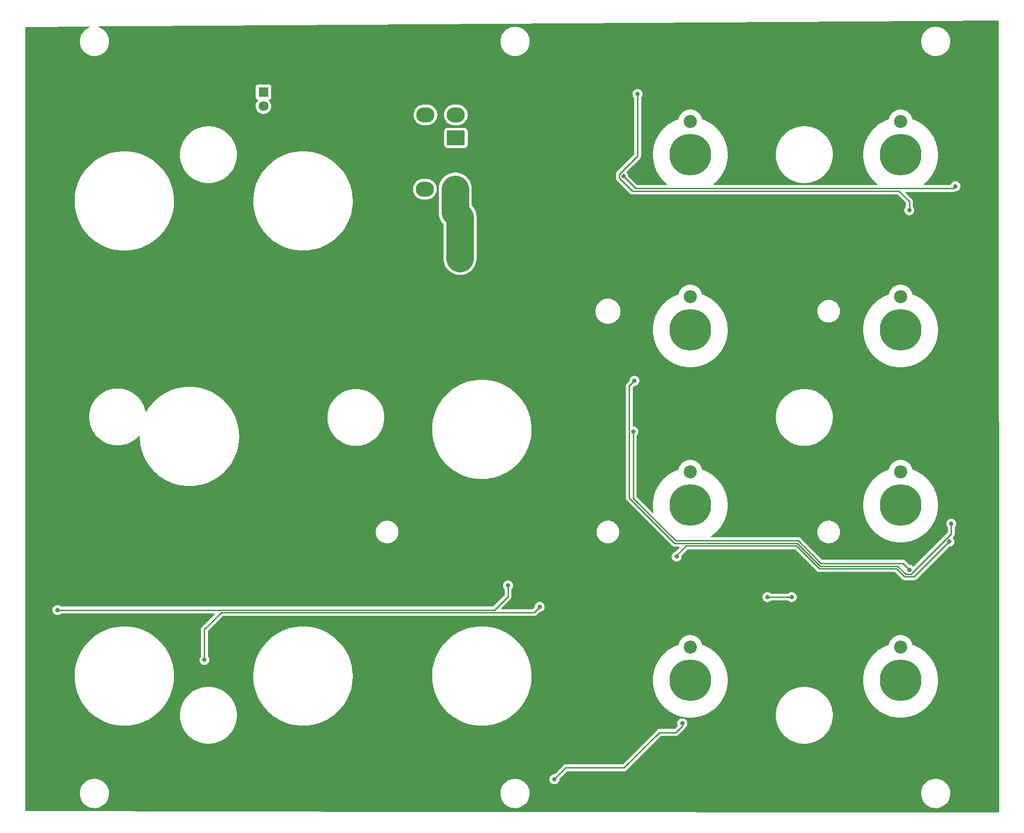
<source format=gbr>
%TF.GenerationSoftware,KiCad,Pcbnew,(6.0.9)*%
%TF.CreationDate,2022-12-07T12:29:01-09:00*%
%TF.ProjectId,COMM Panel,434f4d4d-2050-4616-9e65-6c2e6b696361,rev?*%
%TF.SameCoordinates,Original*%
%TF.FileFunction,Copper,L2,Bot*%
%TF.FilePolarity,Positive*%
%FSLAX46Y46*%
G04 Gerber Fmt 4.6, Leading zero omitted, Abs format (unit mm)*
G04 Created by KiCad (PCBNEW (6.0.9)) date 2022-12-07 12:29:01*
%MOMM*%
%LPD*%
G01*
G04 APERTURE LIST*
G04 Aperture macros list*
%AMRoundRect*
0 Rectangle with rounded corners*
0 $1 Rounding radius*
0 $2 $3 $4 $5 $6 $7 $8 $9 X,Y pos of 4 corners*
0 Add a 4 corners polygon primitive as box body*
4,1,4,$2,$3,$4,$5,$6,$7,$8,$9,$2,$3,0*
0 Add four circle primitives for the rounded corners*
1,1,$1+$1,$2,$3*
1,1,$1+$1,$4,$5*
1,1,$1+$1,$6,$7*
1,1,$1+$1,$8,$9*
0 Add four rect primitives between the rounded corners*
20,1,$1+$1,$2,$3,$4,$5,0*
20,1,$1+$1,$4,$5,$6,$7,0*
20,1,$1+$1,$6,$7,$8,$9,0*
20,1,$1+$1,$8,$9,$2,$3,0*%
G04 Aperture macros list end*
%TA.AperFunction,ComponentPad*%
%ADD10O,3.300000X2.700000*%
%TD*%
%TA.AperFunction,ComponentPad*%
%ADD11RoundRect,0.250001X1.399999X-1.099999X1.399999X1.099999X-1.399999X1.099999X-1.399999X-1.099999X0*%
%TD*%
%TA.AperFunction,WasherPad*%
%ADD12C,7.540752*%
%TD*%
%TA.AperFunction,WasherPad*%
%ADD13C,2.381250*%
%TD*%
%TA.AperFunction,ComponentPad*%
%ADD14C,1.800000*%
%TD*%
%TA.AperFunction,ComponentPad*%
%ADD15R,1.800000X1.800000*%
%TD*%
%TA.AperFunction,SMDPad,CuDef*%
%ADD16RoundRect,0.250000X1.500000X1.000000X-1.500000X1.000000X-1.500000X-1.000000X1.500000X-1.000000X0*%
%TD*%
%TA.AperFunction,ViaPad*%
%ADD17C,0.800000*%
%TD*%
%TA.AperFunction,ViaPad*%
%ADD18C,1.000000*%
%TD*%
%TA.AperFunction,Conductor*%
%ADD19C,0.250000*%
%TD*%
%TA.AperFunction,Conductor*%
%ADD20C,5.000000*%
%TD*%
G04 APERTURE END LIST*
D10*
%TO.P,J2,4*%
%TO.N,/DATAOUT*%
X136842000Y-47870000D03*
%TO.P,J2,3*%
%TO.N,/LEDGND*%
X136842000Y-52070000D03*
%TO.P,J2,2*%
%TO.N,/LED+5V*%
X142342000Y-47870000D03*
D11*
%TO.P,J2,1*%
X142342000Y-52070000D03*
%TD*%
D10*
%TO.P,J1,4*%
%TO.N,/DATAIN*%
X136943000Y-34408000D03*
%TO.P,J1,3*%
%TO.N,/LEDGND*%
X136943000Y-38608000D03*
%TO.P,J1,2*%
%TO.N,/LED+5V*%
X142443000Y-34408000D03*
D11*
%TO.P,J1,1*%
X142443000Y-38608000D03*
%TD*%
D12*
%TO.P,9,*%
%TO.N,*%
X223019370Y-41629622D03*
D13*
X223019370Y-35629622D03*
%TD*%
%TO.P,8,*%
%TO.N,*%
X184919370Y-35629622D03*
D12*
X184919370Y-41629622D03*
%TD*%
D13*
%TO.P,11,*%
%TO.N,*%
X223019370Y-67379622D03*
D12*
X223019370Y-73379622D03*
%TD*%
%TO.P,10,*%
%TO.N,*%
X184919370Y-73379622D03*
D13*
X184919370Y-67379622D03*
%TD*%
D12*
%TO.P,13,*%
%TO.N,*%
X223019370Y-105129622D03*
D13*
X223019370Y-99129622D03*
%TD*%
%TO.P,12,*%
%TO.N,*%
X184919370Y-99129622D03*
D12*
X184919370Y-105129622D03*
%TD*%
%TO.P,16,*%
%TO.N,*%
X223019370Y-136879622D03*
D13*
X223019370Y-130879622D03*
%TD*%
D12*
%TO.P,14,*%
%TO.N,*%
X184919370Y-136879622D03*
D13*
X184919370Y-130879622D03*
%TD*%
D14*
%TO.P,D110,2*%
%TO.N,/LED+5V*%
X107600000Y-32825000D03*
D15*
%TO.P,D110,1*%
%TO.N,Net-(D110-Pad1)*%
X107600000Y-30285000D03*
%TD*%
D16*
%TO.P,C1,2*%
%TO.N,/LEDGND*%
X136700000Y-60400000D03*
%TO.P,C1,1*%
%TO.N,/LED+5V*%
X143200000Y-60400000D03*
%TD*%
D17*
%TO.N,Net-(D40-Pad2)*%
X70274180Y-124150120D03*
X151909780Y-119674640D03*
%TO.N,Net-(D49-Pad2)*%
X96898800Y-133184560D03*
X157642560Y-123573540D03*
%TO.N,Net-(D76-Pad2)*%
X198900000Y-121800000D03*
X203300000Y-121800000D03*
%TO.N,Net-(D78-Pad2)*%
X231850000Y-111750000D03*
X182450000Y-114450000D03*
%TO.N,Net-(D82-Pad2)*%
X174600000Y-91800000D03*
X224600000Y-116850000D03*
%TO.N,Net-(D88-Pad2)*%
X174800000Y-82600000D03*
X232200000Y-108500000D03*
%TO.N,Net-(D96-Pad2)*%
X172794000Y-45506000D03*
X232950000Y-47350000D03*
%TO.N,Net-(D102-Pad2)*%
X175367600Y-30632400D03*
X224600000Y-51700000D03*
D18*
%TO.N,/LEDGND*%
X92252800Y-37388800D03*
X91388800Y-64160000D03*
X152730600Y-81940000D03*
X97993200Y-118516400D03*
X120116600Y-119176800D03*
X129743200Y-118922800D03*
X106019600Y-129905760D03*
X153258520Y-126456440D03*
X218409520Y-128163320D03*
X219507000Y-151243000D03*
X181328000Y-151272000D03*
X164100000Y-147650000D03*
X156195000Y-148945000D03*
X91600000Y-144750000D03*
X103900000Y-141500000D03*
X164300000Y-90450000D03*
X116300000Y-67200000D03*
X124850000Y-67050000D03*
X169900000Y-155350000D03*
X180050000Y-96100000D03*
X190250000Y-97150000D03*
X195400000Y-96550000D03*
X231648000Y-56048000D03*
X193600000Y-53000000D03*
X180973000Y-52873000D03*
X172794000Y-53394000D03*
X225375600Y-30124400D03*
X218100000Y-65100000D03*
X229600000Y-98200000D03*
X108200000Y-42075000D03*
X112950000Y-31125000D03*
X74500000Y-41150000D03*
X95850000Y-55075000D03*
X104525000Y-54875000D03*
X71225000Y-70000000D03*
X79925000Y-68900000D03*
X104800000Y-72725000D03*
X92500000Y-81500000D03*
X101275000Y-81350000D03*
X110450000Y-83525000D03*
X115950000Y-100300000D03*
X113350000Y-107200000D03*
X93475000Y-105925000D03*
X86900000Y-107500000D03*
X83100000Y-99700000D03*
X72925000Y-93025000D03*
X87000000Y-80375000D03*
X69200000Y-120000000D03*
X88200000Y-119000000D03*
X107770000Y-120820000D03*
X139987500Y-119437500D03*
X149225000Y-120150000D03*
X157875000Y-121200000D03*
X166500000Y-123350000D03*
X166350000Y-113425000D03*
X77175000Y-127375000D03*
X94125000Y-127100000D03*
X126400000Y-128450000D03*
X132825000Y-139775000D03*
X156075000Y-128175000D03*
X164250000Y-136425000D03*
X145600000Y-152200000D03*
X195400000Y-149725000D03*
X178200000Y-128275000D03*
X192775000Y-126400000D03*
X196500000Y-118375000D03*
X182310000Y-118760000D03*
X166660000Y-27150000D03*
X165410000Y-34540000D03*
X172800000Y-36980000D03*
X179200000Y-33770000D03*
X193410000Y-31790000D03*
X209580000Y-24450000D03*
X163670000Y-46930000D03*
X221340000Y-54580000D03*
X230750000Y-63300000D03*
X194740000Y-61800000D03*
X193620000Y-65120000D03*
X202110000Y-53490000D03*
X165100000Y-57250000D03*
X163590000Y-69850000D03*
X152250000Y-69990000D03*
X141630000Y-69720000D03*
X131710000Y-69780000D03*
X124120000Y-72840000D03*
X80980000Y-152510000D03*
X89870000Y-151060000D03*
X118450000Y-151290000D03*
X231210000Y-120070000D03*
X229820000Y-128500000D03*
X228640000Y-151940000D03*
X217880000Y-96600000D03*
X233100000Y-97390000D03*
X233090000Y-87510000D03*
X221260000Y-86800000D03*
X194550000Y-86700000D03*
X183070000Y-86290000D03*
X165970000Y-101010000D03*
X151280000Y-106050000D03*
X165490000Y-78880000D03*
X115130000Y-91690000D03*
X141759990Y-127775010D03*
X123129040Y-40558720D03*
X94234000Y-71120000D03*
X87376000Y-71374000D03*
X111302000Y-65990000D03*
X217950000Y-118600000D03*
X120509990Y-156990010D03*
D17*
%TO.N,Net-(D109-Pad2)*%
X160300300Y-154800300D03*
X183474360Y-144686020D03*
%TD*%
D19*
%TO.N,Net-(D40-Pad2)*%
X146445882Y-124150120D02*
X146450962Y-124145040D01*
X70274180Y-124150120D02*
X146445882Y-124150120D01*
X146450962Y-124145040D02*
X149448520Y-124145040D01*
X149448520Y-124145040D02*
X151909780Y-121683780D01*
X151909780Y-121683780D02*
X151909780Y-119674640D01*
X151909780Y-119674640D02*
X151909780Y-119674640D01*
%TO.N,Net-(D49-Pad2)*%
X96898800Y-133184560D02*
X96898800Y-127667680D01*
X96898800Y-127667680D02*
X99966350Y-124600130D01*
X146976670Y-124600130D02*
X146981750Y-124595050D01*
X99966350Y-124600130D02*
X146976670Y-124600130D01*
X146976670Y-124600130D02*
X156615970Y-124600130D01*
X156615970Y-124600130D02*
X157642560Y-123573540D01*
X157642560Y-123573540D02*
X157642560Y-123573540D01*
%TO.N,Net-(D76-Pad2)*%
X198900000Y-121800000D02*
X200700000Y-121800000D01*
X200700000Y-121800000D02*
X203300000Y-121800000D01*
X203300000Y-121800000D02*
X203300000Y-121800000D01*
%TO.N,Net-(D78-Pad2)*%
X182450000Y-114450000D02*
X182450000Y-114450000D01*
X225499991Y-118100009D02*
X231850000Y-111750000D01*
X223737199Y-118100009D02*
X225499991Y-118100009D01*
X222266800Y-116629610D02*
X223737199Y-118100009D01*
X182450000Y-114250000D02*
X184199981Y-112500019D01*
X182450000Y-114450000D02*
X182450000Y-114250000D01*
X204140399Y-112500019D02*
X208269990Y-116629610D01*
X184199981Y-112500019D02*
X204140399Y-112500019D01*
X208269990Y-116629610D02*
X222266800Y-116629610D01*
%TO.N,Net-(D82-Pad2)*%
X174600000Y-91800000D02*
X174600000Y-91800000D01*
X224300000Y-116850000D02*
X224600000Y-116850000D01*
X224600000Y-116850000D02*
X224600000Y-116850000D01*
X223421600Y-115671600D02*
X224600000Y-116850000D01*
X174600000Y-103939636D02*
X182260364Y-111600000D01*
X208584800Y-115671600D02*
X223421600Y-115671600D01*
X174600000Y-91800000D02*
X174600000Y-103939636D01*
X204513200Y-111600000D02*
X208584800Y-115671600D01*
X182260364Y-111600000D02*
X204513200Y-111600000D01*
%TO.N,Net-(D88-Pad2)*%
X174800000Y-82600000D02*
X174800000Y-82600000D01*
X224900000Y-117650000D02*
X232200000Y-110350000D01*
X222453200Y-116179600D02*
X223923600Y-117650000D01*
X208456390Y-116179600D02*
X222453200Y-116179600D01*
X173874999Y-83525001D02*
X173874999Y-103851045D01*
X232200000Y-110350000D02*
X232200000Y-108500000D01*
X174800000Y-82600000D02*
X173874999Y-83525001D01*
X173874999Y-103851045D02*
X182073963Y-112050009D01*
X182073963Y-112050009D02*
X204326799Y-112050009D01*
X223923600Y-117650000D02*
X224900000Y-117650000D01*
X204326799Y-112050009D02*
X208456390Y-116179600D01*
%TO.N,Net-(D96-Pad2)*%
X175037999Y-47749999D02*
X172794000Y-45506000D01*
X232550001Y-47749999D02*
X175037999Y-47749999D01*
X232950000Y-47350000D02*
X232550001Y-47749999D01*
%TO.N,Net-(D102-Pad2)*%
X172068999Y-45854001D02*
X174415007Y-48200009D01*
X172068999Y-45157999D02*
X172068999Y-45854001D01*
X175367600Y-30632400D02*
X175367600Y-41859398D01*
X175367600Y-41859398D02*
X172068999Y-45157999D01*
X174415007Y-48200009D02*
X222700009Y-48200009D01*
X222700009Y-48200009D02*
X224600000Y-50100000D01*
X224600000Y-50100000D02*
X224600000Y-51700000D01*
X224600000Y-51700000D02*
X224600000Y-51700000D01*
D20*
%TO.N,/LED+5V*%
X143200000Y-52928000D02*
X142342000Y-52070000D01*
X143200000Y-60400000D02*
X143200000Y-52928000D01*
X142342000Y-52070000D02*
X142342000Y-47870000D01*
D19*
%TO.N,Net-(D109-Pad2)*%
X160300300Y-154800300D02*
X162352620Y-152747980D01*
X162352620Y-152747980D02*
X172938440Y-152747980D01*
X172938440Y-152747980D02*
X179367180Y-146319240D01*
X179367180Y-146319240D02*
X182313580Y-146319240D01*
X182313580Y-146319240D02*
X183474360Y-145158460D01*
X183474360Y-145158460D02*
X183474360Y-144686020D01*
X183474360Y-144686020D02*
X183474360Y-144686020D01*
%TD*%
%TA.AperFunction,Conductor*%
%TO.N,/LEDGND*%
G36*
X240740932Y-17338937D02*
G01*
X240787772Y-17392290D01*
X240799500Y-17445374D01*
X240799500Y-18147450D01*
X240799498Y-18147512D01*
X240799486Y-18147587D01*
X240799500Y-18187039D01*
X240799500Y-18222340D01*
X240799511Y-18222413D01*
X240799513Y-18222472D01*
X240850077Y-160713538D01*
X240830099Y-160781666D01*
X240776460Y-160828178D01*
X240723935Y-160839583D01*
X132231341Y-160715449D01*
X104351172Y-160659271D01*
X64540191Y-160579053D01*
X64472111Y-160558913D01*
X64425726Y-160505164D01*
X64414445Y-160453008D01*
X64415547Y-157362288D01*
X74324217Y-157362288D01*
X74325603Y-157390122D01*
X74340123Y-157681796D01*
X74340764Y-157685527D01*
X74340765Y-157685535D01*
X74354358Y-157764637D01*
X74394298Y-157997078D01*
X74395386Y-158000717D01*
X74395387Y-158000720D01*
X74418518Y-158078063D01*
X74485958Y-158303569D01*
X74613776Y-158596828D01*
X74775898Y-158872608D01*
X74969978Y-159126913D01*
X74972626Y-159129632D01*
X74972631Y-159129637D01*
X75033276Y-159191891D01*
X75193203Y-159356061D01*
X75196147Y-159358432D01*
X75196150Y-159358435D01*
X75439388Y-159554353D01*
X75439393Y-159554357D01*
X75442341Y-159556731D01*
X75713782Y-159726017D01*
X76003595Y-159861467D01*
X76307582Y-159961119D01*
X76621338Y-160023529D01*
X76625110Y-160023816D01*
X76625118Y-160023817D01*
X76936543Y-160047506D01*
X76936548Y-160047506D01*
X76940320Y-160047793D01*
X77259907Y-160033560D01*
X77263645Y-160032938D01*
X77263653Y-160032937D01*
X77571727Y-159981659D01*
X77571730Y-159981658D01*
X77575469Y-159981036D01*
X77882435Y-159890982D01*
X77885902Y-159889492D01*
X77885906Y-159889491D01*
X78172875Y-159766199D01*
X78172877Y-159766198D01*
X78176359Y-159764702D01*
X78452984Y-159604026D01*
X78708302Y-159411280D01*
X78938615Y-159189258D01*
X78941009Y-159186318D01*
X78941014Y-159186312D01*
X79138193Y-158944115D01*
X79138196Y-158944111D01*
X79140587Y-158941174D01*
X79190417Y-158862198D01*
X79309269Y-158673830D01*
X79309272Y-158673824D01*
X79311292Y-158670623D01*
X79448258Y-158381523D01*
X79549500Y-158078063D01*
X79613552Y-157764637D01*
X79639486Y-157445787D01*
X79640069Y-157390122D01*
X79638620Y-157366078D01*
X79638392Y-157362288D01*
X150524217Y-157362288D01*
X150525603Y-157390122D01*
X150540123Y-157681796D01*
X150540764Y-157685527D01*
X150540765Y-157685535D01*
X150554358Y-157764637D01*
X150594298Y-157997078D01*
X150595386Y-158000717D01*
X150595387Y-158000720D01*
X150618518Y-158078063D01*
X150685958Y-158303569D01*
X150813776Y-158596828D01*
X150975898Y-158872608D01*
X151169978Y-159126913D01*
X151172626Y-159129632D01*
X151172631Y-159129637D01*
X151233276Y-159191891D01*
X151393203Y-159356061D01*
X151396147Y-159358432D01*
X151396150Y-159358435D01*
X151639388Y-159554353D01*
X151639393Y-159554357D01*
X151642341Y-159556731D01*
X151913782Y-159726017D01*
X152203595Y-159861467D01*
X152507582Y-159961119D01*
X152821338Y-160023529D01*
X152825110Y-160023816D01*
X152825118Y-160023817D01*
X153136543Y-160047506D01*
X153136548Y-160047506D01*
X153140320Y-160047793D01*
X153459907Y-160033560D01*
X153463645Y-160032938D01*
X153463653Y-160032937D01*
X153771727Y-159981659D01*
X153771730Y-159981658D01*
X153775469Y-159981036D01*
X154082435Y-159890982D01*
X154085902Y-159889492D01*
X154085906Y-159889491D01*
X154372875Y-159766199D01*
X154372877Y-159766198D01*
X154376359Y-159764702D01*
X154652984Y-159604026D01*
X154908302Y-159411280D01*
X155138615Y-159189258D01*
X155141009Y-159186318D01*
X155141014Y-159186312D01*
X155338193Y-158944115D01*
X155338196Y-158944111D01*
X155340587Y-158941174D01*
X155390417Y-158862198D01*
X155509269Y-158673830D01*
X155509272Y-158673824D01*
X155511292Y-158670623D01*
X155648258Y-158381523D01*
X155749500Y-158078063D01*
X155813552Y-157764637D01*
X155839486Y-157445787D01*
X155840069Y-157390122D01*
X155838620Y-157366078D01*
X155838392Y-157362288D01*
X226724217Y-157362288D01*
X226725603Y-157390122D01*
X226740123Y-157681796D01*
X226740764Y-157685527D01*
X226740765Y-157685535D01*
X226754358Y-157764637D01*
X226794298Y-157997078D01*
X226795386Y-158000717D01*
X226795387Y-158000720D01*
X226818518Y-158078063D01*
X226885958Y-158303569D01*
X227013776Y-158596828D01*
X227175898Y-158872608D01*
X227369978Y-159126913D01*
X227372626Y-159129632D01*
X227372631Y-159129637D01*
X227433276Y-159191891D01*
X227593203Y-159356061D01*
X227596147Y-159358432D01*
X227596150Y-159358435D01*
X227839388Y-159554353D01*
X227839393Y-159554357D01*
X227842341Y-159556731D01*
X228113782Y-159726017D01*
X228403595Y-159861467D01*
X228707582Y-159961119D01*
X229021338Y-160023529D01*
X229025110Y-160023816D01*
X229025118Y-160023817D01*
X229336543Y-160047506D01*
X229336548Y-160047506D01*
X229340320Y-160047793D01*
X229659907Y-160033560D01*
X229663645Y-160032938D01*
X229663653Y-160032937D01*
X229971727Y-159981659D01*
X229971730Y-159981658D01*
X229975469Y-159981036D01*
X230282435Y-159890982D01*
X230285902Y-159889492D01*
X230285906Y-159889491D01*
X230572875Y-159766199D01*
X230572877Y-159766198D01*
X230576359Y-159764702D01*
X230852984Y-159604026D01*
X231108302Y-159411280D01*
X231338615Y-159189258D01*
X231341009Y-159186318D01*
X231341014Y-159186312D01*
X231538193Y-158944115D01*
X231538196Y-158944111D01*
X231540587Y-158941174D01*
X231590417Y-158862198D01*
X231709269Y-158673830D01*
X231709272Y-158673824D01*
X231711292Y-158670623D01*
X231848258Y-158381523D01*
X231949500Y-158078063D01*
X232013552Y-157764637D01*
X232039486Y-157445787D01*
X232040069Y-157390122D01*
X232038620Y-157366078D01*
X232021046Y-157074576D01*
X232021046Y-157074572D01*
X232020818Y-157070798D01*
X231963344Y-156756100D01*
X231868479Y-156450586D01*
X231737598Y-156158682D01*
X231572597Y-155884615D01*
X231570277Y-155881640D01*
X231570272Y-155881633D01*
X231378195Y-155635344D01*
X231378189Y-155635337D01*
X231375864Y-155632356D01*
X231150252Y-155405558D01*
X230899026Y-155207508D01*
X230625827Y-155041074D01*
X230495886Y-154981993D01*
X230338064Y-154910235D01*
X230338056Y-154910232D01*
X230334612Y-154908666D01*
X230029598Y-154812203D01*
X229889808Y-154785916D01*
X229718930Y-154753782D01*
X229718925Y-154753781D01*
X229715206Y-154753082D01*
X229395987Y-154732159D01*
X229392207Y-154732367D01*
X229392206Y-154732367D01*
X229297989Y-154737552D01*
X229076567Y-154749738D01*
X229072840Y-154750399D01*
X229072836Y-154750399D01*
X228897831Y-154781415D01*
X228761572Y-154805564D01*
X228757947Y-154806669D01*
X228757942Y-154806670D01*
X228459190Y-154897722D01*
X228459183Y-154897725D01*
X228455566Y-154898827D01*
X228162980Y-155028178D01*
X228053915Y-155093065D01*
X227891308Y-155189806D01*
X227891302Y-155189810D01*
X227888053Y-155191743D01*
X227885061Y-155194051D01*
X227885057Y-155194054D01*
X227713000Y-155326795D01*
X227634767Y-155387151D01*
X227406792Y-155611574D01*
X227404428Y-155614541D01*
X227404425Y-155614544D01*
X227369195Y-155658755D01*
X227207429Y-155861759D01*
X227039566Y-156134083D01*
X226905636Y-156424601D01*
X226904477Y-156428201D01*
X226904474Y-156428208D01*
X226836251Y-156640062D01*
X226807577Y-156729105D01*
X226806858Y-156732821D01*
X226806856Y-156732829D01*
X226747530Y-157039465D01*
X226747529Y-157039474D01*
X226746811Y-157043184D01*
X226724217Y-157362288D01*
X155838392Y-157362288D01*
X155821046Y-157074576D01*
X155821046Y-157074572D01*
X155820818Y-157070798D01*
X155763344Y-156756100D01*
X155668479Y-156450586D01*
X155537598Y-156158682D01*
X155372597Y-155884615D01*
X155370277Y-155881640D01*
X155370272Y-155881633D01*
X155178195Y-155635344D01*
X155178189Y-155635337D01*
X155175864Y-155632356D01*
X154950252Y-155405558D01*
X154699026Y-155207508D01*
X154425827Y-155041074D01*
X154295886Y-154981993D01*
X154138064Y-154910235D01*
X154138056Y-154910232D01*
X154134612Y-154908666D01*
X153829598Y-154812203D01*
X153766300Y-154800300D01*
X159394840Y-154800300D01*
X159414626Y-154988556D01*
X159473121Y-155168584D01*
X159476424Y-155174306D01*
X159476425Y-155174307D01*
X159557532Y-155314788D01*
X159567767Y-155332516D01*
X159572185Y-155337423D01*
X159572186Y-155337424D01*
X159633535Y-155405558D01*
X159694429Y-155473188D01*
X159847570Y-155584451D01*
X160020497Y-155661444D01*
X160118512Y-155682278D01*
X160199197Y-155699428D01*
X160199201Y-155699428D01*
X160205654Y-155700800D01*
X160394946Y-155700800D01*
X160401399Y-155699428D01*
X160401403Y-155699428D01*
X160482088Y-155682278D01*
X160580103Y-155661444D01*
X160753030Y-155584451D01*
X160906171Y-155473188D01*
X160967066Y-155405558D01*
X161028414Y-155337424D01*
X161028415Y-155337423D01*
X161032833Y-155332516D01*
X161043068Y-155314788D01*
X161124175Y-155174307D01*
X161124176Y-155174306D01*
X161127479Y-155168584D01*
X161185974Y-154988556D01*
X161203547Y-154821352D01*
X161230560Y-154755696D01*
X161239762Y-154745428D01*
X162574805Y-153410385D01*
X162637117Y-153376359D01*
X162663900Y-153373480D01*
X172860737Y-153373480D01*
X172871697Y-153373997D01*
X172879107Y-153375653D01*
X172887033Y-153375404D01*
X172887034Y-153375404D01*
X172946281Y-153373542D01*
X172950239Y-153373480D01*
X172977790Y-153373480D01*
X172981713Y-153372984D01*
X172981828Y-153372977D01*
X172993508Y-153372057D01*
X173037067Y-153370689D01*
X173056156Y-153365143D01*
X173075502Y-153361136D01*
X173095232Y-153358644D01*
X173135763Y-153342596D01*
X173146964Y-153338761D01*
X173188830Y-153326598D01*
X173205939Y-153316480D01*
X173223685Y-153307785D01*
X173242172Y-153300466D01*
X173277431Y-153274849D01*
X173287350Y-153268334D01*
X173318030Y-153250190D01*
X173318034Y-153250187D01*
X173324860Y-153246150D01*
X173338910Y-153232100D01*
X173353944Y-153219259D01*
X173363613Y-153212234D01*
X173370027Y-153207574D01*
X173397810Y-153173990D01*
X173405799Y-153165211D01*
X179589366Y-146981645D01*
X179651678Y-146947619D01*
X179678461Y-146944740D01*
X182235877Y-146944740D01*
X182246837Y-146945257D01*
X182254247Y-146946913D01*
X182262173Y-146946664D01*
X182262174Y-146946664D01*
X182321421Y-146944802D01*
X182325379Y-146944740D01*
X182352930Y-146944740D01*
X182356853Y-146944244D01*
X182356968Y-146944237D01*
X182368648Y-146943317D01*
X182412207Y-146941949D01*
X182431296Y-146936403D01*
X182450642Y-146932396D01*
X182470372Y-146929904D01*
X182510903Y-146913856D01*
X182522104Y-146910021D01*
X182563970Y-146897858D01*
X182581079Y-146887740D01*
X182598825Y-146879045D01*
X182617312Y-146871726D01*
X182652571Y-146846109D01*
X182662490Y-146839594D01*
X182693170Y-146821450D01*
X182693174Y-146821447D01*
X182700000Y-146817410D01*
X182714050Y-146803360D01*
X182729084Y-146790519D01*
X182738753Y-146783494D01*
X182745167Y-146778834D01*
X182772950Y-146745250D01*
X182780939Y-146736471D01*
X183861709Y-145655702D01*
X183869829Y-145648313D01*
X183876237Y-145644246D01*
X183881666Y-145638465D01*
X183922229Y-145595270D01*
X183924986Y-145592424D01*
X183941686Y-145575725D01*
X183944480Y-145572931D01*
X183946904Y-145569806D01*
X183946955Y-145569748D01*
X183954589Y-145560811D01*
X183984422Y-145529042D01*
X183993996Y-145511627D01*
X184004853Y-145495098D01*
X184012174Y-145485660D01*
X184017033Y-145479396D01*
X184034340Y-145439402D01*
X184039562Y-145428742D01*
X184049373Y-145410896D01*
X184060557Y-145390552D01*
X184060716Y-145390639D01*
X184080741Y-145358343D01*
X184202470Y-145223149D01*
X184202473Y-145223145D01*
X184206893Y-145218236D01*
X184301539Y-145054304D01*
X184360034Y-144874276D01*
X184379820Y-144686020D01*
X184366711Y-144561291D01*
X184360724Y-144504327D01*
X184360724Y-144504325D01*
X184360034Y-144497764D01*
X184301539Y-144317736D01*
X184206893Y-144153804D01*
X184183273Y-144127571D01*
X184084646Y-144018035D01*
X184084644Y-144018034D01*
X184080231Y-144013132D01*
X183927090Y-143901869D01*
X183754163Y-143824876D01*
X183656148Y-143804042D01*
X183575463Y-143786892D01*
X183575459Y-143786892D01*
X183569006Y-143785520D01*
X183379714Y-143785520D01*
X183373261Y-143786892D01*
X183373257Y-143786892D01*
X183292572Y-143804042D01*
X183194557Y-143824876D01*
X183021630Y-143901869D01*
X182868489Y-144013132D01*
X182864076Y-144018034D01*
X182864074Y-144018035D01*
X182765447Y-144127571D01*
X182741827Y-144153804D01*
X182647181Y-144317736D01*
X182588686Y-144497764D01*
X182587996Y-144504325D01*
X182587996Y-144504327D01*
X182582009Y-144561291D01*
X182568900Y-144686020D01*
X182588686Y-144874276D01*
X182590726Y-144880554D01*
X182634784Y-145016151D01*
X182636812Y-145087118D01*
X182604046Y-145144182D01*
X182091393Y-145656835D01*
X182029081Y-145690861D01*
X182002298Y-145693740D01*
X179444878Y-145693740D01*
X179433917Y-145693223D01*
X179426512Y-145691568D01*
X179364653Y-145693512D01*
X179359356Y-145693678D01*
X179355399Y-145693740D01*
X179327830Y-145693740D01*
X179323895Y-145694237D01*
X179323785Y-145694244D01*
X179312114Y-145695162D01*
X179276477Y-145696282D01*
X179268553Y-145696531D01*
X179249471Y-145702075D01*
X179230109Y-145706085D01*
X179210388Y-145708576D01*
X179203021Y-145711493D01*
X179203016Y-145711494D01*
X179169863Y-145724620D01*
X179158636Y-145728464D01*
X179124403Y-145738410D01*
X179124395Y-145738413D01*
X179116790Y-145740623D01*
X179109974Y-145744654D01*
X179109971Y-145744655D01*
X179099684Y-145750739D01*
X179081932Y-145759435D01*
X179074515Y-145762372D01*
X179063448Y-145766754D01*
X179057033Y-145771415D01*
X179057029Y-145771417D01*
X179028193Y-145792367D01*
X179018274Y-145798883D01*
X178987582Y-145817034D01*
X178987577Y-145817038D01*
X178980759Y-145821070D01*
X178966706Y-145835123D01*
X178951673Y-145847963D01*
X178935593Y-145859646D01*
X178930540Y-145865754D01*
X178907815Y-145893224D01*
X178899825Y-145902004D01*
X172716254Y-152085575D01*
X172653942Y-152119601D01*
X172627159Y-152122480D01*
X162430323Y-152122480D01*
X162419363Y-152121963D01*
X162411953Y-152120307D01*
X162404027Y-152120556D01*
X162344765Y-152122418D01*
X162340808Y-152122480D01*
X162313270Y-152122480D01*
X162309339Y-152122977D01*
X162309208Y-152122985D01*
X162297559Y-152123902D01*
X162275979Y-152124579D01*
X162261914Y-152125021D01*
X162261913Y-152125021D01*
X162253993Y-152125270D01*
X162246379Y-152127482D01*
X162246380Y-152127482D01*
X162234907Y-152130815D01*
X162215548Y-152134824D01*
X162203699Y-152136321D01*
X162203693Y-152136323D01*
X162195828Y-152137316D01*
X162188457Y-152140234D01*
X162188455Y-152140235D01*
X162155312Y-152153358D01*
X162144079Y-152157204D01*
X162102230Y-152169362D01*
X162085121Y-152179480D01*
X162067375Y-152188175D01*
X162048888Y-152195494D01*
X162013632Y-152221109D01*
X162003710Y-152227626D01*
X161973030Y-152245770D01*
X161973026Y-152245773D01*
X161966200Y-152249810D01*
X161952150Y-152263860D01*
X161937116Y-152276701D01*
X161921033Y-152288386D01*
X161915980Y-152294494D01*
X161893251Y-152321969D01*
X161885261Y-152330749D01*
X160353114Y-153862895D01*
X160290802Y-153896921D01*
X160264019Y-153899800D01*
X160205654Y-153899800D01*
X160199201Y-153901172D01*
X160199197Y-153901172D01*
X160118512Y-153918322D01*
X160020497Y-153939156D01*
X159847570Y-154016149D01*
X159694429Y-154127412D01*
X159567767Y-154268084D01*
X159473121Y-154432016D01*
X159414626Y-154612044D01*
X159394840Y-154800300D01*
X153766300Y-154800300D01*
X153689808Y-154785916D01*
X153518930Y-154753782D01*
X153518925Y-154753781D01*
X153515206Y-154753082D01*
X153195987Y-154732159D01*
X153192207Y-154732367D01*
X153192206Y-154732367D01*
X153097989Y-154737552D01*
X152876567Y-154749738D01*
X152872840Y-154750399D01*
X152872836Y-154750399D01*
X152697831Y-154781415D01*
X152561572Y-154805564D01*
X152557947Y-154806669D01*
X152557942Y-154806670D01*
X152259190Y-154897722D01*
X152259183Y-154897725D01*
X152255566Y-154898827D01*
X151962980Y-155028178D01*
X151853915Y-155093065D01*
X151691308Y-155189806D01*
X151691302Y-155189810D01*
X151688053Y-155191743D01*
X151685061Y-155194051D01*
X151685057Y-155194054D01*
X151513000Y-155326795D01*
X151434767Y-155387151D01*
X151206792Y-155611574D01*
X151204428Y-155614541D01*
X151204425Y-155614544D01*
X151169195Y-155658755D01*
X151007429Y-155861759D01*
X150839566Y-156134083D01*
X150705636Y-156424601D01*
X150704477Y-156428201D01*
X150704474Y-156428208D01*
X150636251Y-156640062D01*
X150607577Y-156729105D01*
X150606858Y-156732821D01*
X150606856Y-156732829D01*
X150547530Y-157039465D01*
X150547529Y-157039474D01*
X150546811Y-157043184D01*
X150524217Y-157362288D01*
X79638392Y-157362288D01*
X79621046Y-157074576D01*
X79621046Y-157074572D01*
X79620818Y-157070798D01*
X79563344Y-156756100D01*
X79468479Y-156450586D01*
X79337598Y-156158682D01*
X79172597Y-155884615D01*
X79170277Y-155881640D01*
X79170272Y-155881633D01*
X78978195Y-155635344D01*
X78978189Y-155635337D01*
X78975864Y-155632356D01*
X78750252Y-155405558D01*
X78499026Y-155207508D01*
X78225827Y-155041074D01*
X78095886Y-154981993D01*
X77938064Y-154910235D01*
X77938056Y-154910232D01*
X77934612Y-154908666D01*
X77629598Y-154812203D01*
X77489808Y-154785916D01*
X77318930Y-154753782D01*
X77318925Y-154753781D01*
X77315206Y-154753082D01*
X76995987Y-154732159D01*
X76992207Y-154732367D01*
X76992206Y-154732367D01*
X76897989Y-154737552D01*
X76676567Y-154749738D01*
X76672840Y-154750399D01*
X76672836Y-154750399D01*
X76497831Y-154781415D01*
X76361572Y-154805564D01*
X76357947Y-154806669D01*
X76357942Y-154806670D01*
X76059190Y-154897722D01*
X76059183Y-154897725D01*
X76055566Y-154898827D01*
X75762980Y-155028178D01*
X75653915Y-155093065D01*
X75491308Y-155189806D01*
X75491302Y-155189810D01*
X75488053Y-155191743D01*
X75485061Y-155194051D01*
X75485057Y-155194054D01*
X75313000Y-155326795D01*
X75234767Y-155387151D01*
X75006792Y-155611574D01*
X75004428Y-155614541D01*
X75004425Y-155614544D01*
X74969195Y-155658755D01*
X74807429Y-155861759D01*
X74639566Y-156134083D01*
X74505636Y-156424601D01*
X74504477Y-156428201D01*
X74504474Y-156428208D01*
X74436251Y-156640062D01*
X74407577Y-156729105D01*
X74406858Y-156732821D01*
X74406856Y-156732829D01*
X74347530Y-157039465D01*
X74347529Y-157039474D01*
X74346811Y-157043184D01*
X74324217Y-157362288D01*
X64415547Y-157362288D01*
X64423056Y-136306220D01*
X73376016Y-136306220D01*
X73408310Y-136902506D01*
X73408559Y-136904566D01*
X73408560Y-136904574D01*
X73411329Y-136927454D01*
X73480051Y-137495340D01*
X73486279Y-137528299D01*
X73581605Y-138032800D01*
X73590923Y-138082117D01*
X73740440Y-138660256D01*
X73779854Y-138779433D01*
X73927287Y-139225230D01*
X73927292Y-139225244D01*
X73927944Y-139227215D01*
X73928731Y-139229153D01*
X74151820Y-139778557D01*
X74151827Y-139778573D01*
X74152610Y-139780501D01*
X74153528Y-139782392D01*
X74153530Y-139782396D01*
X74250583Y-139982268D01*
X74413450Y-140317680D01*
X74709318Y-140836392D01*
X74710452Y-140838106D01*
X74710458Y-140838115D01*
X74849609Y-141048348D01*
X75038913Y-141334355D01*
X75040157Y-141335988D01*
X75040162Y-141335995D01*
X75241301Y-141600027D01*
X75400785Y-141809380D01*
X75793343Y-142259378D01*
X76214861Y-142682370D01*
X76216424Y-142683743D01*
X76216426Y-142683745D01*
X76501748Y-142934407D01*
X76663486Y-143076497D01*
X77137245Y-143440024D01*
X77138979Y-143441181D01*
X77138984Y-143441184D01*
X77491371Y-143676197D01*
X77634054Y-143771355D01*
X77635875Y-143772402D01*
X78149917Y-144067990D01*
X78149929Y-144067996D01*
X78151730Y-144069032D01*
X78687996Y-144331746D01*
X78689925Y-144332537D01*
X78689938Y-144332543D01*
X79238555Y-144557547D01*
X79238561Y-144557549D01*
X79240494Y-144558342D01*
X79242467Y-144559002D01*
X79242472Y-144559004D01*
X79459965Y-144631776D01*
X79806795Y-144747824D01*
X79808813Y-144748353D01*
X79808825Y-144748357D01*
X80038402Y-144808585D01*
X80384409Y-144899358D01*
X80970795Y-145012278D01*
X80972859Y-145012535D01*
X80972871Y-145012537D01*
X81223057Y-145043699D01*
X81563376Y-145086088D01*
X81565460Y-145086208D01*
X81565469Y-145086209D01*
X82117122Y-145118017D01*
X82117126Y-145118017D01*
X82118945Y-145118122D01*
X82531167Y-145118122D01*
X82976402Y-145103352D01*
X82978480Y-145103145D01*
X82978489Y-145103144D01*
X83568539Y-145044249D01*
X83568550Y-145044247D01*
X83570609Y-145044042D01*
X83572653Y-145043700D01*
X83572660Y-145043699D01*
X84157532Y-144945825D01*
X84157545Y-144945822D01*
X84159579Y-144945482D01*
X84161585Y-144945008D01*
X84161594Y-144945006D01*
X84738696Y-144808585D01*
X84738698Y-144808584D01*
X84740722Y-144808106D01*
X85158909Y-144679455D01*
X85309495Y-144633129D01*
X85309506Y-144633125D01*
X85311483Y-144632517D01*
X85313419Y-144631778D01*
X85313424Y-144631776D01*
X85680806Y-144491486D01*
X85869353Y-144419487D01*
X86411877Y-144169954D01*
X86499951Y-144122134D01*
X86934838Y-143886010D01*
X86934843Y-143886007D01*
X86936672Y-143885014D01*
X87033973Y-143823503D01*
X87439666Y-143567034D01*
X87439668Y-143567032D01*
X87441428Y-143565920D01*
X87443094Y-143564705D01*
X87443106Y-143564697D01*
X87902609Y-143229622D01*
X92464024Y-143229622D01*
X92483642Y-143678957D01*
X92497852Y-143786892D01*
X92535118Y-144069954D01*
X92542348Y-144124873D01*
X92542945Y-144127568D01*
X92542946Y-144127571D01*
X92607468Y-144418609D01*
X92639695Y-144563975D01*
X92774941Y-144992923D01*
X92926297Y-145358327D01*
X92942523Y-145397498D01*
X92947059Y-145408450D01*
X93154736Y-145807395D01*
X93396394Y-146186722D01*
X93398058Y-146188890D01*
X93398066Y-146188902D01*
X93668511Y-146541351D01*
X93670193Y-146543543D01*
X93672051Y-146545571D01*
X93672058Y-146545579D01*
X93947444Y-146846111D01*
X93974048Y-146875144D01*
X93976068Y-146876995D01*
X94303613Y-147177134D01*
X94303621Y-147177141D01*
X94305649Y-147178999D01*
X94307841Y-147180681D01*
X94660290Y-147451126D01*
X94660302Y-147451134D01*
X94662470Y-147452798D01*
X95041797Y-147694456D01*
X95440742Y-147902133D01*
X95856269Y-148074251D01*
X96129632Y-148160442D01*
X96282593Y-148208670D01*
X96282600Y-148208672D01*
X96285217Y-148209497D01*
X96287902Y-148210092D01*
X96287901Y-148210092D01*
X96721621Y-148306246D01*
X96721624Y-148306247D01*
X96724319Y-148306844D01*
X96727049Y-148307203D01*
X96727058Y-148307205D01*
X96947277Y-148336197D01*
X97170235Y-148365550D01*
X97439026Y-148377285D01*
X97502618Y-148380062D01*
X97502623Y-148380062D01*
X97503995Y-148380122D01*
X97735145Y-148380122D01*
X97736517Y-148380062D01*
X97736522Y-148380062D01*
X97800114Y-148377285D01*
X98068905Y-148365550D01*
X98291863Y-148336197D01*
X98512082Y-148307205D01*
X98512091Y-148307203D01*
X98514821Y-148306844D01*
X98517516Y-148306247D01*
X98517519Y-148306246D01*
X98951239Y-148210092D01*
X98951238Y-148210092D01*
X98953923Y-148209497D01*
X98956540Y-148208672D01*
X98956547Y-148208670D01*
X99109508Y-148160442D01*
X99382871Y-148074251D01*
X99798398Y-147902133D01*
X100197343Y-147694456D01*
X100576670Y-147452798D01*
X100578838Y-147451134D01*
X100578850Y-147451126D01*
X100931299Y-147180681D01*
X100933491Y-147178999D01*
X100935519Y-147177141D01*
X100935527Y-147177134D01*
X101263072Y-146876995D01*
X101265092Y-146875144D01*
X101291696Y-146846111D01*
X101567082Y-146545579D01*
X101567089Y-146545571D01*
X101568947Y-146543543D01*
X101570629Y-146541351D01*
X101841074Y-146188902D01*
X101841082Y-146188890D01*
X101842746Y-146186722D01*
X102084404Y-145807395D01*
X102292081Y-145408450D01*
X102296618Y-145397498D01*
X102312843Y-145358327D01*
X102464199Y-144992923D01*
X102599445Y-144563975D01*
X102631672Y-144418609D01*
X102696194Y-144127571D01*
X102696195Y-144127568D01*
X102696792Y-144124873D01*
X102704023Y-144069954D01*
X102741288Y-143786892D01*
X102755498Y-143678957D01*
X102775116Y-143229622D01*
X102774826Y-143222968D01*
X102772287Y-143164824D01*
X102755498Y-142780287D01*
X102714482Y-142468741D01*
X102697153Y-142337110D01*
X102697151Y-142337101D01*
X102696792Y-142334371D01*
X102670585Y-142216157D01*
X102600040Y-141897953D01*
X102599445Y-141895269D01*
X102595579Y-141883005D01*
X102506142Y-141599348D01*
X102464199Y-141466321D01*
X102292081Y-141050794D01*
X102084404Y-140651849D01*
X101842746Y-140272522D01*
X101841082Y-140270354D01*
X101841074Y-140270342D01*
X101570629Y-139917893D01*
X101568947Y-139915701D01*
X101567089Y-139913673D01*
X101567082Y-139913665D01*
X101266943Y-139586120D01*
X101265092Y-139584100D01*
X101165970Y-139493272D01*
X100935527Y-139282110D01*
X100935519Y-139282103D01*
X100933491Y-139280245D01*
X100871377Y-139232583D01*
X100578850Y-139008118D01*
X100578838Y-139008110D01*
X100576670Y-139006446D01*
X100197343Y-138764788D01*
X99798398Y-138557111D01*
X99382871Y-138384993D01*
X99094952Y-138294213D01*
X98956547Y-138250574D01*
X98956540Y-138250572D01*
X98953923Y-138249747D01*
X98869945Y-138231129D01*
X98517519Y-138152998D01*
X98517516Y-138152997D01*
X98514821Y-138152400D01*
X98512091Y-138152041D01*
X98512082Y-138152039D01*
X98291863Y-138123047D01*
X98068905Y-138093694D01*
X97800114Y-138081959D01*
X97736522Y-138079182D01*
X97736517Y-138079182D01*
X97735145Y-138079122D01*
X97503995Y-138079122D01*
X97502623Y-138079182D01*
X97502618Y-138079182D01*
X97439026Y-138081959D01*
X97170235Y-138093694D01*
X96947277Y-138123047D01*
X96727058Y-138152039D01*
X96727049Y-138152041D01*
X96724319Y-138152400D01*
X96721624Y-138152997D01*
X96721621Y-138152998D01*
X96369195Y-138231129D01*
X96285217Y-138249747D01*
X96282600Y-138250572D01*
X96282593Y-138250574D01*
X96144188Y-138294213D01*
X95856269Y-138384993D01*
X95440742Y-138557111D01*
X95041797Y-138764788D01*
X94662470Y-139006446D01*
X94660302Y-139008110D01*
X94660290Y-139008118D01*
X94367763Y-139232583D01*
X94305649Y-139280245D01*
X94303621Y-139282103D01*
X94303613Y-139282110D01*
X94073170Y-139493272D01*
X93974048Y-139584100D01*
X93972197Y-139586120D01*
X93672058Y-139913665D01*
X93672051Y-139913673D01*
X93670193Y-139915701D01*
X93668511Y-139917893D01*
X93398066Y-140270342D01*
X93398058Y-140270354D01*
X93396394Y-140272522D01*
X93154736Y-140651849D01*
X92947059Y-141050794D01*
X92774941Y-141466321D01*
X92732998Y-141599348D01*
X92643562Y-141883005D01*
X92639695Y-141895269D01*
X92639100Y-141897953D01*
X92568556Y-142216157D01*
X92542348Y-142334371D01*
X92541989Y-142337101D01*
X92541987Y-142337110D01*
X92524658Y-142468741D01*
X92483642Y-142780287D01*
X92466853Y-143164824D01*
X92464315Y-143222968D01*
X92464024Y-143229622D01*
X87902609Y-143229622D01*
X87922260Y-143215292D01*
X87922268Y-143215286D01*
X87923927Y-143214076D01*
X88382047Y-142831028D01*
X88388950Y-142824432D01*
X88812263Y-142419905D01*
X88812264Y-142419904D01*
X88813774Y-142418461D01*
X89217210Y-141978188D01*
X89272909Y-141908665D01*
X89589271Y-141513780D01*
X89589272Y-141513778D01*
X89590580Y-141512146D01*
X89932242Y-141022385D01*
X89933308Y-141020618D01*
X89933317Y-141020604D01*
X90239617Y-140512844D01*
X90239624Y-140512831D01*
X90240695Y-140511056D01*
X90299939Y-140396274D01*
X90513623Y-139982268D01*
X90514582Y-139980410D01*
X90594532Y-139796538D01*
X90751866Y-139434694D01*
X90751867Y-139434691D01*
X90752699Y-139432778D01*
X90821358Y-139241023D01*
X90953287Y-138872559D01*
X90953288Y-138872555D01*
X90953999Y-138870570D01*
X91117596Y-138296257D01*
X91242772Y-137712364D01*
X91269475Y-137529324D01*
X91328673Y-137123539D01*
X91328674Y-137123526D01*
X91328976Y-137121459D01*
X91358191Y-136750244D01*
X91375666Y-136528201D01*
X91375666Y-136528195D01*
X91375828Y-136526140D01*
X91378515Y-136306220D01*
X105761016Y-136306220D01*
X105793310Y-136902506D01*
X105793559Y-136904566D01*
X105793560Y-136904574D01*
X105796329Y-136927454D01*
X105865051Y-137495340D01*
X105871279Y-137528299D01*
X105966605Y-138032800D01*
X105975923Y-138082117D01*
X106125440Y-138660256D01*
X106164854Y-138779433D01*
X106312287Y-139225230D01*
X106312292Y-139225244D01*
X106312944Y-139227215D01*
X106313731Y-139229153D01*
X106536820Y-139778557D01*
X106536827Y-139778573D01*
X106537610Y-139780501D01*
X106538528Y-139782392D01*
X106538530Y-139782396D01*
X106635583Y-139982268D01*
X106798450Y-140317680D01*
X107094318Y-140836392D01*
X107095452Y-140838106D01*
X107095458Y-140838115D01*
X107234609Y-141048348D01*
X107423913Y-141334355D01*
X107425157Y-141335988D01*
X107425162Y-141335995D01*
X107626301Y-141600027D01*
X107785785Y-141809380D01*
X108178343Y-142259378D01*
X108599861Y-142682370D01*
X108601424Y-142683743D01*
X108601426Y-142683745D01*
X108886748Y-142934407D01*
X109048486Y-143076497D01*
X109522245Y-143440024D01*
X109523979Y-143441181D01*
X109523984Y-143441184D01*
X109876371Y-143676197D01*
X110019054Y-143771355D01*
X110020875Y-143772402D01*
X110534917Y-144067990D01*
X110534929Y-144067996D01*
X110536730Y-144069032D01*
X111072996Y-144331746D01*
X111074925Y-144332537D01*
X111074938Y-144332543D01*
X111623555Y-144557547D01*
X111623561Y-144557549D01*
X111625494Y-144558342D01*
X111627467Y-144559002D01*
X111627472Y-144559004D01*
X111844965Y-144631776D01*
X112191795Y-144747824D01*
X112193813Y-144748353D01*
X112193825Y-144748357D01*
X112423402Y-144808585D01*
X112769409Y-144899358D01*
X113355795Y-145012278D01*
X113357859Y-145012535D01*
X113357871Y-145012537D01*
X113608057Y-145043699D01*
X113948376Y-145086088D01*
X113950460Y-145086208D01*
X113950469Y-145086209D01*
X114502122Y-145118017D01*
X114502126Y-145118017D01*
X114503945Y-145118122D01*
X114916167Y-145118122D01*
X115361402Y-145103352D01*
X115363480Y-145103145D01*
X115363489Y-145103144D01*
X115953539Y-145044249D01*
X115953550Y-145044247D01*
X115955609Y-145044042D01*
X115957653Y-145043700D01*
X115957660Y-145043699D01*
X116542532Y-144945825D01*
X116542545Y-144945822D01*
X116544579Y-144945482D01*
X116546585Y-144945008D01*
X116546594Y-144945006D01*
X117123696Y-144808585D01*
X117123698Y-144808584D01*
X117125722Y-144808106D01*
X117543909Y-144679455D01*
X117694495Y-144633129D01*
X117694506Y-144633125D01*
X117696483Y-144632517D01*
X117698419Y-144631778D01*
X117698424Y-144631776D01*
X118065806Y-144491486D01*
X118254353Y-144419487D01*
X118796877Y-144169954D01*
X118884951Y-144122134D01*
X119319838Y-143886010D01*
X119319843Y-143886007D01*
X119321672Y-143885014D01*
X119418973Y-143823503D01*
X119824666Y-143567034D01*
X119824668Y-143567032D01*
X119826428Y-143565920D01*
X119828094Y-143564705D01*
X119828106Y-143564697D01*
X120307260Y-143215292D01*
X120307268Y-143215286D01*
X120308927Y-143214076D01*
X120767047Y-142831028D01*
X120773950Y-142824432D01*
X121197263Y-142419905D01*
X121197264Y-142419904D01*
X121198774Y-142418461D01*
X121602210Y-141978188D01*
X121657909Y-141908665D01*
X121974271Y-141513780D01*
X121974272Y-141513778D01*
X121975580Y-141512146D01*
X122317242Y-141022385D01*
X122318308Y-141020618D01*
X122318317Y-141020604D01*
X122624617Y-140512844D01*
X122624624Y-140512831D01*
X122625695Y-140511056D01*
X122684939Y-140396274D01*
X122898623Y-139982268D01*
X122899582Y-139980410D01*
X122979532Y-139796538D01*
X123136866Y-139434694D01*
X123136867Y-139434691D01*
X123137699Y-139432778D01*
X123206358Y-139241023D01*
X123338287Y-138872559D01*
X123338288Y-138872555D01*
X123338999Y-138870570D01*
X123502596Y-138296257D01*
X123627772Y-137712364D01*
X123654475Y-137529324D01*
X123713673Y-137123539D01*
X123713674Y-137123526D01*
X123713976Y-137121459D01*
X123743191Y-136750244D01*
X123760666Y-136528201D01*
X123760666Y-136528195D01*
X123760828Y-136526140D01*
X123763515Y-136306220D01*
X138146016Y-136306220D01*
X138178310Y-136902506D01*
X138178559Y-136904566D01*
X138178560Y-136904574D01*
X138181329Y-136927454D01*
X138250051Y-137495340D01*
X138256279Y-137528299D01*
X138351605Y-138032800D01*
X138360923Y-138082117D01*
X138510440Y-138660256D01*
X138549854Y-138779433D01*
X138697287Y-139225230D01*
X138697292Y-139225244D01*
X138697944Y-139227215D01*
X138698731Y-139229153D01*
X138921820Y-139778557D01*
X138921827Y-139778573D01*
X138922610Y-139780501D01*
X138923528Y-139782392D01*
X138923530Y-139782396D01*
X139020583Y-139982268D01*
X139183450Y-140317680D01*
X139479318Y-140836392D01*
X139480452Y-140838106D01*
X139480458Y-140838115D01*
X139619609Y-141048348D01*
X139808913Y-141334355D01*
X139810157Y-141335988D01*
X139810162Y-141335995D01*
X140011301Y-141600027D01*
X140170785Y-141809380D01*
X140563343Y-142259378D01*
X140984861Y-142682370D01*
X140986424Y-142683743D01*
X140986426Y-142683745D01*
X141271748Y-142934407D01*
X141433486Y-143076497D01*
X141907245Y-143440024D01*
X141908979Y-143441181D01*
X141908984Y-143441184D01*
X142261371Y-143676197D01*
X142404054Y-143771355D01*
X142405875Y-143772402D01*
X142919917Y-144067990D01*
X142919929Y-144067996D01*
X142921730Y-144069032D01*
X143457996Y-144331746D01*
X143459925Y-144332537D01*
X143459938Y-144332543D01*
X144008555Y-144557547D01*
X144008561Y-144557549D01*
X144010494Y-144558342D01*
X144012467Y-144559002D01*
X144012472Y-144559004D01*
X144229965Y-144631776D01*
X144576795Y-144747824D01*
X144578813Y-144748353D01*
X144578825Y-144748357D01*
X144808402Y-144808585D01*
X145154409Y-144899358D01*
X145740795Y-145012278D01*
X145742859Y-145012535D01*
X145742871Y-145012537D01*
X145993057Y-145043699D01*
X146333376Y-145086088D01*
X146335460Y-145086208D01*
X146335469Y-145086209D01*
X146887122Y-145118017D01*
X146887126Y-145118017D01*
X146888945Y-145118122D01*
X147301167Y-145118122D01*
X147746402Y-145103352D01*
X147748480Y-145103145D01*
X147748489Y-145103144D01*
X148338539Y-145044249D01*
X148338550Y-145044247D01*
X148340609Y-145044042D01*
X148342653Y-145043700D01*
X148342660Y-145043699D01*
X148927532Y-144945825D01*
X148927545Y-144945822D01*
X148929579Y-144945482D01*
X148931585Y-144945008D01*
X148931594Y-144945006D01*
X149508696Y-144808585D01*
X149508698Y-144808584D01*
X149510722Y-144808106D01*
X149928909Y-144679455D01*
X150079495Y-144633129D01*
X150079506Y-144633125D01*
X150081483Y-144632517D01*
X150083419Y-144631778D01*
X150083424Y-144631776D01*
X150450806Y-144491486D01*
X150639353Y-144419487D01*
X151181877Y-144169954D01*
X151269951Y-144122134D01*
X151704838Y-143886010D01*
X151704843Y-143886007D01*
X151706672Y-143885014D01*
X151803973Y-143823503D01*
X152209666Y-143567034D01*
X152209668Y-143567032D01*
X152211428Y-143565920D01*
X152213094Y-143564705D01*
X152213106Y-143564697D01*
X152692260Y-143215292D01*
X152692268Y-143215286D01*
X152693927Y-143214076D01*
X153152047Y-142831028D01*
X153158950Y-142824432D01*
X153582263Y-142419905D01*
X153582264Y-142419904D01*
X153583774Y-142418461D01*
X153987210Y-141978188D01*
X154042909Y-141908665D01*
X154359271Y-141513780D01*
X154359272Y-141513778D01*
X154360580Y-141512146D01*
X154702242Y-141022385D01*
X154703308Y-141020618D01*
X154703317Y-141020604D01*
X155009617Y-140512844D01*
X155009624Y-140512831D01*
X155010695Y-140511056D01*
X155069939Y-140396274D01*
X155283623Y-139982268D01*
X155284582Y-139980410D01*
X155364532Y-139796538D01*
X155521866Y-139434694D01*
X155521867Y-139434691D01*
X155522699Y-139432778D01*
X155591358Y-139241023D01*
X155723287Y-138872559D01*
X155723288Y-138872555D01*
X155723999Y-138870570D01*
X155887596Y-138296257D01*
X156012772Y-137712364D01*
X156039475Y-137529324D01*
X156098673Y-137123539D01*
X156098674Y-137123526D01*
X156098976Y-137121459D01*
X156112425Y-136950577D01*
X178143894Y-136950577D01*
X178144007Y-136952928D01*
X178144007Y-136952934D01*
X178158665Y-137258098D01*
X178158695Y-137258757D01*
X178160850Y-137309123D01*
X178165723Y-137423008D01*
X178165998Y-137425334D01*
X178166000Y-137425355D01*
X178166659Y-137430924D01*
X178167387Y-137439682D01*
X178168286Y-137458394D01*
X178168577Y-137460746D01*
X178206062Y-137763854D01*
X178206142Y-137764509D01*
X178217448Y-137860032D01*
X178225476Y-137927858D01*
X178227004Y-137935686D01*
X178228384Y-137944351D01*
X178230685Y-137962953D01*
X178231147Y-137965255D01*
X178231149Y-137965267D01*
X178291287Y-138264865D01*
X178291415Y-138265512D01*
X178322913Y-138426807D01*
X178323536Y-138429076D01*
X178325025Y-138434501D01*
X178327054Y-138443052D01*
X178330739Y-138461412D01*
X178331377Y-138463688D01*
X178413828Y-138758004D01*
X178413999Y-138758622D01*
X178457488Y-138917046D01*
X178458285Y-138919278D01*
X178458290Y-138919294D01*
X178460163Y-138924541D01*
X178462827Y-138932912D01*
X178467244Y-138948678D01*
X178467250Y-138948696D01*
X178467886Y-138950967D01*
X178570108Y-139232583D01*
X178572946Y-139240402D01*
X178573152Y-139240975D01*
X178628440Y-139395814D01*
X178629393Y-139397960D01*
X178629404Y-139397987D01*
X178631675Y-139403098D01*
X178634964Y-139411259D01*
X178641353Y-139428860D01*
X178642326Y-139431020D01*
X178767834Y-139709639D01*
X178768103Y-139710241D01*
X178834809Y-139860418D01*
X178835921Y-139862487D01*
X178835930Y-139862506D01*
X178838583Y-139867443D01*
X178842468Y-139875320D01*
X178850163Y-139892402D01*
X178851292Y-139894477D01*
X178997298Y-140162828D01*
X178997565Y-140163320D01*
X179075433Y-140308240D01*
X179076708Y-140310237D01*
X179079718Y-140314953D01*
X179084185Y-140322523D01*
X179092000Y-140336886D01*
X179092012Y-140336907D01*
X179093142Y-140338983D01*
X179094419Y-140340960D01*
X179094431Y-140340981D01*
X179260264Y-140597811D01*
X179260620Y-140598366D01*
X179348956Y-140736759D01*
X179350363Y-140738636D01*
X179353729Y-140743127D01*
X179358759Y-140750352D01*
X179367627Y-140764088D01*
X179367640Y-140764106D01*
X179368920Y-140766089D01*
X179370355Y-140767983D01*
X179554908Y-141011564D01*
X179555305Y-141012091D01*
X179612339Y-141088191D01*
X179653839Y-141143565D01*
X179659081Y-141149563D01*
X179664622Y-141156368D01*
X179675946Y-141171315D01*
X179677501Y-141173076D01*
X179677507Y-141173083D01*
X179879718Y-141402042D01*
X179880154Y-141402538D01*
X179943019Y-141474474D01*
X179988366Y-141526365D01*
X179990041Y-141528014D01*
X179990042Y-141528015D01*
X179994054Y-141531965D01*
X180000095Y-141538343D01*
X180012492Y-141552379D01*
X180233164Y-141767349D01*
X180233532Y-141767710D01*
X180348953Y-141881333D01*
X180348974Y-141881352D01*
X180350653Y-141883005D01*
X180352454Y-141884530D01*
X180352472Y-141884546D01*
X180356716Y-141888138D01*
X180363227Y-141894051D01*
X180374962Y-141905483D01*
X180376661Y-141907138D01*
X180378483Y-141908665D01*
X180378484Y-141908665D01*
X180612732Y-142104874D01*
X180613237Y-142105299D01*
X180738661Y-142211478D01*
X180740567Y-142212860D01*
X180745113Y-142216157D01*
X180752044Y-142221563D01*
X180766405Y-142233592D01*
X180768328Y-142234972D01*
X180768347Y-142234986D01*
X181016676Y-142413101D01*
X181017211Y-142413486D01*
X181059900Y-142444444D01*
X181150205Y-142509934D01*
X181156985Y-142514114D01*
X181164278Y-142518967D01*
X181179529Y-142529906D01*
X181181541Y-142531132D01*
X181181552Y-142531139D01*
X181442458Y-142690084D01*
X181443021Y-142690429D01*
X181523700Y-142740160D01*
X181582968Y-142776693D01*
X181585049Y-142777770D01*
X181585057Y-142777774D01*
X181590056Y-142780360D01*
X181597706Y-142784662D01*
X181611684Y-142793177D01*
X181611691Y-142793181D01*
X181613707Y-142794409D01*
X181755774Y-142866953D01*
X181887875Y-142934407D01*
X181888461Y-142934708D01*
X181973314Y-142978597D01*
X182034514Y-143010252D01*
X182036685Y-143011176D01*
X182036707Y-143011186D01*
X182041836Y-143013368D01*
X182049809Y-143017093D01*
X182066495Y-143025614D01*
X182190858Y-143077764D01*
X182350426Y-143144677D01*
X182351033Y-143144933D01*
X182394010Y-143163219D01*
X182502302Y-143209298D01*
X182504533Y-143210055D01*
X182504540Y-143210058D01*
X182507856Y-143211183D01*
X182509845Y-143211859D01*
X182518053Y-143214968D01*
X182535344Y-143222219D01*
X182827557Y-143319708D01*
X182827999Y-143319857D01*
X182983696Y-143372710D01*
X182985974Y-143373297D01*
X182986001Y-143373305D01*
X182991416Y-143374700D01*
X182999855Y-143377191D01*
X183017615Y-143383117D01*
X183230145Y-143436698D01*
X183316151Y-143458381D01*
X183316790Y-143458544D01*
X183473698Y-143498977D01*
X183473707Y-143498979D01*
X183475989Y-143499567D01*
X183483869Y-143500978D01*
X183492400Y-143502815D01*
X183510592Y-143507401D01*
X183512904Y-143507802D01*
X183512916Y-143507805D01*
X183814038Y-143560089D01*
X183814687Y-143560204D01*
X183846616Y-143565920D01*
X183976407Y-143589156D01*
X183978755Y-143589397D01*
X183978765Y-143589398D01*
X183984320Y-143589967D01*
X183993039Y-143591169D01*
X184009164Y-143593969D01*
X184009179Y-143593971D01*
X184011500Y-143594374D01*
X184013854Y-143594603D01*
X184013856Y-143594603D01*
X184055929Y-143598691D01*
X184318077Y-143624163D01*
X184318403Y-143624195D01*
X184482133Y-143640971D01*
X184491446Y-143641272D01*
X184499517Y-143641793D01*
X184517519Y-143643543D01*
X184519872Y-143643594D01*
X184519883Y-143643595D01*
X184611994Y-143645604D01*
X184653278Y-143646505D01*
X184654525Y-143646539D01*
X184686748Y-143647580D01*
X184764436Y-143650090D01*
X184764465Y-143650090D01*
X184765441Y-143650122D01*
X184817649Y-143650122D01*
X184820398Y-143650152D01*
X185025800Y-143654634D01*
X185249475Y-143642716D01*
X185251444Y-143642627D01*
X185273611Y-143641795D01*
X185425023Y-143636111D01*
X185425031Y-143636110D01*
X185427386Y-143636022D01*
X185429719Y-143635758D01*
X185429749Y-143635756D01*
X185470295Y-143631172D01*
X185477704Y-143630555D01*
X185533483Y-143627583D01*
X185755654Y-143598925D01*
X185757564Y-143598694D01*
X185932543Y-143578913D01*
X185934874Y-143578470D01*
X185934877Y-143578470D01*
X185974952Y-143570862D01*
X185982333Y-143569686D01*
X186011527Y-143565920D01*
X186037707Y-143562543D01*
X186257000Y-143517329D01*
X186258942Y-143516944D01*
X186429680Y-143484529D01*
X186429692Y-143484526D01*
X186431995Y-143484089D01*
X186473706Y-143472873D01*
X186480927Y-143471160D01*
X186535636Y-143459880D01*
X186675723Y-143419843D01*
X186750947Y-143398344D01*
X186752855Y-143397815D01*
X186920653Y-143352697D01*
X186920658Y-143352695D01*
X186922932Y-143352084D01*
X186925157Y-143351303D01*
X186925172Y-143351298D01*
X186963675Y-143337777D01*
X186970800Y-143335510D01*
X187022193Y-143320822D01*
X187022202Y-143320819D01*
X187024466Y-143320172D01*
X187026669Y-143319359D01*
X187026676Y-143319357D01*
X187234577Y-143242658D01*
X187236439Y-143241988D01*
X187271652Y-143229622D01*
X200414024Y-143229622D01*
X200433642Y-143678957D01*
X200447852Y-143786892D01*
X200485118Y-144069954D01*
X200492348Y-144124873D01*
X200492945Y-144127568D01*
X200492946Y-144127571D01*
X200557468Y-144418609D01*
X200589695Y-144563975D01*
X200724941Y-144992923D01*
X200876297Y-145358327D01*
X200892523Y-145397498D01*
X200897059Y-145408450D01*
X201104736Y-145807395D01*
X201346394Y-146186722D01*
X201348058Y-146188890D01*
X201348066Y-146188902D01*
X201618511Y-146541351D01*
X201620193Y-146543543D01*
X201622051Y-146545571D01*
X201622058Y-146545579D01*
X201897444Y-146846111D01*
X201924048Y-146875144D01*
X201926068Y-146876995D01*
X202253613Y-147177134D01*
X202253621Y-147177141D01*
X202255649Y-147178999D01*
X202257841Y-147180681D01*
X202610290Y-147451126D01*
X202610302Y-147451134D01*
X202612470Y-147452798D01*
X202991797Y-147694456D01*
X203390742Y-147902133D01*
X203806269Y-148074251D01*
X204079632Y-148160442D01*
X204232593Y-148208670D01*
X204232600Y-148208672D01*
X204235217Y-148209497D01*
X204237902Y-148210092D01*
X204237901Y-148210092D01*
X204671621Y-148306246D01*
X204671624Y-148306247D01*
X204674319Y-148306844D01*
X204677049Y-148307203D01*
X204677058Y-148307205D01*
X204897277Y-148336197D01*
X205120235Y-148365550D01*
X205389026Y-148377285D01*
X205452618Y-148380062D01*
X205452623Y-148380062D01*
X205453995Y-148380122D01*
X205685145Y-148380122D01*
X205686517Y-148380062D01*
X205686522Y-148380062D01*
X205750114Y-148377285D01*
X206018905Y-148365550D01*
X206241863Y-148336197D01*
X206462082Y-148307205D01*
X206462091Y-148307203D01*
X206464821Y-148306844D01*
X206467516Y-148306247D01*
X206467519Y-148306246D01*
X206901239Y-148210092D01*
X206901238Y-148210092D01*
X206903923Y-148209497D01*
X206906540Y-148208672D01*
X206906547Y-148208670D01*
X207059508Y-148160442D01*
X207332871Y-148074251D01*
X207748398Y-147902133D01*
X208147343Y-147694456D01*
X208526670Y-147452798D01*
X208528838Y-147451134D01*
X208528850Y-147451126D01*
X208881299Y-147180681D01*
X208883491Y-147178999D01*
X208885519Y-147177141D01*
X208885527Y-147177134D01*
X209213072Y-146876995D01*
X209215092Y-146875144D01*
X209241696Y-146846111D01*
X209517082Y-146545579D01*
X209517089Y-146545571D01*
X209518947Y-146543543D01*
X209520629Y-146541351D01*
X209791074Y-146188902D01*
X209791082Y-146188890D01*
X209792746Y-146186722D01*
X210034404Y-145807395D01*
X210242081Y-145408450D01*
X210246618Y-145397498D01*
X210262843Y-145358327D01*
X210414199Y-144992923D01*
X210549445Y-144563975D01*
X210581672Y-144418609D01*
X210646194Y-144127571D01*
X210646195Y-144127568D01*
X210646792Y-144124873D01*
X210654023Y-144069954D01*
X210691288Y-143786892D01*
X210705498Y-143678957D01*
X210725116Y-143229622D01*
X210724826Y-143222968D01*
X210722287Y-143164824D01*
X210705498Y-142780287D01*
X210664482Y-142468741D01*
X210647153Y-142337110D01*
X210647151Y-142337101D01*
X210646792Y-142334371D01*
X210620585Y-142216157D01*
X210550040Y-141897953D01*
X210549445Y-141895269D01*
X210545579Y-141883005D01*
X210456142Y-141599348D01*
X210414199Y-141466321D01*
X210242081Y-141050794D01*
X210034404Y-140651849D01*
X209792746Y-140272522D01*
X209791082Y-140270354D01*
X209791074Y-140270342D01*
X209520629Y-139917893D01*
X209518947Y-139915701D01*
X209517089Y-139913673D01*
X209517082Y-139913665D01*
X209216943Y-139586120D01*
X209215092Y-139584100D01*
X209115970Y-139493272D01*
X208885527Y-139282110D01*
X208885519Y-139282103D01*
X208883491Y-139280245D01*
X208821377Y-139232583D01*
X208528850Y-139008118D01*
X208528838Y-139008110D01*
X208526670Y-139006446D01*
X208147343Y-138764788D01*
X207748398Y-138557111D01*
X207332871Y-138384993D01*
X207044952Y-138294213D01*
X206906547Y-138250574D01*
X206906540Y-138250572D01*
X206903923Y-138249747D01*
X206819945Y-138231129D01*
X206467519Y-138152998D01*
X206467516Y-138152997D01*
X206464821Y-138152400D01*
X206462091Y-138152041D01*
X206462082Y-138152039D01*
X206241863Y-138123047D01*
X206018905Y-138093694D01*
X205750114Y-138081959D01*
X205686522Y-138079182D01*
X205686517Y-138079182D01*
X205685145Y-138079122D01*
X205453995Y-138079122D01*
X205452623Y-138079182D01*
X205452618Y-138079182D01*
X205389026Y-138081959D01*
X205120235Y-138093694D01*
X204897277Y-138123047D01*
X204677058Y-138152039D01*
X204677049Y-138152041D01*
X204674319Y-138152400D01*
X204671624Y-138152997D01*
X204671621Y-138152998D01*
X204319195Y-138231129D01*
X204235217Y-138249747D01*
X204232600Y-138250572D01*
X204232593Y-138250574D01*
X204094188Y-138294213D01*
X203806269Y-138384993D01*
X203390742Y-138557111D01*
X202991797Y-138764788D01*
X202612470Y-139006446D01*
X202610302Y-139008110D01*
X202610290Y-139008118D01*
X202317763Y-139232583D01*
X202255649Y-139280245D01*
X202253621Y-139282103D01*
X202253613Y-139282110D01*
X202023170Y-139493272D01*
X201924048Y-139584100D01*
X201922197Y-139586120D01*
X201622058Y-139913665D01*
X201622051Y-139913673D01*
X201620193Y-139915701D01*
X201618511Y-139917893D01*
X201348066Y-140270342D01*
X201348058Y-140270354D01*
X201346394Y-140272522D01*
X201104736Y-140651849D01*
X200897059Y-141050794D01*
X200724941Y-141466321D01*
X200682998Y-141599348D01*
X200593562Y-141883005D01*
X200589695Y-141895269D01*
X200589100Y-141897953D01*
X200518556Y-142216157D01*
X200492348Y-142334371D01*
X200491989Y-142337101D01*
X200491987Y-142337110D01*
X200474658Y-142468741D01*
X200433642Y-142780287D01*
X200416853Y-143164824D01*
X200414315Y-143222968D01*
X200414024Y-143229622D01*
X187271652Y-143229622D01*
X187279480Y-143226873D01*
X187402589Y-143183640D01*
X187442133Y-143166323D01*
X187449059Y-143163532D01*
X187468832Y-143156237D01*
X187501445Y-143144205D01*
X187705160Y-143051153D01*
X187706902Y-143050373D01*
X187868266Y-142979707D01*
X187906403Y-142959472D01*
X187913099Y-142956170D01*
X187963887Y-142932971D01*
X188151541Y-142829594D01*
X188160062Y-142824900D01*
X188161802Y-142823959D01*
X188317342Y-142741431D01*
X188353840Y-142718402D01*
X188360276Y-142714603D01*
X188409190Y-142687657D01*
X188596720Y-142565174D01*
X188598294Y-142564163D01*
X188747288Y-142470155D01*
X188749189Y-142468746D01*
X188749196Y-142468741D01*
X188781973Y-142444444D01*
X188788106Y-142440173D01*
X188834845Y-142409646D01*
X189012622Y-142273479D01*
X189014203Y-142272287D01*
X189153793Y-142168808D01*
X189153796Y-142168806D01*
X189155684Y-142167406D01*
X189188343Y-142139166D01*
X189194121Y-142134463D01*
X189198195Y-142131342D01*
X189238458Y-142100503D01*
X189254088Y-142086553D01*
X189405511Y-141951403D01*
X189406998Y-141950097D01*
X189538425Y-141836451D01*
X189538430Y-141836446D01*
X189540231Y-141834889D01*
X189557067Y-141817965D01*
X189570680Y-141804281D01*
X189576105Y-141799142D01*
X189615986Y-141763546D01*
X189615987Y-141763545D01*
X189617755Y-141761967D01*
X189703976Y-141672527D01*
X189773158Y-141600762D01*
X189774542Y-141599348D01*
X189897105Y-141476141D01*
X189897109Y-141476137D01*
X189898763Y-141474474D01*
X189926823Y-141441678D01*
X189931850Y-141436144D01*
X189968954Y-141397655D01*
X189968960Y-141397649D01*
X189970602Y-141395945D01*
X190113526Y-141223486D01*
X190114801Y-141221972D01*
X190227735Y-141089977D01*
X190227736Y-141089976D01*
X190229263Y-141088191D01*
X190230650Y-141086299D01*
X190230659Y-141086288D01*
X190254778Y-141053394D01*
X190259374Y-141047500D01*
X190293515Y-141006304D01*
X190293522Y-141006295D01*
X190295012Y-141004497D01*
X190424617Y-140821787D01*
X190425756Y-140820209D01*
X190528461Y-140680138D01*
X190528464Y-140680133D01*
X190529870Y-140678216D01*
X190552721Y-140641576D01*
X190556847Y-140635377D01*
X190587799Y-140591743D01*
X190587800Y-140591741D01*
X190589158Y-140589827D01*
X190704698Y-140397916D01*
X190705643Y-140396374D01*
X190798891Y-140246855D01*
X190799986Y-140244765D01*
X190799998Y-140244744D01*
X190818921Y-140208625D01*
X190822584Y-140202110D01*
X190850161Y-140156304D01*
X190850167Y-140156293D01*
X190851385Y-140154270D01*
X190952179Y-139954297D01*
X190953071Y-139952560D01*
X190972382Y-139915701D01*
X191034811Y-139796538D01*
X191035740Y-139794386D01*
X191035751Y-139794363D01*
X191051923Y-139756902D01*
X191055080Y-139750146D01*
X191080216Y-139700277D01*
X191165758Y-139493251D01*
X191166491Y-139491515D01*
X191236304Y-139329799D01*
X191250392Y-139289000D01*
X191253041Y-139282008D01*
X191273463Y-139232583D01*
X191274363Y-139230405D01*
X191344130Y-139017581D01*
X191344762Y-139015705D01*
X191401464Y-138851498D01*
X191401467Y-138851489D01*
X191402234Y-138849267D01*
X191402831Y-138847000D01*
X191402836Y-138846983D01*
X191413223Y-138807526D01*
X191415341Y-138800353D01*
X191431993Y-138749559D01*
X191431999Y-138749538D01*
X191432733Y-138747299D01*
X191486340Y-138529869D01*
X191486829Y-138527951D01*
X191531065Y-138359932D01*
X191531066Y-138359929D01*
X191531667Y-138357645D01*
X191539494Y-138315207D01*
X191541067Y-138307898D01*
X191553869Y-138255973D01*
X191554435Y-138253678D01*
X191554958Y-138250574D01*
X191581290Y-138094055D01*
X191591602Y-138032759D01*
X191591928Y-138030914D01*
X191623874Y-137857703D01*
X191628497Y-137814797D01*
X191629518Y-137807390D01*
X191638390Y-137754656D01*
X191638783Y-137752321D01*
X191659274Y-137529324D01*
X191659470Y-137527356D01*
X191678082Y-137354620D01*
X191678337Y-137352255D01*
X191679731Y-137309112D01*
X191680193Y-137301660D01*
X191685303Y-137246052D01*
X191693298Y-136950577D01*
X216243894Y-136950577D01*
X216244007Y-136952928D01*
X216244007Y-136952934D01*
X216258665Y-137258098D01*
X216258695Y-137258757D01*
X216260850Y-137309123D01*
X216265723Y-137423008D01*
X216265998Y-137425334D01*
X216266000Y-137425355D01*
X216266659Y-137430924D01*
X216267387Y-137439682D01*
X216268286Y-137458394D01*
X216268577Y-137460746D01*
X216306062Y-137763854D01*
X216306142Y-137764509D01*
X216317448Y-137860032D01*
X216325476Y-137927858D01*
X216327004Y-137935686D01*
X216328384Y-137944351D01*
X216330685Y-137962953D01*
X216331147Y-137965255D01*
X216331149Y-137965267D01*
X216391287Y-138264865D01*
X216391415Y-138265512D01*
X216422913Y-138426807D01*
X216423536Y-138429076D01*
X216425025Y-138434501D01*
X216427054Y-138443052D01*
X216430739Y-138461412D01*
X216431377Y-138463688D01*
X216513828Y-138758004D01*
X216513999Y-138758622D01*
X216557488Y-138917046D01*
X216558285Y-138919278D01*
X216558290Y-138919294D01*
X216560163Y-138924541D01*
X216562827Y-138932912D01*
X216567244Y-138948678D01*
X216567250Y-138948696D01*
X216567886Y-138950967D01*
X216670108Y-139232583D01*
X216672946Y-139240402D01*
X216673152Y-139240975D01*
X216728440Y-139395814D01*
X216729393Y-139397960D01*
X216729404Y-139397987D01*
X216731675Y-139403098D01*
X216734964Y-139411259D01*
X216741353Y-139428860D01*
X216742326Y-139431020D01*
X216867834Y-139709639D01*
X216868103Y-139710241D01*
X216934809Y-139860418D01*
X216935921Y-139862487D01*
X216935930Y-139862506D01*
X216938583Y-139867443D01*
X216942468Y-139875320D01*
X216950163Y-139892402D01*
X216951292Y-139894477D01*
X217097298Y-140162828D01*
X217097565Y-140163320D01*
X217175433Y-140308240D01*
X217176708Y-140310237D01*
X217179718Y-140314953D01*
X217184185Y-140322523D01*
X217192000Y-140336886D01*
X217192012Y-140336907D01*
X217193142Y-140338983D01*
X217194419Y-140340960D01*
X217194431Y-140340981D01*
X217360264Y-140597811D01*
X217360620Y-140598366D01*
X217448956Y-140736759D01*
X217450363Y-140738636D01*
X217453729Y-140743127D01*
X217458759Y-140750352D01*
X217467627Y-140764088D01*
X217467640Y-140764106D01*
X217468920Y-140766089D01*
X217470355Y-140767983D01*
X217654908Y-141011564D01*
X217655305Y-141012091D01*
X217712339Y-141088191D01*
X217753839Y-141143565D01*
X217759081Y-141149563D01*
X217764622Y-141156368D01*
X217775946Y-141171315D01*
X217777501Y-141173076D01*
X217777507Y-141173083D01*
X217979718Y-141402042D01*
X217980154Y-141402538D01*
X218043019Y-141474474D01*
X218088366Y-141526365D01*
X218090041Y-141528014D01*
X218090042Y-141528015D01*
X218094054Y-141531965D01*
X218100095Y-141538343D01*
X218112492Y-141552379D01*
X218333164Y-141767349D01*
X218333532Y-141767710D01*
X218448953Y-141881333D01*
X218448974Y-141881352D01*
X218450653Y-141883005D01*
X218452454Y-141884530D01*
X218452472Y-141884546D01*
X218456716Y-141888138D01*
X218463227Y-141894051D01*
X218474962Y-141905483D01*
X218476661Y-141907138D01*
X218478483Y-141908665D01*
X218478484Y-141908665D01*
X218712732Y-142104874D01*
X218713237Y-142105299D01*
X218838661Y-142211478D01*
X218840567Y-142212860D01*
X218845113Y-142216157D01*
X218852044Y-142221563D01*
X218866405Y-142233592D01*
X218868328Y-142234972D01*
X218868347Y-142234986D01*
X219116676Y-142413101D01*
X219117211Y-142413486D01*
X219159900Y-142444444D01*
X219250205Y-142509934D01*
X219256985Y-142514114D01*
X219264278Y-142518967D01*
X219279529Y-142529906D01*
X219281541Y-142531132D01*
X219281552Y-142531139D01*
X219542458Y-142690084D01*
X219543021Y-142690429D01*
X219623700Y-142740160D01*
X219682968Y-142776693D01*
X219685049Y-142777770D01*
X219685057Y-142777774D01*
X219690056Y-142780360D01*
X219697706Y-142784662D01*
X219711684Y-142793177D01*
X219711691Y-142793181D01*
X219713707Y-142794409D01*
X219855774Y-142866953D01*
X219987875Y-142934407D01*
X219988461Y-142934708D01*
X220073314Y-142978597D01*
X220134514Y-143010252D01*
X220136685Y-143011176D01*
X220136707Y-143011186D01*
X220141836Y-143013368D01*
X220149809Y-143017093D01*
X220166495Y-143025614D01*
X220290858Y-143077764D01*
X220450426Y-143144677D01*
X220451033Y-143144933D01*
X220494010Y-143163219D01*
X220602302Y-143209298D01*
X220604533Y-143210055D01*
X220604540Y-143210058D01*
X220607856Y-143211183D01*
X220609845Y-143211859D01*
X220618053Y-143214968D01*
X220635344Y-143222219D01*
X220927557Y-143319708D01*
X220927999Y-143319857D01*
X221083696Y-143372710D01*
X221085974Y-143373297D01*
X221086001Y-143373305D01*
X221091416Y-143374700D01*
X221099855Y-143377191D01*
X221117615Y-143383117D01*
X221330145Y-143436698D01*
X221416151Y-143458381D01*
X221416790Y-143458544D01*
X221573698Y-143498977D01*
X221573707Y-143498979D01*
X221575989Y-143499567D01*
X221583869Y-143500978D01*
X221592400Y-143502815D01*
X221610592Y-143507401D01*
X221612904Y-143507802D01*
X221612916Y-143507805D01*
X221914038Y-143560089D01*
X221914687Y-143560204D01*
X221946616Y-143565920D01*
X222076407Y-143589156D01*
X222078755Y-143589397D01*
X222078765Y-143589398D01*
X222084320Y-143589967D01*
X222093039Y-143591169D01*
X222109164Y-143593969D01*
X222109179Y-143593971D01*
X222111500Y-143594374D01*
X222113854Y-143594603D01*
X222113856Y-143594603D01*
X222155929Y-143598691D01*
X222418077Y-143624163D01*
X222418403Y-143624195D01*
X222582133Y-143640971D01*
X222591446Y-143641272D01*
X222599517Y-143641793D01*
X222617519Y-143643543D01*
X222619872Y-143643594D01*
X222619883Y-143643595D01*
X222711994Y-143645604D01*
X222753278Y-143646505D01*
X222754525Y-143646539D01*
X222786748Y-143647580D01*
X222864436Y-143650090D01*
X222864465Y-143650090D01*
X222865441Y-143650122D01*
X222917649Y-143650122D01*
X222920398Y-143650152D01*
X223125800Y-143654634D01*
X223349475Y-143642716D01*
X223351444Y-143642627D01*
X223373611Y-143641795D01*
X223525023Y-143636111D01*
X223525031Y-143636110D01*
X223527386Y-143636022D01*
X223529719Y-143635758D01*
X223529749Y-143635756D01*
X223570295Y-143631172D01*
X223577704Y-143630555D01*
X223633483Y-143627583D01*
X223855654Y-143598925D01*
X223857564Y-143598694D01*
X224032543Y-143578913D01*
X224034874Y-143578470D01*
X224034877Y-143578470D01*
X224074952Y-143570862D01*
X224082333Y-143569686D01*
X224111527Y-143565920D01*
X224137707Y-143562543D01*
X224357000Y-143517329D01*
X224358942Y-143516944D01*
X224529680Y-143484529D01*
X224529692Y-143484526D01*
X224531995Y-143484089D01*
X224573706Y-143472873D01*
X224580927Y-143471160D01*
X224635636Y-143459880D01*
X224775723Y-143419843D01*
X224850947Y-143398344D01*
X224852855Y-143397815D01*
X225020653Y-143352697D01*
X225020658Y-143352695D01*
X225022932Y-143352084D01*
X225025157Y-143351303D01*
X225025172Y-143351298D01*
X225063675Y-143337777D01*
X225070800Y-143335510D01*
X225122193Y-143320822D01*
X225122202Y-143320819D01*
X225124466Y-143320172D01*
X225126669Y-143319359D01*
X225126676Y-143319357D01*
X225334577Y-143242658D01*
X225336439Y-143241988D01*
X225379480Y-143226873D01*
X225502589Y-143183640D01*
X225542133Y-143166323D01*
X225549059Y-143163532D01*
X225568832Y-143156237D01*
X225601445Y-143144205D01*
X225805160Y-143051153D01*
X225806902Y-143050373D01*
X225968266Y-142979707D01*
X226006403Y-142959472D01*
X226013099Y-142956170D01*
X226063887Y-142932971D01*
X226251541Y-142829594D01*
X226260062Y-142824900D01*
X226261802Y-142823959D01*
X226417342Y-142741431D01*
X226453840Y-142718402D01*
X226460276Y-142714603D01*
X226509190Y-142687657D01*
X226696720Y-142565174D01*
X226698294Y-142564163D01*
X226847288Y-142470155D01*
X226849189Y-142468746D01*
X226849196Y-142468741D01*
X226881973Y-142444444D01*
X226888106Y-142440173D01*
X226934845Y-142409646D01*
X227112622Y-142273479D01*
X227114203Y-142272287D01*
X227253793Y-142168808D01*
X227253796Y-142168806D01*
X227255684Y-142167406D01*
X227288343Y-142139166D01*
X227294121Y-142134463D01*
X227298195Y-142131342D01*
X227338458Y-142100503D01*
X227354088Y-142086553D01*
X227505511Y-141951403D01*
X227506998Y-141950097D01*
X227638425Y-141836451D01*
X227638430Y-141836446D01*
X227640231Y-141834889D01*
X227657067Y-141817965D01*
X227670680Y-141804281D01*
X227676105Y-141799142D01*
X227715986Y-141763546D01*
X227715987Y-141763545D01*
X227717755Y-141761967D01*
X227803976Y-141672527D01*
X227873158Y-141600762D01*
X227874542Y-141599348D01*
X227997105Y-141476141D01*
X227997109Y-141476137D01*
X227998763Y-141474474D01*
X228026823Y-141441678D01*
X228031850Y-141436144D01*
X228068954Y-141397655D01*
X228068960Y-141397649D01*
X228070602Y-141395945D01*
X228213526Y-141223486D01*
X228214801Y-141221972D01*
X228327735Y-141089977D01*
X228327736Y-141089976D01*
X228329263Y-141088191D01*
X228330650Y-141086299D01*
X228330659Y-141086288D01*
X228354778Y-141053394D01*
X228359374Y-141047500D01*
X228393515Y-141006304D01*
X228393522Y-141006295D01*
X228395012Y-141004497D01*
X228524617Y-140821787D01*
X228525756Y-140820209D01*
X228628461Y-140680138D01*
X228628464Y-140680133D01*
X228629870Y-140678216D01*
X228652721Y-140641576D01*
X228656847Y-140635377D01*
X228687799Y-140591743D01*
X228687800Y-140591741D01*
X228689158Y-140589827D01*
X228804698Y-140397916D01*
X228805643Y-140396374D01*
X228898891Y-140246855D01*
X228899986Y-140244765D01*
X228899998Y-140244744D01*
X228918921Y-140208625D01*
X228922584Y-140202110D01*
X228950161Y-140156304D01*
X228950167Y-140156293D01*
X228951385Y-140154270D01*
X229052179Y-139954297D01*
X229053071Y-139952560D01*
X229072382Y-139915701D01*
X229134811Y-139796538D01*
X229135740Y-139794386D01*
X229135751Y-139794363D01*
X229151923Y-139756902D01*
X229155080Y-139750146D01*
X229180216Y-139700277D01*
X229265758Y-139493251D01*
X229266491Y-139491515D01*
X229336304Y-139329799D01*
X229350392Y-139289000D01*
X229353041Y-139282008D01*
X229373463Y-139232583D01*
X229374363Y-139230405D01*
X229444130Y-139017581D01*
X229444762Y-139015705D01*
X229501464Y-138851498D01*
X229501467Y-138851489D01*
X229502234Y-138849267D01*
X229502831Y-138847000D01*
X229502836Y-138846983D01*
X229513223Y-138807526D01*
X229515341Y-138800353D01*
X229531993Y-138749559D01*
X229531999Y-138749538D01*
X229532733Y-138747299D01*
X229586340Y-138529869D01*
X229586829Y-138527951D01*
X229631065Y-138359932D01*
X229631066Y-138359929D01*
X229631667Y-138357645D01*
X229639494Y-138315207D01*
X229641067Y-138307898D01*
X229653869Y-138255973D01*
X229654435Y-138253678D01*
X229654958Y-138250574D01*
X229681290Y-138094055D01*
X229691602Y-138032759D01*
X229691928Y-138030914D01*
X229723874Y-137857703D01*
X229728497Y-137814797D01*
X229729518Y-137807390D01*
X229738390Y-137754656D01*
X229738783Y-137752321D01*
X229759274Y-137529324D01*
X229759470Y-137527356D01*
X229778082Y-137354620D01*
X229778337Y-137352255D01*
X229779731Y-137309112D01*
X229780193Y-137301660D01*
X229785303Y-137246052D01*
X229795218Y-136879622D01*
X229794515Y-136860895D01*
X229794492Y-136852101D01*
X229794673Y-136846505D01*
X229794673Y-136846500D01*
X229794749Y-136844146D01*
X229787716Y-136679790D01*
X229787694Y-136679222D01*
X229776234Y-136373941D01*
X229776233Y-136373933D01*
X229776145Y-136371578D01*
X229774040Y-136352958D01*
X229773357Y-136344187D01*
X229773118Y-136338608D01*
X229773017Y-136336236D01*
X229753687Y-136172913D01*
X229753612Y-136172259D01*
X229719299Y-135868746D01*
X229719033Y-135866393D01*
X229718594Y-135864078D01*
X229718590Y-135864055D01*
X229715537Y-135847976D01*
X229714198Y-135839279D01*
X229713542Y-135833733D01*
X229713541Y-135833726D01*
X229713264Y-135831386D01*
X229689384Y-135709104D01*
X229681779Y-135670161D01*
X229681654Y-135669513D01*
X229624644Y-135369228D01*
X229624641Y-135369216D01*
X229624204Y-135366913D01*
X229619337Y-135348811D01*
X229617353Y-135340249D01*
X229616281Y-135334759D01*
X229616278Y-135334747D01*
X229615827Y-135332437D01*
X229572303Y-135173885D01*
X229572130Y-135173248D01*
X229492806Y-134878236D01*
X229492806Y-134878234D01*
X229492191Y-134875949D01*
X229485978Y-134858258D01*
X229483360Y-134849876D01*
X229481877Y-134844475D01*
X229481252Y-134842198D01*
X229425982Y-134687409D01*
X229425800Y-134686897D01*
X229324520Y-134398492D01*
X229323738Y-134396265D01*
X229322790Y-134394101D01*
X229322784Y-134394085D01*
X229316219Y-134379093D01*
X229312976Y-134370923D01*
X229311100Y-134365670D01*
X229311098Y-134365666D01*
X229310300Y-134363430D01*
X229243567Y-134213191D01*
X229243301Y-134212588D01*
X229120740Y-133932724D01*
X229120738Y-133932720D01*
X229119793Y-133930562D01*
X229111017Y-133914021D01*
X229107172Y-133906120D01*
X229104900Y-133901005D01*
X229104888Y-133900980D01*
X229103931Y-133898826D01*
X229026064Y-133753909D01*
X229025788Y-133753392D01*
X228931129Y-133574988D01*
X228881505Y-133481461D01*
X228871488Y-133465585D01*
X228867070Y-133458008D01*
X228864421Y-133453077D01*
X228864419Y-133453074D01*
X228863307Y-133451004D01*
X228862034Y-133449009D01*
X228774927Y-133312540D01*
X228774573Y-133311984D01*
X228750334Y-133273568D01*
X228610214Y-133051491D01*
X228608806Y-133049591D01*
X228608798Y-133049580D01*
X228599055Y-133036438D01*
X228594067Y-133029195D01*
X228591061Y-133024485D01*
X228591056Y-133024478D01*
X228589784Y-133022485D01*
X228577498Y-133006091D01*
X228491221Y-132890972D01*
X228490827Y-132890443D01*
X228431603Y-132810553D01*
X228307448Y-132643073D01*
X228305909Y-132641293D01*
X228305888Y-132641267D01*
X228295197Y-132628904D01*
X228289682Y-132622058D01*
X228286322Y-132617574D01*
X228286311Y-132617560D01*
X228284901Y-132615679D01*
X228283331Y-132613882D01*
X228176724Y-132491891D01*
X228176290Y-132491393D01*
X228142960Y-132452848D01*
X227974912Y-132258505D01*
X227973252Y-132256853D01*
X227973242Y-132256843D01*
X227961624Y-132245286D01*
X227955613Y-132238874D01*
X227951931Y-132234661D01*
X227950374Y-132232879D01*
X227948698Y-132231229D01*
X227948680Y-132231210D01*
X227833201Y-132117531D01*
X227832732Y-132117067D01*
X227616148Y-131901614D01*
X227616144Y-131901610D01*
X227614477Y-131899952D01*
X227612694Y-131898427D01*
X227612686Y-131898419D01*
X227600234Y-131887765D01*
X227593762Y-131881825D01*
X227589763Y-131877888D01*
X227589753Y-131877879D01*
X227588087Y-131876239D01*
X227462819Y-131770192D01*
X227462350Y-131769794D01*
X227411214Y-131726042D01*
X227228173Y-131569434D01*
X227213037Y-131558336D01*
X227206174Y-131552926D01*
X227200079Y-131547766D01*
X227067038Y-131451283D01*
X227066527Y-131450910D01*
X226820075Y-131270204D01*
X226820073Y-131270202D01*
X226818175Y-131268811D01*
X226816180Y-131267567D01*
X226816167Y-131267558D01*
X226802265Y-131258888D01*
X226794986Y-131253988D01*
X226788535Y-131249310D01*
X226710721Y-131201344D01*
X226648543Y-131163017D01*
X226647983Y-131162669D01*
X226631420Y-131152340D01*
X226386790Y-130999775D01*
X226370194Y-130991081D01*
X226362558Y-130986734D01*
X226357790Y-130983795D01*
X226357791Y-130983795D01*
X226355772Y-130982551D01*
X226353137Y-130981188D01*
X226209951Y-130907126D01*
X226209365Y-130906822D01*
X225938540Y-130764937D01*
X225936448Y-130763841D01*
X225919233Y-130756409D01*
X225911296Y-130752649D01*
X225904226Y-130748992D01*
X225839531Y-130721464D01*
X225753062Y-130684671D01*
X225752455Y-130684411D01*
X225471851Y-130563274D01*
X225469683Y-130562338D01*
X225451960Y-130556219D01*
X225443775Y-130553068D01*
X225436438Y-130549946D01*
X225280705Y-130497082D01*
X225280119Y-130496881D01*
X225238697Y-130482578D01*
X225180837Y-130441439D01*
X225158291Y-130396732D01*
X225154098Y-130381406D01*
X225152256Y-130373732D01*
X225135583Y-130293216D01*
X225135581Y-130293208D01*
X225134711Y-130289008D01*
X225110353Y-130220223D01*
X225107599Y-130211432D01*
X225093992Y-130161691D01*
X225093988Y-130161681D01*
X225092860Y-130157556D01*
X225066738Y-130096315D01*
X225063864Y-130088944D01*
X225036415Y-130011429D01*
X225034984Y-130007388D01*
X225019528Y-129977442D01*
X225001523Y-129942557D01*
X224997592Y-129934203D01*
X224977366Y-129886785D01*
X224975680Y-129882832D01*
X224941492Y-129825708D01*
X224937642Y-129818792D01*
X224899924Y-129745715D01*
X224899924Y-129745714D01*
X224897959Y-129741908D01*
X224895499Y-129738407D01*
X224895490Y-129738393D01*
X224856010Y-129682220D01*
X224850990Y-129674490D01*
X224822300Y-129626553D01*
X224780667Y-129574586D01*
X224775931Y-129568278D01*
X224728642Y-129500992D01*
X224728636Y-129500985D01*
X224726173Y-129497480D01*
X224676507Y-129444033D01*
X224670482Y-129437054D01*
X224635558Y-129393461D01*
X224614725Y-129373691D01*
X224587265Y-129347632D01*
X224581698Y-129342006D01*
X224525724Y-129281771D01*
X224525721Y-129281768D01*
X224522803Y-129278628D01*
X224519483Y-129275911D01*
X224519476Y-129275904D01*
X224466346Y-129232417D01*
X224459429Y-129226320D01*
X224418910Y-129187869D01*
X224415416Y-129185358D01*
X224364835Y-129149011D01*
X224358555Y-129144193D01*
X224294931Y-129092118D01*
X224291613Y-129089402D01*
X224229415Y-129051287D01*
X224221749Y-129046195D01*
X224176364Y-129013582D01*
X224117534Y-128982433D01*
X224110660Y-128978512D01*
X224040539Y-128935542D01*
X224040528Y-128935536D01*
X224036882Y-128933302D01*
X223970078Y-128903977D01*
X223961785Y-128899969D01*
X223912408Y-128873825D01*
X223849894Y-128850948D01*
X223842550Y-128847996D01*
X223823159Y-128839484D01*
X223763321Y-128813217D01*
X223759193Y-128812041D01*
X223759190Y-128812040D01*
X223693157Y-128793230D01*
X223684386Y-128790381D01*
X223631928Y-128771184D01*
X223583949Y-128760723D01*
X223566876Y-128757000D01*
X223559210Y-128755074D01*
X223475995Y-128731370D01*
X223471753Y-128730766D01*
X223471747Y-128730765D01*
X223421423Y-128723603D01*
X223403762Y-128721089D01*
X223394683Y-128719456D01*
X223381498Y-128716581D01*
X223344303Y-128708471D01*
X223344295Y-128708470D01*
X223340113Y-128707558D01*
X223288475Y-128703494D01*
X223273739Y-128702334D01*
X223265872Y-128701465D01*
X223184471Y-128689880D01*
X223184469Y-128689880D01*
X223180219Y-128689275D01*
X223023512Y-128688455D01*
X222885754Y-128687733D01*
X222885748Y-128687733D01*
X222881467Y-128687711D01*
X222877223Y-128688270D01*
X222877218Y-128688270D01*
X222795690Y-128699003D01*
X222787816Y-128699789D01*
X222725666Y-128704026D01*
X222725659Y-128704027D01*
X222721390Y-128704318D01*
X222717197Y-128705186D01*
X222717192Y-128705187D01*
X222666697Y-128715644D01*
X222657592Y-128717184D01*
X222620963Y-128722006D01*
X222585266Y-128726706D01*
X222501791Y-128749542D01*
X222494121Y-128751384D01*
X222458214Y-128758820D01*
X222433125Y-128764015D01*
X222433122Y-128764016D01*
X222428925Y-128764885D01*
X222376278Y-128783527D01*
X222367476Y-128786286D01*
X222354461Y-128789847D01*
X222297098Y-128805540D01*
X222281860Y-128812040D01*
X222217519Y-128839484D01*
X222210142Y-128842360D01*
X222151435Y-128863148D01*
X222151424Y-128863153D01*
X222147385Y-128864583D01*
X222097738Y-128890208D01*
X222089404Y-128894129D01*
X222070664Y-128902122D01*
X222026241Y-128921070D01*
X222026237Y-128921072D01*
X222022296Y-128922753D01*
X222018627Y-128924949D01*
X222018619Y-128924953D01*
X221948045Y-128967192D01*
X221941130Y-128971040D01*
X221881981Y-129001569D01*
X221878468Y-129004038D01*
X221836294Y-129033679D01*
X221828548Y-129038709D01*
X221765943Y-129076177D01*
X221762597Y-129078858D01*
X221762585Y-129078866D01*
X221698419Y-129130273D01*
X221692090Y-129135026D01*
X221637623Y-129173306D01*
X221634489Y-129176218D01*
X221634482Y-129176224D01*
X221618776Y-129190820D01*
X221596699Y-129211336D01*
X221589715Y-129217363D01*
X221536140Y-129260283D01*
X221536130Y-129260292D01*
X221532785Y-129262972D01*
X221529831Y-129266085D01*
X221473229Y-129325732D01*
X221467609Y-129331293D01*
X221418833Y-129376618D01*
X221416110Y-129379945D01*
X221416108Y-129379947D01*
X221383449Y-129419848D01*
X221377352Y-129426764D01*
X221327134Y-129479683D01*
X221324634Y-129483162D01*
X221324630Y-129483167D01*
X221276635Y-129549960D01*
X221271827Y-129556226D01*
X221229661Y-129607742D01*
X221227422Y-129611396D01*
X221227419Y-129611400D01*
X221200476Y-129655367D01*
X221195377Y-129663042D01*
X221152797Y-129722298D01*
X221140399Y-129745715D01*
X221112305Y-129798775D01*
X221108393Y-129805633D01*
X221073605Y-129862401D01*
X221071882Y-129866327D01*
X221071880Y-129866330D01*
X221051156Y-129913541D01*
X221047146Y-129921838D01*
X221013000Y-129986329D01*
X221011525Y-129990360D01*
X221011524Y-129990362D01*
X220983268Y-130067575D01*
X220980316Y-130074919D01*
X220953555Y-130135883D01*
X220952378Y-130140015D01*
X220938255Y-130189593D01*
X220935402Y-130198374D01*
X220913928Y-130257056D01*
X220910330Y-130266889D01*
X220909416Y-130271082D01*
X220891896Y-130351434D01*
X220889972Y-130359094D01*
X220878846Y-130398154D01*
X220840948Y-130458186D01*
X220800038Y-130482295D01*
X220766268Y-130494353D01*
X220691975Y-130520880D01*
X220691361Y-130521098D01*
X220536151Y-130575604D01*
X220533990Y-130576550D01*
X220533991Y-130576550D01*
X220528860Y-130578797D01*
X220520689Y-130582040D01*
X220505269Y-130587546D01*
X220505260Y-130587550D01*
X220503038Y-130588343D01*
X220500874Y-130589304D01*
X220500872Y-130589305D01*
X220221861Y-130713237D01*
X220221258Y-130713504D01*
X220123281Y-130756411D01*
X220070474Y-130779537D01*
X220068396Y-130780640D01*
X220068395Y-130780640D01*
X220063430Y-130783274D01*
X220055536Y-130787115D01*
X220040577Y-130793760D01*
X220040556Y-130793771D01*
X220038409Y-130794724D01*
X220036342Y-130795835D01*
X220036327Y-130795842D01*
X219767177Y-130940462D01*
X219766595Y-130940773D01*
X219623491Y-131016702D01*
X219623481Y-131016708D01*
X219621398Y-131017813D01*
X219619393Y-131019078D01*
X219614666Y-131022060D01*
X219607074Y-131026487D01*
X219592659Y-131034233D01*
X219590562Y-131035360D01*
X219391111Y-131162669D01*
X219331075Y-131200990D01*
X219330519Y-131201344D01*
X219193453Y-131287826D01*
X219193445Y-131287832D01*
X219191452Y-131289089D01*
X219185051Y-131293834D01*
X219177830Y-131298806D01*
X219164026Y-131307616D01*
X219164002Y-131307633D01*
X219162018Y-131308899D01*
X219160119Y-131310322D01*
X219160115Y-131310325D01*
X218915532Y-131493630D01*
X218915212Y-131493869D01*
X218783056Y-131591838D01*
X218781269Y-131593383D01*
X218781268Y-131593384D01*
X218777024Y-131597053D01*
X218770184Y-131602562D01*
X218755191Y-131613799D01*
X218753419Y-131615347D01*
X218753411Y-131615354D01*
X218523250Y-131816490D01*
X218522979Y-131816726D01*
X218398509Y-131924355D01*
X218396838Y-131926035D01*
X218396826Y-131926046D01*
X218392877Y-131930015D01*
X218386467Y-131936024D01*
X218372369Y-131948344D01*
X218370719Y-131950021D01*
X218370699Y-131950039D01*
X218156309Y-132167824D01*
X218155890Y-132168249D01*
X218039977Y-132284770D01*
X218038444Y-132286562D01*
X218038441Y-132286565D01*
X218034801Y-132290819D01*
X218028852Y-132297300D01*
X218017372Y-132308961D01*
X218017351Y-132308984D01*
X218015709Y-132310652D01*
X218014188Y-132312449D01*
X218014185Y-132312452D01*
X217816796Y-132545617D01*
X217816369Y-132546119D01*
X217734962Y-132641267D01*
X217709477Y-132671053D01*
X217705003Y-132677154D01*
X217704762Y-132677483D01*
X217699333Y-132684369D01*
X217687218Y-132698681D01*
X217685839Y-132700583D01*
X217685830Y-132700594D01*
X217506463Y-132947926D01*
X217506096Y-132948429D01*
X217408870Y-133081028D01*
X217407623Y-133083028D01*
X217407622Y-133083029D01*
X217404654Y-133087788D01*
X217399743Y-133095083D01*
X217390132Y-133108335D01*
X217390125Y-133108346D01*
X217388746Y-133110247D01*
X217387511Y-133112250D01*
X217387506Y-133112258D01*
X217227207Y-133372312D01*
X217226859Y-133372873D01*
X217157827Y-133483563D01*
X217139849Y-133512389D01*
X217138750Y-133514487D01*
X217136152Y-133519447D01*
X217131799Y-133527093D01*
X217121972Y-133543035D01*
X217120892Y-133545122D01*
X217120888Y-133545130D01*
X216980524Y-133816499D01*
X216980228Y-133817068D01*
X216903929Y-133962706D01*
X216900768Y-133970027D01*
X216897022Y-133977934D01*
X216888399Y-133994606D01*
X216887478Y-133996771D01*
X216887474Y-133996779D01*
X216767828Y-134277965D01*
X216767568Y-134278571D01*
X216703374Y-134427271D01*
X216703369Y-134427283D01*
X216702436Y-134429445D01*
X216701669Y-134431667D01*
X216701661Y-134431687D01*
X216699835Y-134436976D01*
X216696678Y-134445179D01*
X216689342Y-134462420D01*
X216688580Y-134464665D01*
X216590424Y-134753823D01*
X216590211Y-134754446D01*
X216536506Y-134909977D01*
X216535910Y-134912241D01*
X216535903Y-134912264D01*
X216534475Y-134917688D01*
X216531942Y-134926106D01*
X216525922Y-134943841D01*
X216525334Y-134946124D01*
X216449129Y-135241850D01*
X216448963Y-135242489D01*
X216407073Y-135401599D01*
X216406640Y-135403947D01*
X216405628Y-135409432D01*
X216403733Y-135418015D01*
X216399649Y-135433866D01*
X216399058Y-135436160D01*
X216398644Y-135438472D01*
X216398643Y-135438477D01*
X216344796Y-135739253D01*
X216344678Y-135739901D01*
X216315294Y-135899219D01*
X216314866Y-135901541D01*
X216314613Y-135903887D01*
X216314612Y-135903895D01*
X216314011Y-135909467D01*
X216312768Y-135918148D01*
X216309464Y-135936606D01*
X216309224Y-135938950D01*
X216309222Y-135938963D01*
X216291156Y-136115293D01*
X216278035Y-136243352D01*
X216260403Y-136406989D01*
X216260327Y-136409347D01*
X216260146Y-136414938D01*
X216259556Y-136423705D01*
X216257645Y-136442361D01*
X216257582Y-136444702D01*
X216257581Y-136444712D01*
X216249315Y-136750244D01*
X216249295Y-136750904D01*
X216244465Y-136900438D01*
X216243991Y-136915098D01*
X216244332Y-136923055D01*
X216244401Y-136931852D01*
X216243894Y-136950577D01*
X191693298Y-136950577D01*
X191695218Y-136879622D01*
X191694515Y-136860895D01*
X191694492Y-136852101D01*
X191694673Y-136846505D01*
X191694673Y-136846500D01*
X191694749Y-136844146D01*
X191687716Y-136679790D01*
X191687694Y-136679222D01*
X191676234Y-136373941D01*
X191676233Y-136373933D01*
X191676145Y-136371578D01*
X191674040Y-136352958D01*
X191673357Y-136344187D01*
X191673118Y-136338608D01*
X191673017Y-136336236D01*
X191653687Y-136172913D01*
X191653612Y-136172259D01*
X191619299Y-135868746D01*
X191619033Y-135866393D01*
X191618594Y-135864078D01*
X191618590Y-135864055D01*
X191615537Y-135847976D01*
X191614198Y-135839279D01*
X191613542Y-135833733D01*
X191613541Y-135833726D01*
X191613264Y-135831386D01*
X191589384Y-135709104D01*
X191581779Y-135670161D01*
X191581654Y-135669513D01*
X191524644Y-135369228D01*
X191524641Y-135369216D01*
X191524204Y-135366913D01*
X191519337Y-135348811D01*
X191517353Y-135340249D01*
X191516281Y-135334759D01*
X191516278Y-135334747D01*
X191515827Y-135332437D01*
X191472303Y-135173885D01*
X191472130Y-135173248D01*
X191392806Y-134878236D01*
X191392806Y-134878234D01*
X191392191Y-134875949D01*
X191385978Y-134858258D01*
X191383360Y-134849876D01*
X191381877Y-134844475D01*
X191381252Y-134842198D01*
X191325982Y-134687409D01*
X191325800Y-134686897D01*
X191224520Y-134398492D01*
X191223738Y-134396265D01*
X191222790Y-134394101D01*
X191222784Y-134394085D01*
X191216219Y-134379093D01*
X191212976Y-134370923D01*
X191211100Y-134365670D01*
X191211098Y-134365666D01*
X191210300Y-134363430D01*
X191143567Y-134213191D01*
X191143301Y-134212588D01*
X191020740Y-133932724D01*
X191020738Y-133932720D01*
X191019793Y-133930562D01*
X191011017Y-133914021D01*
X191007172Y-133906120D01*
X191004900Y-133901005D01*
X191004888Y-133900980D01*
X191003931Y-133898826D01*
X190926064Y-133753909D01*
X190925788Y-133753392D01*
X190831129Y-133574988D01*
X190781505Y-133481461D01*
X190771488Y-133465585D01*
X190767070Y-133458008D01*
X190764421Y-133453077D01*
X190764419Y-133453074D01*
X190763307Y-133451004D01*
X190762034Y-133449009D01*
X190674927Y-133312540D01*
X190674573Y-133311984D01*
X190650334Y-133273568D01*
X190510214Y-133051491D01*
X190508806Y-133049591D01*
X190508798Y-133049580D01*
X190499055Y-133036438D01*
X190494067Y-133029195D01*
X190491061Y-133024485D01*
X190491056Y-133024478D01*
X190489784Y-133022485D01*
X190477498Y-133006091D01*
X190391221Y-132890972D01*
X190390827Y-132890443D01*
X190331603Y-132810553D01*
X190207448Y-132643073D01*
X190205909Y-132641293D01*
X190205888Y-132641267D01*
X190195197Y-132628904D01*
X190189682Y-132622058D01*
X190186322Y-132617574D01*
X190186311Y-132617560D01*
X190184901Y-132615679D01*
X190183331Y-132613882D01*
X190076724Y-132491891D01*
X190076290Y-132491393D01*
X190042960Y-132452848D01*
X189874912Y-132258505D01*
X189873252Y-132256853D01*
X189873242Y-132256843D01*
X189861624Y-132245286D01*
X189855613Y-132238874D01*
X189851931Y-132234661D01*
X189850374Y-132232879D01*
X189848698Y-132231229D01*
X189848680Y-132231210D01*
X189733201Y-132117531D01*
X189732732Y-132117067D01*
X189516148Y-131901614D01*
X189516144Y-131901610D01*
X189514477Y-131899952D01*
X189512694Y-131898427D01*
X189512686Y-131898419D01*
X189500234Y-131887765D01*
X189493762Y-131881825D01*
X189489763Y-131877888D01*
X189489753Y-131877879D01*
X189488087Y-131876239D01*
X189362819Y-131770192D01*
X189362350Y-131769794D01*
X189311214Y-131726042D01*
X189128173Y-131569434D01*
X189113037Y-131558336D01*
X189106174Y-131552926D01*
X189100079Y-131547766D01*
X188967038Y-131451283D01*
X188966527Y-131450910D01*
X188720075Y-131270204D01*
X188720073Y-131270202D01*
X188718175Y-131268811D01*
X188716180Y-131267567D01*
X188716167Y-131267558D01*
X188702265Y-131258888D01*
X188694986Y-131253988D01*
X188688535Y-131249310D01*
X188610721Y-131201344D01*
X188548543Y-131163017D01*
X188547983Y-131162669D01*
X188531420Y-131152340D01*
X188286790Y-130999775D01*
X188270194Y-130991081D01*
X188262558Y-130986734D01*
X188257790Y-130983795D01*
X188257791Y-130983795D01*
X188255772Y-130982551D01*
X188253137Y-130981188D01*
X188109951Y-130907126D01*
X188109365Y-130906822D01*
X187838540Y-130764937D01*
X187836448Y-130763841D01*
X187819233Y-130756409D01*
X187811296Y-130752649D01*
X187804226Y-130748992D01*
X187739531Y-130721464D01*
X187653062Y-130684671D01*
X187652455Y-130684411D01*
X187371851Y-130563274D01*
X187369683Y-130562338D01*
X187351960Y-130556219D01*
X187343775Y-130553068D01*
X187336438Y-130549946D01*
X187180705Y-130497082D01*
X187180119Y-130496881D01*
X187138697Y-130482578D01*
X187080837Y-130441439D01*
X187058291Y-130396732D01*
X187054098Y-130381406D01*
X187052256Y-130373732D01*
X187035583Y-130293216D01*
X187035581Y-130293208D01*
X187034711Y-130289008D01*
X187010353Y-130220223D01*
X187007599Y-130211432D01*
X186993992Y-130161691D01*
X186993988Y-130161681D01*
X186992860Y-130157556D01*
X186966738Y-130096315D01*
X186963864Y-130088944D01*
X186936415Y-130011429D01*
X186934984Y-130007388D01*
X186919528Y-129977442D01*
X186901523Y-129942557D01*
X186897592Y-129934203D01*
X186877366Y-129886785D01*
X186875680Y-129882832D01*
X186841492Y-129825708D01*
X186837642Y-129818792D01*
X186799924Y-129745715D01*
X186799924Y-129745714D01*
X186797959Y-129741908D01*
X186795499Y-129738407D01*
X186795490Y-129738393D01*
X186756010Y-129682220D01*
X186750990Y-129674490D01*
X186722300Y-129626553D01*
X186680667Y-129574586D01*
X186675931Y-129568278D01*
X186628642Y-129500992D01*
X186628636Y-129500985D01*
X186626173Y-129497480D01*
X186576507Y-129444033D01*
X186570482Y-129437054D01*
X186535558Y-129393461D01*
X186514725Y-129373691D01*
X186487265Y-129347632D01*
X186481698Y-129342006D01*
X186425724Y-129281771D01*
X186425721Y-129281768D01*
X186422803Y-129278628D01*
X186419483Y-129275911D01*
X186419476Y-129275904D01*
X186366346Y-129232417D01*
X186359429Y-129226320D01*
X186318910Y-129187869D01*
X186315416Y-129185358D01*
X186264835Y-129149011D01*
X186258555Y-129144193D01*
X186194931Y-129092118D01*
X186191613Y-129089402D01*
X186129415Y-129051287D01*
X186121749Y-129046195D01*
X186076364Y-129013582D01*
X186017534Y-128982433D01*
X186010660Y-128978512D01*
X185940539Y-128935542D01*
X185940528Y-128935536D01*
X185936882Y-128933302D01*
X185870078Y-128903977D01*
X185861785Y-128899969D01*
X185812408Y-128873825D01*
X185749894Y-128850948D01*
X185742550Y-128847996D01*
X185723159Y-128839484D01*
X185663321Y-128813217D01*
X185659193Y-128812041D01*
X185659190Y-128812040D01*
X185593157Y-128793230D01*
X185584386Y-128790381D01*
X185531928Y-128771184D01*
X185483949Y-128760723D01*
X185466876Y-128757000D01*
X185459210Y-128755074D01*
X185375995Y-128731370D01*
X185371753Y-128730766D01*
X185371747Y-128730765D01*
X185321423Y-128723603D01*
X185303762Y-128721089D01*
X185294683Y-128719456D01*
X185281498Y-128716581D01*
X185244303Y-128708471D01*
X185244295Y-128708470D01*
X185240113Y-128707558D01*
X185188475Y-128703494D01*
X185173739Y-128702334D01*
X185165872Y-128701465D01*
X185084471Y-128689880D01*
X185084469Y-128689880D01*
X185080219Y-128689275D01*
X184923512Y-128688455D01*
X184785754Y-128687733D01*
X184785748Y-128687733D01*
X184781467Y-128687711D01*
X184777223Y-128688270D01*
X184777218Y-128688270D01*
X184695690Y-128699003D01*
X184687816Y-128699789D01*
X184625666Y-128704026D01*
X184625659Y-128704027D01*
X184621390Y-128704318D01*
X184617197Y-128705186D01*
X184617192Y-128705187D01*
X184566697Y-128715644D01*
X184557592Y-128717184D01*
X184520963Y-128722006D01*
X184485266Y-128726706D01*
X184401791Y-128749542D01*
X184394121Y-128751384D01*
X184358214Y-128758820D01*
X184333125Y-128764015D01*
X184333122Y-128764016D01*
X184328925Y-128764885D01*
X184276278Y-128783527D01*
X184267476Y-128786286D01*
X184254461Y-128789847D01*
X184197098Y-128805540D01*
X184181860Y-128812040D01*
X184117519Y-128839484D01*
X184110142Y-128842360D01*
X184051435Y-128863148D01*
X184051424Y-128863153D01*
X184047385Y-128864583D01*
X183997738Y-128890208D01*
X183989404Y-128894129D01*
X183970664Y-128902122D01*
X183926241Y-128921070D01*
X183926237Y-128921072D01*
X183922296Y-128922753D01*
X183918627Y-128924949D01*
X183918619Y-128924953D01*
X183848045Y-128967192D01*
X183841130Y-128971040D01*
X183781981Y-129001569D01*
X183778468Y-129004038D01*
X183736294Y-129033679D01*
X183728548Y-129038709D01*
X183665943Y-129076177D01*
X183662597Y-129078858D01*
X183662585Y-129078866D01*
X183598419Y-129130273D01*
X183592090Y-129135026D01*
X183537623Y-129173306D01*
X183534489Y-129176218D01*
X183534482Y-129176224D01*
X183518776Y-129190820D01*
X183496699Y-129211336D01*
X183489715Y-129217363D01*
X183436140Y-129260283D01*
X183436130Y-129260292D01*
X183432785Y-129262972D01*
X183429831Y-129266085D01*
X183373229Y-129325732D01*
X183367609Y-129331293D01*
X183318833Y-129376618D01*
X183316110Y-129379945D01*
X183316108Y-129379947D01*
X183283449Y-129419848D01*
X183277352Y-129426764D01*
X183227134Y-129479683D01*
X183224634Y-129483162D01*
X183224630Y-129483167D01*
X183176635Y-129549960D01*
X183171827Y-129556226D01*
X183129661Y-129607742D01*
X183127422Y-129611396D01*
X183127419Y-129611400D01*
X183100476Y-129655367D01*
X183095377Y-129663042D01*
X183052797Y-129722298D01*
X183040399Y-129745715D01*
X183012305Y-129798775D01*
X183008393Y-129805633D01*
X182973605Y-129862401D01*
X182971882Y-129866327D01*
X182971880Y-129866330D01*
X182951156Y-129913541D01*
X182947146Y-129921838D01*
X182913000Y-129986329D01*
X182911525Y-129990360D01*
X182911524Y-129990362D01*
X182883268Y-130067575D01*
X182880316Y-130074919D01*
X182853555Y-130135883D01*
X182852378Y-130140015D01*
X182838255Y-130189593D01*
X182835402Y-130198374D01*
X182813928Y-130257056D01*
X182810330Y-130266889D01*
X182809416Y-130271082D01*
X182791896Y-130351434D01*
X182789972Y-130359094D01*
X182778846Y-130398154D01*
X182740948Y-130458186D01*
X182700038Y-130482295D01*
X182666268Y-130494353D01*
X182591975Y-130520880D01*
X182591361Y-130521098D01*
X182436151Y-130575604D01*
X182433990Y-130576550D01*
X182433991Y-130576550D01*
X182428860Y-130578797D01*
X182420689Y-130582040D01*
X182405269Y-130587546D01*
X182405260Y-130587550D01*
X182403038Y-130588343D01*
X182400874Y-130589304D01*
X182400872Y-130589305D01*
X182121861Y-130713237D01*
X182121258Y-130713504D01*
X182023281Y-130756411D01*
X181970474Y-130779537D01*
X181968396Y-130780640D01*
X181968395Y-130780640D01*
X181963430Y-130783274D01*
X181955536Y-130787115D01*
X181940577Y-130793760D01*
X181940556Y-130793771D01*
X181938409Y-130794724D01*
X181936342Y-130795835D01*
X181936327Y-130795842D01*
X181667177Y-130940462D01*
X181666595Y-130940773D01*
X181523491Y-131016702D01*
X181523481Y-131016708D01*
X181521398Y-131017813D01*
X181519393Y-131019078D01*
X181514666Y-131022060D01*
X181507074Y-131026487D01*
X181492659Y-131034233D01*
X181490562Y-131035360D01*
X181291111Y-131162669D01*
X181231075Y-131200990D01*
X181230519Y-131201344D01*
X181093453Y-131287826D01*
X181093445Y-131287832D01*
X181091452Y-131289089D01*
X181085051Y-131293834D01*
X181077830Y-131298806D01*
X181064026Y-131307616D01*
X181064002Y-131307633D01*
X181062018Y-131308899D01*
X181060119Y-131310322D01*
X181060115Y-131310325D01*
X180815532Y-131493630D01*
X180815212Y-131493869D01*
X180683056Y-131591838D01*
X180681269Y-131593383D01*
X180681268Y-131593384D01*
X180677024Y-131597053D01*
X180670184Y-131602562D01*
X180655191Y-131613799D01*
X180653419Y-131615347D01*
X180653411Y-131615354D01*
X180423250Y-131816490D01*
X180422979Y-131816726D01*
X180298509Y-131924355D01*
X180296838Y-131926035D01*
X180296826Y-131926046D01*
X180292877Y-131930015D01*
X180286467Y-131936024D01*
X180272369Y-131948344D01*
X180270719Y-131950021D01*
X180270699Y-131950039D01*
X180056309Y-132167824D01*
X180055890Y-132168249D01*
X179939977Y-132284770D01*
X179938444Y-132286562D01*
X179938441Y-132286565D01*
X179934801Y-132290819D01*
X179928852Y-132297300D01*
X179917372Y-132308961D01*
X179917351Y-132308984D01*
X179915709Y-132310652D01*
X179914188Y-132312449D01*
X179914185Y-132312452D01*
X179716796Y-132545617D01*
X179716369Y-132546119D01*
X179634962Y-132641267D01*
X179609477Y-132671053D01*
X179605003Y-132677154D01*
X179604762Y-132677483D01*
X179599333Y-132684369D01*
X179587218Y-132698681D01*
X179585839Y-132700583D01*
X179585830Y-132700594D01*
X179406463Y-132947926D01*
X179406096Y-132948429D01*
X179308870Y-133081028D01*
X179307623Y-133083028D01*
X179307622Y-133083029D01*
X179304654Y-133087788D01*
X179299743Y-133095083D01*
X179290132Y-133108335D01*
X179290125Y-133108346D01*
X179288746Y-133110247D01*
X179287511Y-133112250D01*
X179287506Y-133112258D01*
X179127207Y-133372312D01*
X179126859Y-133372873D01*
X179057827Y-133483563D01*
X179039849Y-133512389D01*
X179038750Y-133514487D01*
X179036152Y-133519447D01*
X179031799Y-133527093D01*
X179021972Y-133543035D01*
X179020892Y-133545122D01*
X179020888Y-133545130D01*
X178880524Y-133816499D01*
X178880228Y-133817068D01*
X178803929Y-133962706D01*
X178800768Y-133970027D01*
X178797022Y-133977934D01*
X178788399Y-133994606D01*
X178787478Y-133996771D01*
X178787474Y-133996779D01*
X178667828Y-134277965D01*
X178667568Y-134278571D01*
X178603374Y-134427271D01*
X178603369Y-134427283D01*
X178602436Y-134429445D01*
X178601669Y-134431667D01*
X178601661Y-134431687D01*
X178599835Y-134436976D01*
X178596678Y-134445179D01*
X178589342Y-134462420D01*
X178588580Y-134464665D01*
X178490424Y-134753823D01*
X178490211Y-134754446D01*
X178436506Y-134909977D01*
X178435910Y-134912241D01*
X178435903Y-134912264D01*
X178434475Y-134917688D01*
X178431942Y-134926106D01*
X178425922Y-134943841D01*
X178425334Y-134946124D01*
X178349129Y-135241850D01*
X178348963Y-135242489D01*
X178307073Y-135401599D01*
X178306640Y-135403947D01*
X178305628Y-135409432D01*
X178303733Y-135418015D01*
X178299649Y-135433866D01*
X178299058Y-135436160D01*
X178298644Y-135438472D01*
X178298643Y-135438477D01*
X178244796Y-135739253D01*
X178244678Y-135739901D01*
X178215294Y-135899219D01*
X178214866Y-135901541D01*
X178214613Y-135903887D01*
X178214612Y-135903895D01*
X178214011Y-135909467D01*
X178212768Y-135918148D01*
X178209464Y-135936606D01*
X178209224Y-135938950D01*
X178209222Y-135938963D01*
X178191156Y-136115293D01*
X178178035Y-136243352D01*
X178160403Y-136406989D01*
X178160327Y-136409347D01*
X178160146Y-136414938D01*
X178159556Y-136423705D01*
X178157645Y-136442361D01*
X178157582Y-136444702D01*
X178157581Y-136444712D01*
X178149315Y-136750244D01*
X178149295Y-136750904D01*
X178144465Y-136900438D01*
X178143991Y-136915098D01*
X178144332Y-136923055D01*
X178144401Y-136931852D01*
X178143894Y-136950577D01*
X156112425Y-136950577D01*
X156128191Y-136750244D01*
X156145666Y-136528201D01*
X156145666Y-136528195D01*
X156145828Y-136526140D01*
X156153003Y-135938963D01*
X156153099Y-135931090D01*
X156153099Y-135931083D01*
X156153124Y-135929024D01*
X156120830Y-135332738D01*
X156049089Y-134739904D01*
X155996245Y-134460234D01*
X155938608Y-134155195D01*
X155938606Y-134155188D01*
X155938217Y-134153127D01*
X155788700Y-133574988D01*
X155719818Y-133366707D01*
X155601853Y-133010014D01*
X155601848Y-133010000D01*
X155601196Y-133008029D01*
X155523333Y-132816276D01*
X155377320Y-132456687D01*
X155377313Y-132456671D01*
X155376530Y-132454743D01*
X155293192Y-132283114D01*
X155116600Y-131919438D01*
X155116600Y-131919437D01*
X155115690Y-131917564D01*
X154819822Y-131398852D01*
X154760284Y-131308899D01*
X154580078Y-131036639D01*
X154490227Y-130900889D01*
X154403555Y-130787115D01*
X154129611Y-130427513D01*
X154128355Y-130425864D01*
X153735797Y-129975866D01*
X153314279Y-129552874D01*
X153230968Y-129479683D01*
X152867226Y-129160128D01*
X152867225Y-129160127D01*
X152865654Y-129158747D01*
X152391895Y-128795220D01*
X152384634Y-128790377D01*
X151896836Y-128465056D01*
X151896834Y-128465055D01*
X151895086Y-128463889D01*
X151695695Y-128349234D01*
X151379223Y-128167254D01*
X151379211Y-128167248D01*
X151377410Y-128166212D01*
X150841144Y-127903498D01*
X150839215Y-127902707D01*
X150839202Y-127902701D01*
X150290585Y-127677697D01*
X150290579Y-127677695D01*
X150288646Y-127676902D01*
X150286673Y-127676242D01*
X150286668Y-127676240D01*
X149992330Y-127577756D01*
X149722345Y-127487420D01*
X149720327Y-127486891D01*
X149720315Y-127486887D01*
X149338568Y-127386738D01*
X149144731Y-127335886D01*
X148558345Y-127222966D01*
X148556281Y-127222709D01*
X148556269Y-127222707D01*
X148228600Y-127181894D01*
X147965764Y-127149156D01*
X147963680Y-127149036D01*
X147963671Y-127149035D01*
X147412018Y-127117227D01*
X147412014Y-127117227D01*
X147410195Y-127117122D01*
X146997973Y-127117122D01*
X146552738Y-127131892D01*
X146550660Y-127132099D01*
X146550651Y-127132100D01*
X145960601Y-127190995D01*
X145960590Y-127190997D01*
X145958531Y-127191202D01*
X145956487Y-127191544D01*
X145956480Y-127191545D01*
X145371608Y-127289419D01*
X145371595Y-127289422D01*
X145369561Y-127289762D01*
X145367555Y-127290236D01*
X145367546Y-127290238D01*
X144914227Y-127397398D01*
X144788418Y-127427138D01*
X144578283Y-127491784D01*
X144219645Y-127602115D01*
X144219634Y-127602119D01*
X144217657Y-127602727D01*
X144215721Y-127603466D01*
X144215716Y-127603468D01*
X144078756Y-127655768D01*
X143659787Y-127815757D01*
X143117263Y-128065290D01*
X143115424Y-128066289D01*
X143115421Y-128066290D01*
X142931388Y-128166212D01*
X142592468Y-128350230D01*
X142590702Y-128351346D01*
X142590701Y-128351347D01*
X142410832Y-128465056D01*
X142087712Y-128669324D01*
X142086046Y-128670539D01*
X142086034Y-128670547D01*
X141606880Y-129019952D01*
X141606872Y-129019958D01*
X141605213Y-129021168D01*
X141147093Y-129404216D01*
X141145598Y-129405644D01*
X141145592Y-129405650D01*
X140793718Y-129741908D01*
X140715366Y-129816783D01*
X140311930Y-130257056D01*
X140310632Y-130258676D01*
X140310627Y-130258682D01*
X139946246Y-130713504D01*
X139938560Y-130723098D01*
X139596898Y-131212859D01*
X139595832Y-131214626D01*
X139595823Y-131214640D01*
X139289523Y-131722400D01*
X139289516Y-131722413D01*
X139288445Y-131724188D01*
X139287489Y-131726040D01*
X139287488Y-131726042D01*
X139085665Y-132117067D01*
X139014558Y-132254834D01*
X139013724Y-132256751D01*
X139013724Y-132256752D01*
X138854885Y-132622058D01*
X138776441Y-132802466D01*
X138775736Y-132804435D01*
X138775734Y-132804440D01*
X138594007Y-133311984D01*
X138575141Y-133364674D01*
X138411544Y-133938987D01*
X138286368Y-134522880D01*
X138286067Y-134524944D01*
X138286066Y-134524949D01*
X138228772Y-134917688D01*
X138200164Y-135113785D01*
X138200000Y-135115871D01*
X138174611Y-135438477D01*
X138153312Y-135709104D01*
X138146016Y-136306220D01*
X123763515Y-136306220D01*
X123768003Y-135938963D01*
X123768099Y-135931090D01*
X123768099Y-135931083D01*
X123768124Y-135929024D01*
X123735830Y-135332738D01*
X123664089Y-134739904D01*
X123611245Y-134460234D01*
X123553608Y-134155195D01*
X123553606Y-134155188D01*
X123553217Y-134153127D01*
X123403700Y-133574988D01*
X123334818Y-133366707D01*
X123216853Y-133010014D01*
X123216848Y-133010000D01*
X123216196Y-133008029D01*
X123138333Y-132816276D01*
X122992320Y-132456687D01*
X122992313Y-132456671D01*
X122991530Y-132454743D01*
X122908192Y-132283114D01*
X122731600Y-131919438D01*
X122731600Y-131919437D01*
X122730690Y-131917564D01*
X122434822Y-131398852D01*
X122375284Y-131308899D01*
X122195078Y-131036639D01*
X122105227Y-130900889D01*
X122018555Y-130787115D01*
X121744611Y-130427513D01*
X121743355Y-130425864D01*
X121350797Y-129975866D01*
X120929279Y-129552874D01*
X120845968Y-129479683D01*
X120482226Y-129160128D01*
X120482225Y-129160127D01*
X120480654Y-129158747D01*
X120006895Y-128795220D01*
X119999634Y-128790377D01*
X119511836Y-128465056D01*
X119511834Y-128465055D01*
X119510086Y-128463889D01*
X119310695Y-128349234D01*
X118994223Y-128167254D01*
X118994211Y-128167248D01*
X118992410Y-128166212D01*
X118456144Y-127903498D01*
X118454215Y-127902707D01*
X118454202Y-127902701D01*
X117905585Y-127677697D01*
X117905579Y-127677695D01*
X117903646Y-127676902D01*
X117901673Y-127676242D01*
X117901668Y-127676240D01*
X117607330Y-127577756D01*
X117337345Y-127487420D01*
X117335327Y-127486891D01*
X117335315Y-127486887D01*
X116953568Y-127386738D01*
X116759731Y-127335886D01*
X116173345Y-127222966D01*
X116171281Y-127222709D01*
X116171269Y-127222707D01*
X115843600Y-127181894D01*
X115580764Y-127149156D01*
X115578680Y-127149036D01*
X115578671Y-127149035D01*
X115027018Y-127117227D01*
X115027014Y-127117227D01*
X115025195Y-127117122D01*
X114612973Y-127117122D01*
X114167738Y-127131892D01*
X114165660Y-127132099D01*
X114165651Y-127132100D01*
X113575601Y-127190995D01*
X113575590Y-127190997D01*
X113573531Y-127191202D01*
X113571487Y-127191544D01*
X113571480Y-127191545D01*
X112986608Y-127289419D01*
X112986595Y-127289422D01*
X112984561Y-127289762D01*
X112982555Y-127290236D01*
X112982546Y-127290238D01*
X112529227Y-127397398D01*
X112403418Y-127427138D01*
X112193283Y-127491784D01*
X111834645Y-127602115D01*
X111834634Y-127602119D01*
X111832657Y-127602727D01*
X111830721Y-127603466D01*
X111830716Y-127603468D01*
X111693756Y-127655768D01*
X111274787Y-127815757D01*
X110732263Y-128065290D01*
X110730424Y-128066289D01*
X110730421Y-128066290D01*
X110546388Y-128166212D01*
X110207468Y-128350230D01*
X110205702Y-128351346D01*
X110205701Y-128351347D01*
X110025832Y-128465056D01*
X109702712Y-128669324D01*
X109701046Y-128670539D01*
X109701034Y-128670547D01*
X109221880Y-129019952D01*
X109221872Y-129019958D01*
X109220213Y-129021168D01*
X108762093Y-129404216D01*
X108760598Y-129405644D01*
X108760592Y-129405650D01*
X108408718Y-129741908D01*
X108330366Y-129816783D01*
X107926930Y-130257056D01*
X107925632Y-130258676D01*
X107925627Y-130258682D01*
X107561246Y-130713504D01*
X107553560Y-130723098D01*
X107211898Y-131212859D01*
X107210832Y-131214626D01*
X107210823Y-131214640D01*
X106904523Y-131722400D01*
X106904516Y-131722413D01*
X106903445Y-131724188D01*
X106902489Y-131726040D01*
X106902488Y-131726042D01*
X106700665Y-132117067D01*
X106629558Y-132254834D01*
X106628724Y-132256751D01*
X106628724Y-132256752D01*
X106469885Y-132622058D01*
X106391441Y-132802466D01*
X106390736Y-132804435D01*
X106390734Y-132804440D01*
X106209007Y-133311984D01*
X106190141Y-133364674D01*
X106026544Y-133938987D01*
X105901368Y-134522880D01*
X105901067Y-134524944D01*
X105901066Y-134524949D01*
X105843772Y-134917688D01*
X105815164Y-135113785D01*
X105815000Y-135115871D01*
X105789611Y-135438477D01*
X105768312Y-135709104D01*
X105761016Y-136306220D01*
X91378515Y-136306220D01*
X91383003Y-135938963D01*
X91383099Y-135931090D01*
X91383099Y-135931083D01*
X91383124Y-135929024D01*
X91350830Y-135332738D01*
X91279089Y-134739904D01*
X91226245Y-134460234D01*
X91168608Y-134155195D01*
X91168606Y-134155188D01*
X91168217Y-134153127D01*
X91018700Y-133574988D01*
X90949818Y-133366707D01*
X90831853Y-133010014D01*
X90831848Y-133010000D01*
X90831196Y-133008029D01*
X90753333Y-132816276D01*
X90607320Y-132456687D01*
X90607313Y-132456671D01*
X90606530Y-132454743D01*
X90523192Y-132283114D01*
X90346600Y-131919438D01*
X90346600Y-131919437D01*
X90345690Y-131917564D01*
X90049822Y-131398852D01*
X89990284Y-131308899D01*
X89810078Y-131036639D01*
X89720227Y-130900889D01*
X89633555Y-130787115D01*
X89359611Y-130427513D01*
X89358355Y-130425864D01*
X88965797Y-129975866D01*
X88544279Y-129552874D01*
X88460968Y-129479683D01*
X88097226Y-129160128D01*
X88097225Y-129160127D01*
X88095654Y-129158747D01*
X87621895Y-128795220D01*
X87614634Y-128790377D01*
X87126836Y-128465056D01*
X87126834Y-128465055D01*
X87125086Y-128463889D01*
X86925695Y-128349234D01*
X86609223Y-128167254D01*
X86609211Y-128167248D01*
X86607410Y-128166212D01*
X86071144Y-127903498D01*
X86069215Y-127902707D01*
X86069202Y-127902701D01*
X85520585Y-127677697D01*
X85520579Y-127677695D01*
X85518646Y-127676902D01*
X85516673Y-127676242D01*
X85516668Y-127676240D01*
X85222330Y-127577756D01*
X84952345Y-127487420D01*
X84950327Y-127486891D01*
X84950315Y-127486887D01*
X84568568Y-127386738D01*
X84374731Y-127335886D01*
X83788345Y-127222966D01*
X83786281Y-127222709D01*
X83786269Y-127222707D01*
X83458600Y-127181894D01*
X83195764Y-127149156D01*
X83193680Y-127149036D01*
X83193671Y-127149035D01*
X82642018Y-127117227D01*
X82642014Y-127117227D01*
X82640195Y-127117122D01*
X82227973Y-127117122D01*
X81782738Y-127131892D01*
X81780660Y-127132099D01*
X81780651Y-127132100D01*
X81190601Y-127190995D01*
X81190590Y-127190997D01*
X81188531Y-127191202D01*
X81186487Y-127191544D01*
X81186480Y-127191545D01*
X80601608Y-127289419D01*
X80601595Y-127289422D01*
X80599561Y-127289762D01*
X80597555Y-127290236D01*
X80597546Y-127290238D01*
X80144227Y-127397398D01*
X80018418Y-127427138D01*
X79808283Y-127491784D01*
X79449645Y-127602115D01*
X79449634Y-127602119D01*
X79447657Y-127602727D01*
X79445721Y-127603466D01*
X79445716Y-127603468D01*
X79308756Y-127655768D01*
X78889787Y-127815757D01*
X78347263Y-128065290D01*
X78345424Y-128066289D01*
X78345421Y-128066290D01*
X78161388Y-128166212D01*
X77822468Y-128350230D01*
X77820702Y-128351346D01*
X77820701Y-128351347D01*
X77640832Y-128465056D01*
X77317712Y-128669324D01*
X77316046Y-128670539D01*
X77316034Y-128670547D01*
X76836880Y-129019952D01*
X76836872Y-129019958D01*
X76835213Y-129021168D01*
X76377093Y-129404216D01*
X76375598Y-129405644D01*
X76375592Y-129405650D01*
X76023718Y-129741908D01*
X75945366Y-129816783D01*
X75541930Y-130257056D01*
X75540632Y-130258676D01*
X75540627Y-130258682D01*
X75176246Y-130713504D01*
X75168560Y-130723098D01*
X74826898Y-131212859D01*
X74825832Y-131214626D01*
X74825823Y-131214640D01*
X74519523Y-131722400D01*
X74519516Y-131722413D01*
X74518445Y-131724188D01*
X74517489Y-131726040D01*
X74517488Y-131726042D01*
X74315665Y-132117067D01*
X74244558Y-132254834D01*
X74243724Y-132256751D01*
X74243724Y-132256752D01*
X74084885Y-132622058D01*
X74006441Y-132802466D01*
X74005736Y-132804435D01*
X74005734Y-132804440D01*
X73824007Y-133311984D01*
X73805141Y-133364674D01*
X73641544Y-133938987D01*
X73516368Y-134522880D01*
X73516067Y-134524944D01*
X73516066Y-134524949D01*
X73458772Y-134917688D01*
X73430164Y-135113785D01*
X73430000Y-135115871D01*
X73404611Y-135438477D01*
X73383312Y-135709104D01*
X73376016Y-136306220D01*
X64423056Y-136306220D01*
X64423404Y-135330670D01*
X64427391Y-124150120D01*
X69368720Y-124150120D01*
X69388506Y-124338376D01*
X69447001Y-124518404D01*
X69541647Y-124682336D01*
X69546065Y-124687243D01*
X69546066Y-124687244D01*
X69625641Y-124775620D01*
X69668309Y-124823008D01*
X69821450Y-124934271D01*
X69994377Y-125011264D01*
X70092392Y-125032098D01*
X70173077Y-125049248D01*
X70173081Y-125049248D01*
X70179534Y-125050620D01*
X70368826Y-125050620D01*
X70375279Y-125049248D01*
X70375283Y-125049248D01*
X70455968Y-125032098D01*
X70553983Y-125011264D01*
X70726910Y-124934271D01*
X70747169Y-124919552D01*
X70874707Y-124826891D01*
X70874709Y-124826889D01*
X70880051Y-124823008D01*
X70885178Y-124817314D01*
X70885701Y-124816992D01*
X70889378Y-124813681D01*
X70889983Y-124814353D01*
X70945622Y-124780072D01*
X70978818Y-124775620D01*
X98602080Y-124775620D01*
X98670201Y-124795622D01*
X98716694Y-124849278D01*
X98726798Y-124919552D01*
X98697304Y-124984132D01*
X98691175Y-124990715D01*
X96511451Y-127170438D01*
X96503331Y-127177827D01*
X96496923Y-127181894D01*
X96491497Y-127187672D01*
X96450915Y-127230887D01*
X96448160Y-127233729D01*
X96428680Y-127253209D01*
X96426252Y-127256339D01*
X96426180Y-127256421D01*
X96418571Y-127265329D01*
X96388738Y-127297098D01*
X96384919Y-127304045D01*
X96379165Y-127314512D01*
X96368308Y-127331041D01*
X96356127Y-127346744D01*
X96352979Y-127354019D01*
X96338820Y-127386738D01*
X96333598Y-127397398D01*
X96312603Y-127435588D01*
X96307659Y-127454844D01*
X96301260Y-127473533D01*
X96293362Y-127491784D01*
X96292122Y-127499614D01*
X96286544Y-127534834D01*
X96284140Y-127546443D01*
X96273300Y-127588661D01*
X96273300Y-127608536D01*
X96271749Y-127628246D01*
X96268640Y-127647876D01*
X96269386Y-127655768D01*
X96272741Y-127691259D01*
X96273300Y-127703117D01*
X96273300Y-132485105D01*
X96253298Y-132553226D01*
X96240936Y-132569416D01*
X96174615Y-132643073D01*
X96166267Y-132652344D01*
X96162964Y-132658065D01*
X96078455Y-132804440D01*
X96071621Y-132816276D01*
X96013126Y-132996304D01*
X96012436Y-133002865D01*
X96012436Y-133002867D01*
X96007326Y-133051491D01*
X95993340Y-133184560D01*
X96013126Y-133372816D01*
X96071621Y-133552844D01*
X96166267Y-133716776D01*
X96292929Y-133857448D01*
X96298268Y-133861327D01*
X96434934Y-133960620D01*
X96446070Y-133968711D01*
X96618997Y-134045704D01*
X96717012Y-134066538D01*
X96797697Y-134083688D01*
X96797701Y-134083688D01*
X96804154Y-134085060D01*
X96993446Y-134085060D01*
X96999899Y-134083688D01*
X96999903Y-134083688D01*
X97080588Y-134066538D01*
X97178603Y-134045704D01*
X97351530Y-133968711D01*
X97362667Y-133960620D01*
X97499332Y-133861327D01*
X97504671Y-133857448D01*
X97631333Y-133716776D01*
X97725979Y-133552844D01*
X97784474Y-133372816D01*
X97804260Y-133184560D01*
X97790274Y-133051491D01*
X97785164Y-133002867D01*
X97785164Y-133002865D01*
X97784474Y-132996304D01*
X97725979Y-132816276D01*
X97719146Y-132804440D01*
X97634636Y-132658065D01*
X97631333Y-132652344D01*
X97622986Y-132643073D01*
X97556664Y-132569416D01*
X97525947Y-132505408D01*
X97524300Y-132485105D01*
X97524300Y-127978960D01*
X97544302Y-127910839D01*
X97561205Y-127889865D01*
X100188536Y-125262535D01*
X100250848Y-125228509D01*
X100277631Y-125225630D01*
X146898967Y-125225630D01*
X146909927Y-125226147D01*
X146917337Y-125227803D01*
X146925263Y-125227554D01*
X146925264Y-125227554D01*
X146984511Y-125225692D01*
X146988469Y-125225630D01*
X156538267Y-125225630D01*
X156549227Y-125226147D01*
X156556637Y-125227803D01*
X156564563Y-125227554D01*
X156564564Y-125227554D01*
X156623811Y-125225692D01*
X156627769Y-125225630D01*
X156655320Y-125225630D01*
X156659243Y-125225134D01*
X156659358Y-125225127D01*
X156671038Y-125224207D01*
X156714597Y-125222839D01*
X156733686Y-125217293D01*
X156753032Y-125213286D01*
X156772762Y-125210794D01*
X156813293Y-125194746D01*
X156824494Y-125190911D01*
X156866360Y-125178748D01*
X156883469Y-125168630D01*
X156901215Y-125159935D01*
X156919702Y-125152616D01*
X156954961Y-125126999D01*
X156964880Y-125120484D01*
X156995560Y-125102340D01*
X156995564Y-125102337D01*
X157002390Y-125098300D01*
X157016440Y-125084250D01*
X157031474Y-125071409D01*
X157041143Y-125064384D01*
X157047557Y-125059724D01*
X157075340Y-125026140D01*
X157083329Y-125017361D01*
X157589745Y-124510945D01*
X157652057Y-124476919D01*
X157678840Y-124474040D01*
X157737206Y-124474040D01*
X157743659Y-124472668D01*
X157743663Y-124472668D01*
X157824348Y-124455518D01*
X157922363Y-124434684D01*
X158095290Y-124357691D01*
X158248431Y-124246428D01*
X158335148Y-124150120D01*
X158370674Y-124110664D01*
X158370675Y-124110663D01*
X158375093Y-124105756D01*
X158385328Y-124088028D01*
X158466435Y-123947547D01*
X158466436Y-123947546D01*
X158469739Y-123941824D01*
X158528234Y-123761796D01*
X158548020Y-123573540D01*
X158542474Y-123520776D01*
X158528924Y-123391847D01*
X158528924Y-123391845D01*
X158528234Y-123385284D01*
X158469739Y-123205256D01*
X158375093Y-123041324D01*
X158248431Y-122900652D01*
X158095290Y-122789389D01*
X157922363Y-122712396D01*
X157824348Y-122691562D01*
X157743663Y-122674412D01*
X157743659Y-122674412D01*
X157737206Y-122673040D01*
X157547914Y-122673040D01*
X157541461Y-122674412D01*
X157541457Y-122674412D01*
X157460772Y-122691562D01*
X157362757Y-122712396D01*
X157189830Y-122789389D01*
X157036689Y-122900652D01*
X156910027Y-123041324D01*
X156815381Y-123205256D01*
X156756886Y-123385284D01*
X156742776Y-123519540D01*
X156739313Y-123552486D01*
X156712300Y-123618143D01*
X156703098Y-123628411D01*
X156393784Y-123937725D01*
X156331472Y-123971751D01*
X156304689Y-123974630D01*
X150807710Y-123974630D01*
X150739589Y-123954628D01*
X150693096Y-123900972D01*
X150682992Y-123830698D01*
X150712486Y-123766118D01*
X150718615Y-123759535D01*
X151431106Y-123047045D01*
X152297129Y-122181022D01*
X152305249Y-122173633D01*
X152311657Y-122169566D01*
X152357665Y-122120573D01*
X152360420Y-122117731D01*
X152379900Y-122098251D01*
X152382328Y-122095121D01*
X152382400Y-122095039D01*
X152390009Y-122086131D01*
X152419842Y-122054362D01*
X152429416Y-122036947D01*
X152440273Y-122020418D01*
X152447594Y-122010980D01*
X152452453Y-122004716D01*
X152469759Y-121964723D01*
X152474980Y-121954067D01*
X152492156Y-121922825D01*
X152492160Y-121922816D01*
X152495977Y-121915872D01*
X152500920Y-121896619D01*
X152507324Y-121877916D01*
X152512067Y-121866955D01*
X152515217Y-121859676D01*
X152522034Y-121816632D01*
X152524442Y-121805009D01*
X152525728Y-121800000D01*
X197994540Y-121800000D01*
X197995230Y-121806565D01*
X198010733Y-121954067D01*
X198014326Y-121988256D01*
X198072821Y-122168284D01*
X198167467Y-122332216D01*
X198171885Y-122337123D01*
X198171886Y-122337124D01*
X198251461Y-122425500D01*
X198294129Y-122472888D01*
X198447270Y-122584151D01*
X198620197Y-122661144D01*
X198718212Y-122681978D01*
X198798897Y-122699128D01*
X198798901Y-122699128D01*
X198805354Y-122700500D01*
X198994646Y-122700500D01*
X199001099Y-122699128D01*
X199001103Y-122699128D01*
X199081788Y-122681978D01*
X199179803Y-122661144D01*
X199352730Y-122584151D01*
X199358072Y-122580270D01*
X199500527Y-122476771D01*
X199500529Y-122476769D01*
X199505871Y-122472888D01*
X199510998Y-122467194D01*
X199511521Y-122466872D01*
X199515198Y-122463561D01*
X199515803Y-122464233D01*
X199571442Y-122429952D01*
X199604638Y-122425500D01*
X202595362Y-122425500D01*
X202663483Y-122445502D01*
X202684770Y-122463597D01*
X202684802Y-122463561D01*
X202686050Y-122464685D01*
X202689002Y-122467194D01*
X202694129Y-122472888D01*
X202699471Y-122476769D01*
X202699473Y-122476771D01*
X202841928Y-122580270D01*
X202847270Y-122584151D01*
X203020197Y-122661144D01*
X203118212Y-122681978D01*
X203198897Y-122699128D01*
X203198901Y-122699128D01*
X203205354Y-122700500D01*
X203394646Y-122700500D01*
X203401099Y-122699128D01*
X203401103Y-122699128D01*
X203481788Y-122681978D01*
X203579803Y-122661144D01*
X203752730Y-122584151D01*
X203905871Y-122472888D01*
X203948540Y-122425500D01*
X204028114Y-122337124D01*
X204028115Y-122337123D01*
X204032533Y-122332216D01*
X204127179Y-122168284D01*
X204185674Y-121988256D01*
X204189268Y-121954067D01*
X204204770Y-121806565D01*
X204205460Y-121800000D01*
X204190767Y-121660201D01*
X204186364Y-121618307D01*
X204186364Y-121618305D01*
X204185674Y-121611744D01*
X204127179Y-121431716D01*
X204032533Y-121267784D01*
X204028114Y-121262876D01*
X203910286Y-121132015D01*
X203910284Y-121132014D01*
X203905871Y-121127112D01*
X203752730Y-121015849D01*
X203579803Y-120938856D01*
X203481788Y-120918022D01*
X203401103Y-120900872D01*
X203401099Y-120900872D01*
X203394646Y-120899500D01*
X203205354Y-120899500D01*
X203198901Y-120900872D01*
X203198897Y-120900872D01*
X203118212Y-120918022D01*
X203020197Y-120938856D01*
X202847270Y-121015849D01*
X202841929Y-121019729D01*
X202841928Y-121019730D01*
X202699473Y-121123229D01*
X202699471Y-121123231D01*
X202694129Y-121127112D01*
X202689709Y-121132021D01*
X202689002Y-121132806D01*
X202688479Y-121133128D01*
X202684802Y-121136439D01*
X202684197Y-121135767D01*
X202628558Y-121170048D01*
X202595362Y-121174500D01*
X199604638Y-121174500D01*
X199536517Y-121154498D01*
X199515230Y-121136403D01*
X199515198Y-121136439D01*
X199513950Y-121135315D01*
X199510998Y-121132806D01*
X199510291Y-121132021D01*
X199505871Y-121127112D01*
X199500529Y-121123231D01*
X199500527Y-121123229D01*
X199358072Y-121019730D01*
X199358071Y-121019729D01*
X199352730Y-121015849D01*
X199179803Y-120938856D01*
X199081788Y-120918022D01*
X199001103Y-120900872D01*
X199001099Y-120900872D01*
X198994646Y-120899500D01*
X198805354Y-120899500D01*
X198798901Y-120900872D01*
X198798897Y-120900872D01*
X198718212Y-120918022D01*
X198620197Y-120938856D01*
X198447270Y-121015849D01*
X198294129Y-121127112D01*
X198289716Y-121132014D01*
X198289714Y-121132015D01*
X198171886Y-121262876D01*
X198167467Y-121267784D01*
X198072821Y-121431716D01*
X198014326Y-121611744D01*
X198013636Y-121618305D01*
X198013636Y-121618307D01*
X198009233Y-121660201D01*
X197994540Y-121800000D01*
X152525728Y-121800000D01*
X152533309Y-121770476D01*
X152533309Y-121770475D01*
X152535280Y-121762799D01*
X152535280Y-121742924D01*
X152536831Y-121723213D01*
X152538700Y-121711413D01*
X152539940Y-121703584D01*
X152535839Y-121660200D01*
X152535280Y-121648343D01*
X152535280Y-120374095D01*
X152555282Y-120305974D01*
X152567644Y-120289784D01*
X152637894Y-120211764D01*
X152637895Y-120211763D01*
X152642313Y-120206856D01*
X152736959Y-120042924D01*
X152795454Y-119862896D01*
X152815240Y-119674640D01*
X152795454Y-119486384D01*
X152736959Y-119306356D01*
X152642313Y-119142424D01*
X152515651Y-119001752D01*
X152362510Y-118890489D01*
X152189583Y-118813496D01*
X152091568Y-118792662D01*
X152010883Y-118775512D01*
X152010879Y-118775512D01*
X152004426Y-118774140D01*
X151815134Y-118774140D01*
X151808681Y-118775512D01*
X151808677Y-118775512D01*
X151727992Y-118792662D01*
X151629977Y-118813496D01*
X151457050Y-118890489D01*
X151303909Y-119001752D01*
X151177247Y-119142424D01*
X151082601Y-119306356D01*
X151024106Y-119486384D01*
X151004320Y-119674640D01*
X151024106Y-119862896D01*
X151082601Y-120042924D01*
X151177247Y-120206856D01*
X151181665Y-120211763D01*
X151181666Y-120211764D01*
X151251916Y-120289784D01*
X151282633Y-120353792D01*
X151284280Y-120374095D01*
X151284280Y-121372499D01*
X151264278Y-121440620D01*
X151247375Y-121461594D01*
X149226334Y-123482635D01*
X149164022Y-123516661D01*
X149137239Y-123519540D01*
X146528660Y-123519540D01*
X146517699Y-123519023D01*
X146510294Y-123517368D01*
X146448435Y-123519312D01*
X146443138Y-123519478D01*
X146439181Y-123519540D01*
X146411612Y-123519540D01*
X146407677Y-123520037D01*
X146407567Y-123520044D01*
X146395896Y-123520962D01*
X146364828Y-123521938D01*
X146352335Y-123522331D01*
X146348222Y-123523526D01*
X146334318Y-123524620D01*
X70978818Y-123524620D01*
X70910697Y-123504618D01*
X70889410Y-123486523D01*
X70889378Y-123486559D01*
X70888130Y-123485435D01*
X70885178Y-123482926D01*
X70884471Y-123482141D01*
X70880051Y-123477232D01*
X70874709Y-123473351D01*
X70874707Y-123473349D01*
X70732252Y-123369850D01*
X70732251Y-123369849D01*
X70726910Y-123365969D01*
X70553983Y-123288976D01*
X70455968Y-123268142D01*
X70375283Y-123250992D01*
X70375279Y-123250992D01*
X70368826Y-123249620D01*
X70179534Y-123249620D01*
X70173081Y-123250992D01*
X70173077Y-123250992D01*
X70092392Y-123268142D01*
X69994377Y-123288976D01*
X69821450Y-123365969D01*
X69668309Y-123477232D01*
X69663896Y-123482134D01*
X69663894Y-123482135D01*
X69575681Y-123580105D01*
X69541647Y-123617904D01*
X69447001Y-123781836D01*
X69388506Y-123961864D01*
X69368720Y-124150120D01*
X64427391Y-124150120D01*
X64432445Y-109978477D01*
X127944822Y-109978477D01*
X127945218Y-109985347D01*
X127960916Y-110257596D01*
X128014741Y-110531948D01*
X128016127Y-110535996D01*
X128094352Y-110764471D01*
X128105303Y-110796457D01*
X128126827Y-110839253D01*
X128227803Y-111040020D01*
X128230925Y-111046228D01*
X128348832Y-111217784D01*
X128378020Y-111260252D01*
X128389282Y-111276639D01*
X128392169Y-111279812D01*
X128392170Y-111279813D01*
X128567927Y-111472968D01*
X128577444Y-111483427D01*
X128626322Y-111524295D01*
X128788638Y-111660013D01*
X128788643Y-111660017D01*
X128791930Y-111662765D01*
X128885005Y-111721151D01*
X129025131Y-111809052D01*
X129025135Y-111809054D01*
X129028771Y-111811335D01*
X129032681Y-111813100D01*
X129032682Y-111813101D01*
X129279671Y-111924621D01*
X129279675Y-111924623D01*
X129283583Y-111926387D01*
X129287702Y-111927607D01*
X129547539Y-112004575D01*
X129547544Y-112004576D01*
X129551652Y-112005793D01*
X129555886Y-112006441D01*
X129555891Y-112006442D01*
X129798904Y-112043628D01*
X129828018Y-112048083D01*
X129970396Y-112050319D01*
X130103275Y-112052407D01*
X130103281Y-112052407D01*
X130107566Y-112052474D01*
X130385123Y-112018886D01*
X130655554Y-111947940D01*
X130659514Y-111946300D01*
X130659519Y-111946298D01*
X130791100Y-111891795D01*
X130913855Y-111840948D01*
X131056137Y-111757805D01*
X131151542Y-111702055D01*
X131151543Y-111702054D01*
X131155245Y-111699891D01*
X131375258Y-111527379D01*
X131417851Y-111483427D01*
X131566840Y-111329681D01*
X131569823Y-111326603D01*
X131735340Y-111101280D01*
X131756566Y-111062186D01*
X131866695Y-110859354D01*
X131866696Y-110859352D01*
X131868745Y-110855578D01*
X131967570Y-110594044D01*
X132005858Y-110426870D01*
X132029030Y-110325698D01*
X132029031Y-110325693D01*
X132029987Y-110321518D01*
X132054840Y-110043043D01*
X132055184Y-110010263D01*
X132055265Y-110002484D01*
X132055265Y-110002483D01*
X132055291Y-110000000D01*
X132053824Y-109978477D01*
X167944822Y-109978477D01*
X167945218Y-109985347D01*
X167960916Y-110257596D01*
X168014741Y-110531948D01*
X168016127Y-110535996D01*
X168094352Y-110764471D01*
X168105303Y-110796457D01*
X168126827Y-110839253D01*
X168227803Y-111040020D01*
X168230925Y-111046228D01*
X168348832Y-111217784D01*
X168378020Y-111260252D01*
X168389282Y-111276639D01*
X168392169Y-111279812D01*
X168392170Y-111279813D01*
X168567927Y-111472968D01*
X168577444Y-111483427D01*
X168626322Y-111524295D01*
X168788638Y-111660013D01*
X168788643Y-111660017D01*
X168791930Y-111662765D01*
X168885005Y-111721151D01*
X169025131Y-111809052D01*
X169025135Y-111809054D01*
X169028771Y-111811335D01*
X169032681Y-111813100D01*
X169032682Y-111813101D01*
X169279671Y-111924621D01*
X169279675Y-111924623D01*
X169283583Y-111926387D01*
X169287702Y-111927607D01*
X169547539Y-112004575D01*
X169547544Y-112004576D01*
X169551652Y-112005793D01*
X169555886Y-112006441D01*
X169555891Y-112006442D01*
X169798904Y-112043628D01*
X169828018Y-112048083D01*
X169970396Y-112050319D01*
X170103275Y-112052407D01*
X170103281Y-112052407D01*
X170107566Y-112052474D01*
X170385123Y-112018886D01*
X170655554Y-111947940D01*
X170659514Y-111946300D01*
X170659519Y-111946298D01*
X170791100Y-111891795D01*
X170913855Y-111840948D01*
X171056137Y-111757805D01*
X171151542Y-111702055D01*
X171151543Y-111702054D01*
X171155245Y-111699891D01*
X171375258Y-111527379D01*
X171417851Y-111483427D01*
X171566840Y-111329681D01*
X171569823Y-111326603D01*
X171735340Y-111101280D01*
X171756566Y-111062186D01*
X171866695Y-110859354D01*
X171866696Y-110859352D01*
X171868745Y-110855578D01*
X171967570Y-110594044D01*
X172005858Y-110426870D01*
X172029030Y-110325698D01*
X172029031Y-110325693D01*
X172029987Y-110321518D01*
X172054840Y-110043043D01*
X172055184Y-110010263D01*
X172055265Y-110002484D01*
X172055265Y-110002483D01*
X172055291Y-110000000D01*
X172045021Y-109849348D01*
X172036567Y-109725342D01*
X172036566Y-109725336D01*
X172036275Y-109721065D01*
X172032747Y-109704026D01*
X171980450Y-109451498D01*
X171979579Y-109447292D01*
X171973734Y-109430784D01*
X171887684Y-109187787D01*
X171886253Y-109183746D01*
X171758022Y-108935304D01*
X171597261Y-108706563D01*
X171581785Y-108689908D01*
X171409861Y-108504896D01*
X171409860Y-108504895D01*
X171406944Y-108501757D01*
X171396777Y-108493435D01*
X171193909Y-108327391D01*
X171190591Y-108324675D01*
X170952208Y-108178594D01*
X170934738Y-108170925D01*
X170700133Y-108067940D01*
X170700129Y-108067939D01*
X170696205Y-108066216D01*
X170427319Y-107989622D01*
X170165542Y-107952366D01*
X170154778Y-107950834D01*
X170154776Y-107950834D01*
X170150526Y-107950229D01*
X170003177Y-107949457D01*
X169875233Y-107948787D01*
X169875226Y-107948787D01*
X169870947Y-107948765D01*
X169866703Y-107949324D01*
X169866699Y-107949324D01*
X169783776Y-107960241D01*
X169593757Y-107985257D01*
X169589617Y-107986390D01*
X169589615Y-107986390D01*
X169377703Y-108044363D01*
X169324083Y-108059032D01*
X169066917Y-108168722D01*
X169009000Y-108203385D01*
X168830700Y-108310095D01*
X168830696Y-108310098D01*
X168827018Y-108312299D01*
X168608823Y-108487106D01*
X168416371Y-108689908D01*
X168253223Y-108916952D01*
X168122398Y-109164038D01*
X168120926Y-109168061D01*
X168120924Y-109168065D01*
X168033462Y-109407067D01*
X168026317Y-109426592D01*
X167966757Y-109699757D01*
X167966421Y-109704026D01*
X167960301Y-109781797D01*
X167944822Y-109978477D01*
X132053824Y-109978477D01*
X132045021Y-109849348D01*
X132036567Y-109725342D01*
X132036566Y-109725336D01*
X132036275Y-109721065D01*
X132032747Y-109704026D01*
X131980450Y-109451498D01*
X131979579Y-109447292D01*
X131973734Y-109430784D01*
X131887684Y-109187787D01*
X131886253Y-109183746D01*
X131758022Y-108935304D01*
X131597261Y-108706563D01*
X131581785Y-108689908D01*
X131409861Y-108504896D01*
X131409860Y-108504895D01*
X131406944Y-108501757D01*
X131396777Y-108493435D01*
X131193909Y-108327391D01*
X131190591Y-108324675D01*
X130952208Y-108178594D01*
X130934738Y-108170925D01*
X130700133Y-108067940D01*
X130700129Y-108067939D01*
X130696205Y-108066216D01*
X130427319Y-107989622D01*
X130165542Y-107952366D01*
X130154778Y-107950834D01*
X130154776Y-107950834D01*
X130150526Y-107950229D01*
X130003177Y-107949457D01*
X129875233Y-107948787D01*
X129875226Y-107948787D01*
X129870947Y-107948765D01*
X129866703Y-107949324D01*
X129866699Y-107949324D01*
X129783776Y-107960241D01*
X129593757Y-107985257D01*
X129589617Y-107986390D01*
X129589615Y-107986390D01*
X129377703Y-108044363D01*
X129324083Y-108059032D01*
X129066917Y-108168722D01*
X129009000Y-108203385D01*
X128830700Y-108310095D01*
X128830696Y-108310098D01*
X128827018Y-108312299D01*
X128608823Y-108487106D01*
X128416371Y-108689908D01*
X128253223Y-108916952D01*
X128122398Y-109164038D01*
X128120926Y-109168061D01*
X128120924Y-109168065D01*
X128033462Y-109407067D01*
X128026317Y-109426592D01*
X127966757Y-109699757D01*
X127966421Y-109704026D01*
X127960301Y-109781797D01*
X127944822Y-109978477D01*
X64432445Y-109978477D01*
X64439872Y-89154000D01*
X76022854Y-89154000D01*
X76042472Y-89603335D01*
X76042833Y-89606074D01*
X76099421Y-90035904D01*
X76101178Y-90049251D01*
X76101775Y-90051946D01*
X76101776Y-90051949D01*
X76179907Y-90404375D01*
X76198525Y-90488353D01*
X76199350Y-90490970D01*
X76199352Y-90490977D01*
X76230251Y-90588975D01*
X76333771Y-90917301D01*
X76505889Y-91332828D01*
X76713566Y-91731773D01*
X76955224Y-92111100D01*
X76956888Y-92113268D01*
X76956896Y-92113280D01*
X77163805Y-92382928D01*
X77229023Y-92467921D01*
X77230881Y-92469949D01*
X77230888Y-92469957D01*
X77466308Y-92726873D01*
X77532878Y-92799522D01*
X77534898Y-92801373D01*
X77862443Y-93101512D01*
X77862451Y-93101519D01*
X77864479Y-93103377D01*
X77866671Y-93105059D01*
X78219120Y-93375504D01*
X78219132Y-93375512D01*
X78221300Y-93377176D01*
X78600627Y-93618834D01*
X78999572Y-93826511D01*
X79415099Y-93998629D01*
X79688462Y-94084820D01*
X79841423Y-94133048D01*
X79841430Y-94133050D01*
X79844047Y-94133875D01*
X79846732Y-94134470D01*
X79846731Y-94134470D01*
X80280451Y-94230624D01*
X80280454Y-94230625D01*
X80283149Y-94231222D01*
X80285879Y-94231581D01*
X80285888Y-94231583D01*
X80506107Y-94260575D01*
X80729065Y-94289928D01*
X80997856Y-94301663D01*
X81061448Y-94304440D01*
X81061453Y-94304440D01*
X81062825Y-94304500D01*
X81293975Y-94304500D01*
X81295347Y-94304440D01*
X81295352Y-94304440D01*
X81358944Y-94301663D01*
X81627735Y-94289928D01*
X81850693Y-94260575D01*
X82070912Y-94231583D01*
X82070921Y-94231581D01*
X82073651Y-94231222D01*
X82076346Y-94230625D01*
X82076349Y-94230624D01*
X82510069Y-94134470D01*
X82510068Y-94134470D01*
X82512753Y-94133875D01*
X82515370Y-94133050D01*
X82515377Y-94133048D01*
X82668338Y-94084820D01*
X82941701Y-93998629D01*
X83357228Y-93826511D01*
X83756173Y-93618834D01*
X84135500Y-93377176D01*
X84137668Y-93375512D01*
X84137680Y-93375504D01*
X84490129Y-93105059D01*
X84492321Y-93103377D01*
X84494349Y-93101519D01*
X84494357Y-93101512D01*
X84821902Y-92801373D01*
X84823922Y-92799522D01*
X84969904Y-92640210D01*
X85030673Y-92603499D01*
X85101642Y-92605470D01*
X85160279Y-92645497D01*
X85187968Y-92710872D01*
X85188792Y-92726873D01*
X85187016Y-92872220D01*
X85219310Y-93468506D01*
X85219559Y-93470566D01*
X85219560Y-93470574D01*
X85237502Y-93618834D01*
X85291051Y-94061340D01*
X85291439Y-94063393D01*
X85378323Y-94523215D01*
X85401923Y-94648117D01*
X85551440Y-95226256D01*
X85552090Y-95228221D01*
X85738287Y-95791230D01*
X85738292Y-95791244D01*
X85738944Y-95793215D01*
X85739731Y-95795153D01*
X85962820Y-96344557D01*
X85962827Y-96344573D01*
X85963610Y-96346501D01*
X85964528Y-96348392D01*
X85964530Y-96348396D01*
X86187773Y-96808146D01*
X86224450Y-96883680D01*
X86520318Y-97402392D01*
X86521452Y-97404106D01*
X86521458Y-97404115D01*
X86593509Y-97512972D01*
X86849913Y-97900355D01*
X86851157Y-97901988D01*
X86851162Y-97901995D01*
X87023603Y-98128356D01*
X87211785Y-98375380D01*
X87604343Y-98825378D01*
X87639539Y-98860697D01*
X88016563Y-99239039D01*
X88025861Y-99248370D01*
X88027424Y-99249743D01*
X88027426Y-99249745D01*
X88472914Y-99641116D01*
X88474486Y-99642497D01*
X88476134Y-99643762D01*
X88476137Y-99643764D01*
X88550905Y-99701135D01*
X88948245Y-100006024D01*
X88949979Y-100007181D01*
X88949984Y-100007184D01*
X89300585Y-100241006D01*
X89445054Y-100337355D01*
X89544180Y-100394355D01*
X89960917Y-100633990D01*
X89960929Y-100633996D01*
X89962730Y-100635032D01*
X90498996Y-100897746D01*
X90500925Y-100898537D01*
X90500938Y-100898543D01*
X91049555Y-101123547D01*
X91049561Y-101123549D01*
X91051494Y-101124342D01*
X91053467Y-101125002D01*
X91053472Y-101125004D01*
X91270965Y-101197776D01*
X91617795Y-101313824D01*
X91619813Y-101314353D01*
X91619825Y-101314357D01*
X91849402Y-101374585D01*
X92195409Y-101465358D01*
X92781795Y-101578278D01*
X92783859Y-101578535D01*
X92783871Y-101578537D01*
X93034057Y-101609699D01*
X93374376Y-101652088D01*
X93376460Y-101652208D01*
X93376469Y-101652209D01*
X93928122Y-101684017D01*
X93928126Y-101684017D01*
X93929945Y-101684122D01*
X94342167Y-101684122D01*
X94787402Y-101669352D01*
X94789480Y-101669145D01*
X94789489Y-101669144D01*
X95379539Y-101610249D01*
X95379550Y-101610247D01*
X95381609Y-101610042D01*
X95383653Y-101609700D01*
X95383660Y-101609699D01*
X95968532Y-101511825D01*
X95968545Y-101511822D01*
X95970579Y-101511482D01*
X95972585Y-101511008D01*
X95972594Y-101511006D01*
X96549696Y-101374585D01*
X96549698Y-101374584D01*
X96551722Y-101374106D01*
X96793973Y-101299580D01*
X97120495Y-101199129D01*
X97120506Y-101199125D01*
X97122483Y-101198517D01*
X97124419Y-101197778D01*
X97124424Y-101197776D01*
X97340892Y-101115115D01*
X97680353Y-100985487D01*
X98222877Y-100735954D01*
X98224719Y-100734954D01*
X98745838Y-100452010D01*
X98745843Y-100452007D01*
X98747672Y-100451014D01*
X98749439Y-100449897D01*
X99250666Y-100133034D01*
X99250668Y-100133032D01*
X99252428Y-100131920D01*
X99254094Y-100130705D01*
X99254106Y-100130697D01*
X99733260Y-99781292D01*
X99733268Y-99781286D01*
X99734927Y-99780076D01*
X100059264Y-99508888D01*
X100191459Y-99398356D01*
X100191463Y-99398353D01*
X100193047Y-99397028D01*
X100227620Y-99363990D01*
X100623263Y-98985905D01*
X100623264Y-98985904D01*
X100624774Y-98984461D01*
X101028210Y-98544188D01*
X101046722Y-98521082D01*
X101400271Y-98079780D01*
X101400272Y-98079778D01*
X101401580Y-98078146D01*
X101743242Y-97588385D01*
X101744308Y-97586618D01*
X101744317Y-97586604D01*
X102050617Y-97078844D01*
X102050624Y-97078831D01*
X102051695Y-97077056D01*
X102070627Y-97040377D01*
X102324623Y-96548268D01*
X102325582Y-96546410D01*
X102563699Y-95998778D01*
X102631706Y-95808844D01*
X102764287Y-95438559D01*
X102764288Y-95438555D01*
X102764999Y-95436570D01*
X102928596Y-94862257D01*
X103053772Y-94278364D01*
X103074851Y-94133875D01*
X103139673Y-93689539D01*
X103139674Y-93689526D01*
X103139976Y-93687459D01*
X103164321Y-93378117D01*
X103186666Y-93094201D01*
X103186666Y-93094195D01*
X103186828Y-93092140D01*
X103191487Y-92710872D01*
X103194099Y-92497090D01*
X103194099Y-92497083D01*
X103194124Y-92495024D01*
X103161830Y-91898738D01*
X103153506Y-91829947D01*
X103125697Y-91600154D01*
X103090089Y-91305904D01*
X102979217Y-90719127D01*
X102829700Y-90140988D01*
X102722499Y-89816843D01*
X102642853Y-89576014D01*
X102642848Y-89576000D01*
X102642196Y-89574029D01*
X102513615Y-89257371D01*
X102512499Y-89254622D01*
X119186062Y-89254622D01*
X119205680Y-89703957D01*
X119206041Y-89706696D01*
X119262958Y-90139023D01*
X119264386Y-90149873D01*
X119361733Y-90588975D01*
X119362558Y-90591592D01*
X119362560Y-90591599D01*
X119403422Y-90721195D01*
X119496979Y-91017923D01*
X119669097Y-91433450D01*
X119876774Y-91832395D01*
X119980068Y-91994534D01*
X120055718Y-92113280D01*
X120118432Y-92211722D01*
X120120096Y-92213890D01*
X120120104Y-92213902D01*
X120302104Y-92451088D01*
X120392231Y-92568543D01*
X120394089Y-92570571D01*
X120394096Y-92570579D01*
X120424262Y-92603499D01*
X120696086Y-92900144D01*
X120698106Y-92901995D01*
X121025651Y-93202134D01*
X121025659Y-93202141D01*
X121027687Y-93203999D01*
X121029879Y-93205681D01*
X121382328Y-93476126D01*
X121382340Y-93476134D01*
X121384508Y-93477798D01*
X121763835Y-93719456D01*
X122162780Y-93927133D01*
X122578307Y-94099251D01*
X122851670Y-94185442D01*
X123004631Y-94233670D01*
X123004638Y-94233672D01*
X123007255Y-94234497D01*
X123009940Y-94235092D01*
X123009939Y-94235092D01*
X123443659Y-94331246D01*
X123443662Y-94331247D01*
X123446357Y-94331844D01*
X123449087Y-94332203D01*
X123449096Y-94332205D01*
X123669315Y-94361197D01*
X123892273Y-94390550D01*
X124161064Y-94402285D01*
X124224656Y-94405062D01*
X124224661Y-94405062D01*
X124226033Y-94405122D01*
X124457183Y-94405122D01*
X124458555Y-94405062D01*
X124458560Y-94405062D01*
X124522152Y-94402285D01*
X124790943Y-94390550D01*
X125013901Y-94361197D01*
X125234120Y-94332205D01*
X125234129Y-94332203D01*
X125236859Y-94331844D01*
X125239554Y-94331247D01*
X125239557Y-94331246D01*
X125673277Y-94235092D01*
X125673276Y-94235092D01*
X125675961Y-94234497D01*
X125678578Y-94233672D01*
X125678585Y-94233670D01*
X125831546Y-94185442D01*
X126104909Y-94099251D01*
X126520436Y-93927133D01*
X126919381Y-93719456D01*
X127298708Y-93477798D01*
X127300876Y-93476134D01*
X127300888Y-93476126D01*
X127653337Y-93205681D01*
X127655529Y-93203999D01*
X127657557Y-93202141D01*
X127657565Y-93202134D01*
X127985110Y-92901995D01*
X127987130Y-92900144D01*
X128258954Y-92603499D01*
X128289120Y-92570579D01*
X128289127Y-92570571D01*
X128290985Y-92568543D01*
X128381112Y-92451088D01*
X128563112Y-92213902D01*
X128563120Y-92213890D01*
X128564784Y-92211722D01*
X128627499Y-92113280D01*
X128703148Y-91994534D01*
X128806442Y-91832395D01*
X128926263Y-91602220D01*
X138146016Y-91602220D01*
X138178310Y-92198506D01*
X138250051Y-92791340D01*
X138360923Y-93378117D01*
X138510440Y-93956256D01*
X138511090Y-93958221D01*
X138697287Y-94521230D01*
X138697292Y-94521244D01*
X138697944Y-94523215D01*
X138698731Y-94525153D01*
X138921820Y-95074557D01*
X138921827Y-95074573D01*
X138922610Y-95076501D01*
X138923528Y-95078392D01*
X138923530Y-95078396D01*
X139020583Y-95278268D01*
X139183450Y-95613680D01*
X139479318Y-96132392D01*
X139808913Y-96630355D01*
X139810157Y-96631988D01*
X139810162Y-96631995D01*
X139944353Y-96808146D01*
X140170785Y-97105380D01*
X140563343Y-97555378D01*
X140984861Y-97978370D01*
X141433486Y-98372497D01*
X141435134Y-98373762D01*
X141435137Y-98373764D01*
X141532371Y-98448374D01*
X141907245Y-98736024D01*
X141908979Y-98737181D01*
X141908984Y-98737184D01*
X142345936Y-99028595D01*
X142404054Y-99067355D01*
X142405875Y-99068402D01*
X142919917Y-99363990D01*
X142919929Y-99363996D01*
X142921730Y-99365032D01*
X143457996Y-99627746D01*
X143459925Y-99628537D01*
X143459938Y-99628543D01*
X144008555Y-99853547D01*
X144008561Y-99853549D01*
X144010494Y-99854342D01*
X144012467Y-99855002D01*
X144012472Y-99855004D01*
X144043405Y-99865354D01*
X144576795Y-100043824D01*
X144578813Y-100044353D01*
X144578825Y-100044357D01*
X144912235Y-100131825D01*
X145154409Y-100195358D01*
X145740795Y-100308278D01*
X145742859Y-100308535D01*
X145742871Y-100308537D01*
X145982644Y-100338402D01*
X146333376Y-100382088D01*
X146335460Y-100382208D01*
X146335469Y-100382209D01*
X146887122Y-100414017D01*
X146887126Y-100414017D01*
X146888945Y-100414122D01*
X147301167Y-100414122D01*
X147746402Y-100399352D01*
X147748480Y-100399145D01*
X147748489Y-100399144D01*
X148338539Y-100340249D01*
X148338550Y-100340247D01*
X148340609Y-100340042D01*
X148342653Y-100339700D01*
X148342660Y-100339699D01*
X148927532Y-100241825D01*
X148927545Y-100241822D01*
X148929579Y-100241482D01*
X148931585Y-100241008D01*
X148931594Y-100241006D01*
X149508696Y-100104585D01*
X149508698Y-100104584D01*
X149510722Y-100104106D01*
X149731119Y-100036303D01*
X150079495Y-99929129D01*
X150079506Y-99929125D01*
X150081483Y-99928517D01*
X150083419Y-99927778D01*
X150083424Y-99927776D01*
X150370788Y-99818042D01*
X150639353Y-99715487D01*
X151181877Y-99465954D01*
X151183719Y-99464954D01*
X151704838Y-99182010D01*
X151704843Y-99182007D01*
X151706672Y-99181014D01*
X151884806Y-99068402D01*
X152209666Y-98863034D01*
X152209668Y-98863032D01*
X152211428Y-98861920D01*
X152213094Y-98860705D01*
X152213106Y-98860697D01*
X152692260Y-98511292D01*
X152692268Y-98511286D01*
X152693927Y-98510076D01*
X153073675Y-98192557D01*
X153150459Y-98128356D01*
X153150463Y-98128353D01*
X153152047Y-98127028D01*
X153167354Y-98112401D01*
X153582263Y-97715905D01*
X153582264Y-97715904D01*
X153583774Y-97714461D01*
X153939571Y-97326177D01*
X153985800Y-97275727D01*
X153985803Y-97275723D01*
X153987210Y-97274188D01*
X154003354Y-97254038D01*
X154359271Y-96809780D01*
X154359272Y-96809778D01*
X154360580Y-96808146D01*
X154702242Y-96318385D01*
X154703308Y-96316618D01*
X154703317Y-96316604D01*
X155009617Y-95808844D01*
X155009624Y-95808831D01*
X155010695Y-95807056D01*
X155284582Y-95276410D01*
X155306390Y-95226256D01*
X155521866Y-94730694D01*
X155521867Y-94730691D01*
X155522699Y-94728778D01*
X155550854Y-94650146D01*
X155723287Y-94168559D01*
X155723288Y-94168555D01*
X155723999Y-94166570D01*
X155887596Y-93592257D01*
X156012772Y-93008364D01*
X156028560Y-92900144D01*
X156098673Y-92419539D01*
X156098674Y-92419526D01*
X156098976Y-92417459D01*
X156123269Y-92108785D01*
X156145666Y-91824201D01*
X156145666Y-91824195D01*
X156145828Y-91822140D01*
X156150577Y-91433450D01*
X156153099Y-91227090D01*
X156153099Y-91227083D01*
X156153124Y-91225024D01*
X156120830Y-90628738D01*
X156115694Y-90586291D01*
X156063207Y-90152571D01*
X156049089Y-90035904D01*
X155966833Y-89600575D01*
X155938608Y-89451195D01*
X155938606Y-89451188D01*
X155938217Y-89449127D01*
X155788700Y-88870988D01*
X155719145Y-88660674D01*
X155601853Y-88306014D01*
X155601848Y-88306000D01*
X155601196Y-88304029D01*
X155543353Y-88161578D01*
X155377320Y-87752687D01*
X155377313Y-87752671D01*
X155376530Y-87750743D01*
X155279460Y-87550834D01*
X155116600Y-87215438D01*
X155116600Y-87215437D01*
X155115690Y-87213564D01*
X154819822Y-86694852D01*
X154809527Y-86679297D01*
X154558367Y-86299837D01*
X154490227Y-86196889D01*
X154356099Y-86020820D01*
X154261962Y-85897248D01*
X154128355Y-85721864D01*
X153735797Y-85271866D01*
X153314279Y-84848874D01*
X153012080Y-84583385D01*
X152867226Y-84456128D01*
X152867225Y-84456127D01*
X152865654Y-84454747D01*
X152391895Y-84091220D01*
X152370241Y-84076778D01*
X151896836Y-83761056D01*
X151896834Y-83761055D01*
X151895086Y-83759889D01*
X151695695Y-83645234D01*
X151452164Y-83505197D01*
X173244839Y-83505197D01*
X173247884Y-83537404D01*
X173248940Y-83548580D01*
X173249499Y-83560438D01*
X173249499Y-103773342D01*
X173248982Y-103784302D01*
X173247326Y-103791712D01*
X173247575Y-103799638D01*
X173247575Y-103799639D01*
X173249437Y-103858886D01*
X173249499Y-103862844D01*
X173249499Y-103890395D01*
X173249995Y-103894318D01*
X173250002Y-103894433D01*
X173250922Y-103906113D01*
X173252290Y-103949672D01*
X173257835Y-103968757D01*
X173261843Y-103988107D01*
X173264335Y-104007837D01*
X173280383Y-104048368D01*
X173284218Y-104059569D01*
X173296381Y-104101435D01*
X173306497Y-104118539D01*
X173315194Y-104136290D01*
X173322513Y-104154777D01*
X173348128Y-104190033D01*
X173354645Y-104199955D01*
X173372789Y-104230635D01*
X173372792Y-104230639D01*
X173376829Y-104237465D01*
X173390879Y-104251515D01*
X173403720Y-104266549D01*
X173415405Y-104282632D01*
X173421513Y-104287685D01*
X173448988Y-104310414D01*
X173457768Y-104318404D01*
X181576721Y-112437358D01*
X181584110Y-112445478D01*
X181588177Y-112451886D01*
X181593955Y-112457312D01*
X181637170Y-112497894D01*
X181640012Y-112500649D01*
X181659492Y-112520129D01*
X181662622Y-112522557D01*
X181662704Y-112522629D01*
X181671612Y-112530238D01*
X181703381Y-112560071D01*
X181710328Y-112563890D01*
X181720795Y-112569644D01*
X181737324Y-112580501D01*
X181753027Y-112592682D01*
X181793020Y-112609988D01*
X181803676Y-112615209D01*
X181834918Y-112632385D01*
X181834927Y-112632389D01*
X181841871Y-112636206D01*
X181849547Y-112638177D01*
X181849550Y-112638178D01*
X181861123Y-112641149D01*
X181879828Y-112647553D01*
X181898067Y-112655446D01*
X181941111Y-112662263D01*
X181952734Y-112664671D01*
X181987267Y-112673538D01*
X181987268Y-112673538D01*
X181994944Y-112675509D01*
X182014819Y-112675509D01*
X182034529Y-112677060D01*
X182054159Y-112680169D01*
X182097543Y-112676068D01*
X182109400Y-112675509D01*
X182835710Y-112675509D01*
X182903831Y-112695511D01*
X182950324Y-112749167D01*
X182960428Y-112819441D01*
X182930934Y-112884021D01*
X182924808Y-112890602D01*
X182339918Y-113475491D01*
X182268156Y-113547253D01*
X182205257Y-113581404D01*
X182170197Y-113588856D01*
X181997270Y-113665849D01*
X181844129Y-113777112D01*
X181717467Y-113917784D01*
X181622821Y-114081716D01*
X181564326Y-114261744D01*
X181544540Y-114450000D01*
X181564326Y-114638256D01*
X181622821Y-114818284D01*
X181717467Y-114982216D01*
X181721885Y-114987123D01*
X181721886Y-114987124D01*
X181793053Y-115066162D01*
X181844129Y-115122888D01*
X181849468Y-115126767D01*
X181943985Y-115195437D01*
X181997270Y-115234151D01*
X182170197Y-115311144D01*
X182268212Y-115331978D01*
X182348897Y-115349128D01*
X182348901Y-115349128D01*
X182355354Y-115350500D01*
X182544646Y-115350500D01*
X182551099Y-115349128D01*
X182551103Y-115349128D01*
X182631788Y-115331978D01*
X182729803Y-115311144D01*
X182902730Y-115234151D01*
X182956016Y-115195437D01*
X183050532Y-115126767D01*
X183055871Y-115122888D01*
X183106948Y-115066162D01*
X183178114Y-114987124D01*
X183178115Y-114987123D01*
X183182533Y-114982216D01*
X183277179Y-114818284D01*
X183335674Y-114638256D01*
X183355460Y-114450000D01*
X183340736Y-114309904D01*
X183353508Y-114240066D01*
X183376951Y-114207639D01*
X184422167Y-113162424D01*
X184484479Y-113128398D01*
X184511262Y-113125519D01*
X203829119Y-113125519D01*
X203897240Y-113145521D01*
X203918214Y-113162424D01*
X207772746Y-117016956D01*
X207780136Y-117025077D01*
X207784204Y-117031487D01*
X207789983Y-117036914D01*
X207833214Y-117077511D01*
X207836056Y-117080266D01*
X207855520Y-117099730D01*
X207858650Y-117102158D01*
X207858752Y-117102248D01*
X207867634Y-117109835D01*
X207899408Y-117139672D01*
X207916827Y-117149248D01*
X207933351Y-117160103D01*
X207949054Y-117172284D01*
X207989070Y-117189601D01*
X207999715Y-117194816D01*
X208030947Y-117211986D01*
X208030949Y-117211987D01*
X208037898Y-117215807D01*
X208057149Y-117220750D01*
X208075853Y-117227154D01*
X208094095Y-117235048D01*
X208137138Y-117241865D01*
X208148760Y-117244273D01*
X208183286Y-117253138D01*
X208183295Y-117253139D01*
X208190971Y-117255110D01*
X208210846Y-117255110D01*
X208230556Y-117256661D01*
X208250186Y-117259770D01*
X208258078Y-117259024D01*
X208293569Y-117255669D01*
X208305427Y-117255110D01*
X221955520Y-117255110D01*
X222023641Y-117275112D01*
X222044615Y-117292015D01*
X223239957Y-118487358D01*
X223247346Y-118495478D01*
X223251413Y-118501886D01*
X223257191Y-118507312D01*
X223300406Y-118547894D01*
X223303248Y-118550649D01*
X223322728Y-118570129D01*
X223325858Y-118572557D01*
X223325940Y-118572629D01*
X223334848Y-118580238D01*
X223366617Y-118610071D01*
X223373564Y-118613890D01*
X223384031Y-118619644D01*
X223400560Y-118630501D01*
X223416263Y-118642682D01*
X223456256Y-118659988D01*
X223466912Y-118665209D01*
X223498154Y-118682385D01*
X223498163Y-118682389D01*
X223505107Y-118686206D01*
X223512783Y-118688177D01*
X223512786Y-118688178D01*
X223524359Y-118691149D01*
X223543064Y-118697553D01*
X223561303Y-118705446D01*
X223604347Y-118712263D01*
X223615970Y-118714671D01*
X223650503Y-118723538D01*
X223650504Y-118723538D01*
X223658180Y-118725509D01*
X223678055Y-118725509D01*
X223697765Y-118727060D01*
X223717395Y-118730169D01*
X223760779Y-118726068D01*
X223772636Y-118725509D01*
X225422288Y-118725509D01*
X225433248Y-118726026D01*
X225440658Y-118727682D01*
X225448584Y-118727433D01*
X225448585Y-118727433D01*
X225507832Y-118725571D01*
X225511790Y-118725509D01*
X225539341Y-118725509D01*
X225543264Y-118725013D01*
X225543379Y-118725006D01*
X225555059Y-118724086D01*
X225598618Y-118722718D01*
X225617707Y-118717172D01*
X225637053Y-118713165D01*
X225656783Y-118710673D01*
X225697314Y-118694625D01*
X225708515Y-118690790D01*
X225750381Y-118678627D01*
X225767490Y-118668509D01*
X225785236Y-118659814D01*
X225803723Y-118652495D01*
X225838982Y-118626878D01*
X225848901Y-118620363D01*
X225879581Y-118602219D01*
X225879585Y-118602216D01*
X225886411Y-118598179D01*
X225900461Y-118584129D01*
X225915495Y-118571288D01*
X225925164Y-118564263D01*
X225931578Y-118559603D01*
X225959361Y-118526019D01*
X225967350Y-118517240D01*
X231797186Y-112687405D01*
X231859498Y-112653379D01*
X231886281Y-112650500D01*
X231944646Y-112650500D01*
X231951099Y-112649128D01*
X231951103Y-112649128D01*
X232031788Y-112631978D01*
X232129803Y-112611144D01*
X232302730Y-112534151D01*
X232325891Y-112517324D01*
X232450532Y-112426767D01*
X232455871Y-112422888D01*
X232582533Y-112282216D01*
X232677179Y-112118284D01*
X232735674Y-111938256D01*
X232736922Y-111926387D01*
X232754770Y-111756565D01*
X232755460Y-111750000D01*
X232750421Y-111702055D01*
X232736364Y-111568307D01*
X232736364Y-111568305D01*
X232735674Y-111561744D01*
X232677179Y-111381716D01*
X232582533Y-111217784D01*
X232578113Y-111212875D01*
X232578110Y-111212871D01*
X232489261Y-111114194D01*
X232458544Y-111050187D01*
X232467308Y-110979733D01*
X232493802Y-110940789D01*
X232587349Y-110847242D01*
X232595469Y-110839853D01*
X232601877Y-110835786D01*
X232647885Y-110786793D01*
X232650640Y-110783951D01*
X232670120Y-110764471D01*
X232672548Y-110761341D01*
X232672620Y-110761259D01*
X232680229Y-110752351D01*
X232710062Y-110720582D01*
X232719636Y-110703167D01*
X232730493Y-110686638D01*
X232737814Y-110677200D01*
X232742673Y-110670936D01*
X232759980Y-110630942D01*
X232765202Y-110620282D01*
X232773622Y-110604966D01*
X232786197Y-110582092D01*
X232791141Y-110562836D01*
X232797540Y-110544147D01*
X232805438Y-110525896D01*
X232812257Y-110482841D01*
X232814660Y-110471237D01*
X232825500Y-110429019D01*
X232825500Y-110409144D01*
X232827051Y-110389434D01*
X232828920Y-110377633D01*
X232830160Y-110369804D01*
X232826059Y-110326420D01*
X232825500Y-110314563D01*
X232825500Y-109199455D01*
X232845502Y-109131334D01*
X232857864Y-109115144D01*
X232928114Y-109037124D01*
X232928115Y-109037123D01*
X232932533Y-109032216D01*
X233013717Y-108891601D01*
X233023875Y-108874007D01*
X233023876Y-108874006D01*
X233027179Y-108868284D01*
X233085674Y-108688256D01*
X233090087Y-108646274D01*
X233104770Y-108506565D01*
X233105460Y-108500000D01*
X233096298Y-108412828D01*
X233086364Y-108318307D01*
X233086364Y-108318305D01*
X233085674Y-108311744D01*
X233027179Y-108131716D01*
X233018939Y-108117443D01*
X232935836Y-107973505D01*
X232932533Y-107967784D01*
X232916770Y-107950277D01*
X232810286Y-107832015D01*
X232810284Y-107832014D01*
X232805871Y-107827112D01*
X232652730Y-107715849D01*
X232479803Y-107638856D01*
X232381788Y-107618022D01*
X232301103Y-107600872D01*
X232301099Y-107600872D01*
X232294646Y-107599500D01*
X232105354Y-107599500D01*
X232098901Y-107600872D01*
X232098897Y-107600872D01*
X232018212Y-107618022D01*
X231920197Y-107638856D01*
X231747270Y-107715849D01*
X231594129Y-107827112D01*
X231589716Y-107832014D01*
X231589714Y-107832015D01*
X231483230Y-107950277D01*
X231467467Y-107967784D01*
X231464164Y-107973505D01*
X231381062Y-108117443D01*
X231372821Y-108131716D01*
X231314326Y-108311744D01*
X231313636Y-108318305D01*
X231313636Y-108318307D01*
X231303702Y-108412828D01*
X231294540Y-108500000D01*
X231295230Y-108506565D01*
X231309914Y-108646274D01*
X231314326Y-108688256D01*
X231372821Y-108868284D01*
X231376124Y-108874006D01*
X231376125Y-108874007D01*
X231386283Y-108891601D01*
X231467467Y-109032216D01*
X231471885Y-109037123D01*
X231471886Y-109037124D01*
X231542136Y-109115144D01*
X231572853Y-109179152D01*
X231574500Y-109199455D01*
X231574500Y-110038720D01*
X231554498Y-110106841D01*
X231537595Y-110127815D01*
X225433571Y-116231838D01*
X225371259Y-116265864D01*
X225300444Y-116260799D01*
X225250841Y-116227055D01*
X225210287Y-116182016D01*
X225210285Y-116182014D01*
X225205871Y-116177112D01*
X225052730Y-116065849D01*
X224879803Y-115988856D01*
X224781788Y-115968022D01*
X224701103Y-115950872D01*
X224701099Y-115950872D01*
X224694646Y-115949500D01*
X224636281Y-115949500D01*
X224568160Y-115929498D01*
X224547186Y-115912595D01*
X223918842Y-115284251D01*
X223911453Y-115276131D01*
X223907386Y-115269723D01*
X223858393Y-115223715D01*
X223855551Y-115220960D01*
X223836071Y-115201480D01*
X223832941Y-115199052D01*
X223832859Y-115198980D01*
X223823951Y-115191371D01*
X223792182Y-115161538D01*
X223774767Y-115151964D01*
X223758238Y-115141107D01*
X223748800Y-115133786D01*
X223742536Y-115128927D01*
X223702542Y-115111620D01*
X223691882Y-115106398D01*
X223686641Y-115103517D01*
X223653692Y-115085403D01*
X223634436Y-115080459D01*
X223615747Y-115074060D01*
X223597496Y-115066162D01*
X223554441Y-115059343D01*
X223542837Y-115056940D01*
X223500619Y-115046100D01*
X223480744Y-115046100D01*
X223461034Y-115044549D01*
X223449233Y-115042680D01*
X223441404Y-115041440D01*
X223433512Y-115042186D01*
X223398021Y-115045541D01*
X223386163Y-115046100D01*
X208896080Y-115046100D01*
X208827959Y-115026098D01*
X208806985Y-115009195D01*
X206923310Y-113125519D01*
X205010442Y-111212651D01*
X205003053Y-111204531D01*
X204998986Y-111198123D01*
X204949993Y-111152115D01*
X204947151Y-111149360D01*
X204927671Y-111129880D01*
X204924541Y-111127452D01*
X204924459Y-111127380D01*
X204915551Y-111119771D01*
X204883782Y-111089938D01*
X204866367Y-111080364D01*
X204849838Y-111069507D01*
X204840400Y-111062186D01*
X204834136Y-111057327D01*
X204794142Y-111040020D01*
X204783482Y-111034798D01*
X204765692Y-111025018D01*
X204745292Y-111013803D01*
X204726036Y-111008859D01*
X204707347Y-111002460D01*
X204689096Y-110994562D01*
X204646041Y-110987743D01*
X204634437Y-110985340D01*
X204592219Y-110974500D01*
X204572344Y-110974500D01*
X204552634Y-110972949D01*
X204540833Y-110971080D01*
X204533004Y-110969840D01*
X204525112Y-110970586D01*
X204489621Y-110973941D01*
X204477763Y-110974500D01*
X188779999Y-110974500D01*
X188711878Y-110954498D01*
X188665385Y-110900842D01*
X188655281Y-110830568D01*
X188684775Y-110765988D01*
X188712764Y-110741938D01*
X188745289Y-110721416D01*
X188747288Y-110720155D01*
X188749189Y-110718746D01*
X188749196Y-110718741D01*
X188781973Y-110694444D01*
X188788106Y-110690173D01*
X188834845Y-110659646D01*
X189012622Y-110523479D01*
X189014203Y-110522287D01*
X189153793Y-110418808D01*
X189153796Y-110418806D01*
X189155684Y-110417406D01*
X189188343Y-110389166D01*
X189194121Y-110384463D01*
X189213259Y-110369804D01*
X189238458Y-110350503D01*
X189272066Y-110320507D01*
X189405511Y-110201403D01*
X189406998Y-110200097D01*
X189538425Y-110086451D01*
X189538430Y-110086446D01*
X189540231Y-110084889D01*
X189570680Y-110054281D01*
X189576105Y-110049142D01*
X189615986Y-110013546D01*
X189615987Y-110013545D01*
X189617755Y-110011967D01*
X189650040Y-109978477D01*
X207944822Y-109978477D01*
X207945218Y-109985347D01*
X207960916Y-110257596D01*
X208014741Y-110531948D01*
X208016127Y-110535996D01*
X208094352Y-110764471D01*
X208105303Y-110796457D01*
X208126827Y-110839253D01*
X208227803Y-111040020D01*
X208230925Y-111046228D01*
X208348832Y-111217784D01*
X208378020Y-111260252D01*
X208389282Y-111276639D01*
X208392169Y-111279812D01*
X208392170Y-111279813D01*
X208567927Y-111472968D01*
X208577444Y-111483427D01*
X208626322Y-111524295D01*
X208788638Y-111660013D01*
X208788643Y-111660017D01*
X208791930Y-111662765D01*
X208885005Y-111721151D01*
X209025131Y-111809052D01*
X209025135Y-111809054D01*
X209028771Y-111811335D01*
X209032681Y-111813100D01*
X209032682Y-111813101D01*
X209279671Y-111924621D01*
X209279675Y-111924623D01*
X209283583Y-111926387D01*
X209287702Y-111927607D01*
X209547539Y-112004575D01*
X209547544Y-112004576D01*
X209551652Y-112005793D01*
X209555886Y-112006441D01*
X209555891Y-112006442D01*
X209798904Y-112043628D01*
X209828018Y-112048083D01*
X209970396Y-112050319D01*
X210103275Y-112052407D01*
X210103281Y-112052407D01*
X210107566Y-112052474D01*
X210385123Y-112018886D01*
X210655554Y-111947940D01*
X210659514Y-111946300D01*
X210659519Y-111946298D01*
X210791100Y-111891795D01*
X210913855Y-111840948D01*
X211056137Y-111757805D01*
X211151542Y-111702055D01*
X211151543Y-111702054D01*
X211155245Y-111699891D01*
X211375258Y-111527379D01*
X211417851Y-111483427D01*
X211566840Y-111329681D01*
X211569823Y-111326603D01*
X211735340Y-111101280D01*
X211756566Y-111062186D01*
X211866695Y-110859354D01*
X211866696Y-110859352D01*
X211868745Y-110855578D01*
X211967570Y-110594044D01*
X212005858Y-110426870D01*
X212029030Y-110325698D01*
X212029031Y-110325693D01*
X212029987Y-110321518D01*
X212054840Y-110043043D01*
X212055184Y-110010263D01*
X212055265Y-110002484D01*
X212055265Y-110002483D01*
X212055291Y-110000000D01*
X212045021Y-109849348D01*
X212036567Y-109725342D01*
X212036566Y-109725336D01*
X212036275Y-109721065D01*
X212032747Y-109704026D01*
X211980450Y-109451498D01*
X211979579Y-109447292D01*
X211973734Y-109430784D01*
X211887684Y-109187787D01*
X211886253Y-109183746D01*
X211758022Y-108935304D01*
X211597261Y-108706563D01*
X211581785Y-108689908D01*
X211409861Y-108504896D01*
X211409860Y-108504895D01*
X211406944Y-108501757D01*
X211396777Y-108493435D01*
X211193909Y-108327391D01*
X211190591Y-108324675D01*
X210952208Y-108178594D01*
X210934738Y-108170925D01*
X210700133Y-108067940D01*
X210700129Y-108067939D01*
X210696205Y-108066216D01*
X210427319Y-107989622D01*
X210165542Y-107952366D01*
X210154778Y-107950834D01*
X210154776Y-107950834D01*
X210150526Y-107950229D01*
X210003177Y-107949457D01*
X209875233Y-107948787D01*
X209875226Y-107948787D01*
X209870947Y-107948765D01*
X209866703Y-107949324D01*
X209866699Y-107949324D01*
X209783776Y-107960241D01*
X209593757Y-107985257D01*
X209589617Y-107986390D01*
X209589615Y-107986390D01*
X209377703Y-108044363D01*
X209324083Y-108059032D01*
X209066917Y-108168722D01*
X209009000Y-108203385D01*
X208830700Y-108310095D01*
X208830696Y-108310098D01*
X208827018Y-108312299D01*
X208608823Y-108487106D01*
X208416371Y-108689908D01*
X208253223Y-108916952D01*
X208122398Y-109164038D01*
X208120926Y-109168061D01*
X208120924Y-109168065D01*
X208033462Y-109407067D01*
X208026317Y-109426592D01*
X207966757Y-109699757D01*
X207966421Y-109704026D01*
X207960301Y-109781797D01*
X207944822Y-109978477D01*
X189650040Y-109978477D01*
X189703976Y-109922527D01*
X189773158Y-109850762D01*
X189774542Y-109849348D01*
X189897105Y-109726141D01*
X189897109Y-109726137D01*
X189898763Y-109724474D01*
X189926823Y-109691678D01*
X189931850Y-109686144D01*
X189968954Y-109647655D01*
X189968960Y-109647649D01*
X189970602Y-109645945D01*
X190113526Y-109473486D01*
X190114801Y-109471972D01*
X190227735Y-109339977D01*
X190227736Y-109339976D01*
X190229263Y-109338191D01*
X190230650Y-109336299D01*
X190230659Y-109336288D01*
X190254778Y-109303394D01*
X190259374Y-109297500D01*
X190293515Y-109256304D01*
X190293522Y-109256295D01*
X190295012Y-109254497D01*
X190424617Y-109071787D01*
X190425756Y-109070209D01*
X190528461Y-108930138D01*
X190528464Y-108930133D01*
X190529870Y-108928216D01*
X190552721Y-108891576D01*
X190556847Y-108885377D01*
X190587799Y-108841743D01*
X190587800Y-108841741D01*
X190589158Y-108839827D01*
X190704698Y-108647916D01*
X190705643Y-108646374D01*
X190798891Y-108496855D01*
X190799986Y-108494765D01*
X190799998Y-108494744D01*
X190818921Y-108458625D01*
X190822584Y-108452110D01*
X190850161Y-108406304D01*
X190850167Y-108406293D01*
X190851385Y-108404270D01*
X190952179Y-108204297D01*
X190953071Y-108202560D01*
X190971680Y-108167041D01*
X191034811Y-108046538D01*
X191035740Y-108044386D01*
X191035751Y-108044363D01*
X191051923Y-108006902D01*
X191055080Y-108000146D01*
X191080216Y-107950277D01*
X191165758Y-107743251D01*
X191166491Y-107741515D01*
X191236304Y-107579799D01*
X191250392Y-107539000D01*
X191253041Y-107532008D01*
X191273463Y-107482583D01*
X191274363Y-107480405D01*
X191344130Y-107267581D01*
X191344762Y-107265705D01*
X191401464Y-107101498D01*
X191401467Y-107101489D01*
X191402234Y-107099267D01*
X191402831Y-107097000D01*
X191402836Y-107096983D01*
X191413223Y-107057526D01*
X191415341Y-107050353D01*
X191431993Y-106999559D01*
X191431999Y-106999538D01*
X191432733Y-106997299D01*
X191466061Y-106862121D01*
X191486340Y-106779869D01*
X191486829Y-106777951D01*
X191531065Y-106609932D01*
X191531066Y-106609929D01*
X191531667Y-106607645D01*
X191539494Y-106565207D01*
X191541067Y-106557898D01*
X191553869Y-106505973D01*
X191554435Y-106503678D01*
X191591602Y-106282759D01*
X191591928Y-106280914D01*
X191623874Y-106107703D01*
X191628497Y-106064797D01*
X191629518Y-106057390D01*
X191638390Y-106004656D01*
X191638783Y-106002321D01*
X191659274Y-105779324D01*
X191659470Y-105777356D01*
X191678082Y-105604620D01*
X191678337Y-105602255D01*
X191679731Y-105559112D01*
X191680193Y-105551660D01*
X191685303Y-105496052D01*
X191693298Y-105200577D01*
X216243894Y-105200577D01*
X216244007Y-105202928D01*
X216244007Y-105202934D01*
X216258665Y-105508098D01*
X216258695Y-105508757D01*
X216260850Y-105559123D01*
X216265723Y-105673008D01*
X216265998Y-105675334D01*
X216266000Y-105675355D01*
X216266659Y-105680924D01*
X216267387Y-105689682D01*
X216268286Y-105708394D01*
X216268577Y-105710746D01*
X216306062Y-106013854D01*
X216306142Y-106014509D01*
X216317448Y-106110032D01*
X216325476Y-106177858D01*
X216327004Y-106185686D01*
X216328384Y-106194351D01*
X216330685Y-106212953D01*
X216331147Y-106215255D01*
X216331149Y-106215267D01*
X216391287Y-106514865D01*
X216391415Y-106515512D01*
X216422913Y-106676807D01*
X216423536Y-106679076D01*
X216425025Y-106684501D01*
X216427054Y-106693052D01*
X216430739Y-106711412D01*
X216431377Y-106713688D01*
X216513828Y-107008004D01*
X216513999Y-107008622D01*
X216557488Y-107167046D01*
X216558285Y-107169278D01*
X216558290Y-107169294D01*
X216560163Y-107174541D01*
X216562827Y-107182912D01*
X216567244Y-107198678D01*
X216567250Y-107198696D01*
X216567886Y-107200967D01*
X216670108Y-107482583D01*
X216672946Y-107490402D01*
X216673169Y-107491023D01*
X216725956Y-107638856D01*
X216728440Y-107645814D01*
X216729393Y-107647960D01*
X216729404Y-107647987D01*
X216731675Y-107653098D01*
X216734964Y-107661259D01*
X216741353Y-107678860D01*
X216742326Y-107681020D01*
X216867834Y-107959639D01*
X216868103Y-107960241D01*
X216873995Y-107973505D01*
X216934809Y-108110418D01*
X216935921Y-108112487D01*
X216935930Y-108112506D01*
X216938583Y-108117443D01*
X216942468Y-108125320D01*
X216950163Y-108142402D01*
X216951292Y-108144477D01*
X217097298Y-108412828D01*
X217097565Y-108413320D01*
X217175433Y-108558240D01*
X217176708Y-108560237D01*
X217179718Y-108564953D01*
X217184185Y-108572523D01*
X217192000Y-108586886D01*
X217192012Y-108586907D01*
X217193142Y-108588983D01*
X217194419Y-108590960D01*
X217194431Y-108590981D01*
X217360264Y-108847811D01*
X217360620Y-108848366D01*
X217447687Y-108984771D01*
X217448956Y-108986759D01*
X217450363Y-108988636D01*
X217453729Y-108993127D01*
X217458759Y-109000352D01*
X217467627Y-109014088D01*
X217467640Y-109014106D01*
X217468920Y-109016089D01*
X217470355Y-109017983D01*
X217654908Y-109261564D01*
X217655305Y-109262091D01*
X217712339Y-109338191D01*
X217753839Y-109393565D01*
X217759081Y-109399563D01*
X217764622Y-109406368D01*
X217775946Y-109421315D01*
X217777501Y-109423076D01*
X217777507Y-109423083D01*
X217979718Y-109652042D01*
X217980154Y-109652538D01*
X218043019Y-109724474D01*
X218088366Y-109776365D01*
X218090041Y-109778014D01*
X218090042Y-109778015D01*
X218094054Y-109781965D01*
X218100095Y-109788343D01*
X218112492Y-109802379D01*
X218333164Y-110017349D01*
X218333532Y-110017710D01*
X218448953Y-110131333D01*
X218448974Y-110131352D01*
X218450653Y-110133005D01*
X218452454Y-110134530D01*
X218452472Y-110134546D01*
X218456716Y-110138138D01*
X218463227Y-110144051D01*
X218476661Y-110157138D01*
X218478483Y-110158665D01*
X218478484Y-110158665D01*
X218712732Y-110354874D01*
X218713237Y-110355299D01*
X218838661Y-110461478D01*
X218840567Y-110462860D01*
X218845113Y-110466157D01*
X218852044Y-110471563D01*
X218866405Y-110483592D01*
X218868328Y-110484972D01*
X218868347Y-110484986D01*
X219116676Y-110663101D01*
X219117211Y-110663486D01*
X219186363Y-110713635D01*
X219250205Y-110759934D01*
X219256985Y-110764114D01*
X219264278Y-110768967D01*
X219279529Y-110779906D01*
X219281541Y-110781132D01*
X219281552Y-110781139D01*
X219542458Y-110940084D01*
X219543021Y-110940429D01*
X219615874Y-110985336D01*
X219682968Y-111026693D01*
X219685049Y-111027770D01*
X219685057Y-111027774D01*
X219690056Y-111030360D01*
X219697706Y-111034662D01*
X219711684Y-111043177D01*
X219711691Y-111043181D01*
X219713707Y-111044409D01*
X219795391Y-111086119D01*
X219987875Y-111184407D01*
X219988461Y-111184708D01*
X220073314Y-111228597D01*
X220134514Y-111260252D01*
X220136685Y-111261176D01*
X220136707Y-111261186D01*
X220141836Y-111263368D01*
X220149809Y-111267093D01*
X220166495Y-111275614D01*
X220357897Y-111355876D01*
X220450426Y-111394677D01*
X220451033Y-111394933D01*
X220494010Y-111413219D01*
X220602302Y-111459298D01*
X220604533Y-111460055D01*
X220604540Y-111460058D01*
X220607856Y-111461183D01*
X220609845Y-111461859D01*
X220618053Y-111464968D01*
X220635344Y-111472219D01*
X220927557Y-111569708D01*
X220927999Y-111569857D01*
X221083696Y-111622710D01*
X221085974Y-111623297D01*
X221086001Y-111623305D01*
X221091416Y-111624700D01*
X221099855Y-111627191D01*
X221117615Y-111633117D01*
X221330145Y-111686698D01*
X221416151Y-111708381D01*
X221416790Y-111708544D01*
X221573698Y-111748977D01*
X221573707Y-111748979D01*
X221575989Y-111749567D01*
X221583869Y-111750978D01*
X221592400Y-111752815D01*
X221610592Y-111757401D01*
X221612904Y-111757802D01*
X221612916Y-111757805D01*
X221914038Y-111810089D01*
X221914687Y-111810204D01*
X221966955Y-111819561D01*
X222076407Y-111839156D01*
X222078755Y-111839397D01*
X222078765Y-111839398D01*
X222084320Y-111839967D01*
X222093039Y-111841169D01*
X222109164Y-111843969D01*
X222109179Y-111843971D01*
X222111500Y-111844374D01*
X222113854Y-111844603D01*
X222113856Y-111844603D01*
X222155929Y-111848691D01*
X222418077Y-111874163D01*
X222418403Y-111874195D01*
X222582133Y-111890971D01*
X222591446Y-111891272D01*
X222599517Y-111891793D01*
X222617519Y-111893543D01*
X222619872Y-111893594D01*
X222619883Y-111893595D01*
X222711994Y-111895604D01*
X222753278Y-111896505D01*
X222754525Y-111896539D01*
X222786748Y-111897580D01*
X222864436Y-111900090D01*
X222864465Y-111900090D01*
X222865441Y-111900122D01*
X222917649Y-111900122D01*
X222920398Y-111900152D01*
X223125800Y-111904634D01*
X223349475Y-111892716D01*
X223351444Y-111892627D01*
X223373611Y-111891795D01*
X223525023Y-111886111D01*
X223525031Y-111886110D01*
X223527386Y-111886022D01*
X223529719Y-111885758D01*
X223529749Y-111885756D01*
X223570295Y-111881172D01*
X223577704Y-111880555D01*
X223633483Y-111877583D01*
X223855654Y-111848925D01*
X223857564Y-111848694D01*
X224032543Y-111828913D01*
X224034874Y-111828470D01*
X224034877Y-111828470D01*
X224074952Y-111820862D01*
X224082333Y-111819686D01*
X224105281Y-111816726D01*
X224137707Y-111812543D01*
X224357000Y-111767329D01*
X224358942Y-111766944D01*
X224529680Y-111734529D01*
X224529692Y-111734526D01*
X224531995Y-111734089D01*
X224573706Y-111722873D01*
X224580927Y-111721160D01*
X224635636Y-111709880D01*
X224800488Y-111662765D01*
X224850947Y-111648344D01*
X224852855Y-111647815D01*
X225020653Y-111602697D01*
X225020658Y-111602695D01*
X225022932Y-111602084D01*
X225025157Y-111601303D01*
X225025172Y-111601298D01*
X225063675Y-111587777D01*
X225070800Y-111585510D01*
X225122193Y-111570822D01*
X225122202Y-111570819D01*
X225124466Y-111570172D01*
X225126669Y-111569359D01*
X225126676Y-111569357D01*
X225334577Y-111492658D01*
X225336439Y-111491988D01*
X225360817Y-111483427D01*
X225502589Y-111433640D01*
X225542133Y-111416323D01*
X225549059Y-111413532D01*
X225568832Y-111406237D01*
X225601445Y-111394205D01*
X225805160Y-111301153D01*
X225806902Y-111300373D01*
X225968266Y-111229707D01*
X226006403Y-111209472D01*
X226013099Y-111206170D01*
X226063887Y-111182971D01*
X226212176Y-111101280D01*
X226260062Y-111074900D01*
X226261802Y-111073959D01*
X226270193Y-111069507D01*
X226417342Y-110991431D01*
X226453840Y-110968402D01*
X226460276Y-110964603D01*
X226478619Y-110954498D01*
X226509190Y-110937657D01*
X226696720Y-110815174D01*
X226698294Y-110814163D01*
X226847288Y-110720155D01*
X226849189Y-110718746D01*
X226849196Y-110718741D01*
X226881973Y-110694444D01*
X226888106Y-110690173D01*
X226934845Y-110659646D01*
X227112622Y-110523479D01*
X227114203Y-110522287D01*
X227253793Y-110418808D01*
X227253796Y-110418806D01*
X227255684Y-110417406D01*
X227288343Y-110389166D01*
X227294121Y-110384463D01*
X227313259Y-110369804D01*
X227338458Y-110350503D01*
X227372066Y-110320507D01*
X227505511Y-110201403D01*
X227506998Y-110200097D01*
X227638425Y-110086451D01*
X227638430Y-110086446D01*
X227640231Y-110084889D01*
X227670680Y-110054281D01*
X227676105Y-110049142D01*
X227715986Y-110013546D01*
X227715987Y-110013545D01*
X227717755Y-110011967D01*
X227803976Y-109922527D01*
X227873158Y-109850762D01*
X227874542Y-109849348D01*
X227997105Y-109726141D01*
X227997109Y-109726137D01*
X227998763Y-109724474D01*
X228026823Y-109691678D01*
X228031850Y-109686144D01*
X228068954Y-109647655D01*
X228068960Y-109647649D01*
X228070602Y-109645945D01*
X228213526Y-109473486D01*
X228214801Y-109471972D01*
X228327735Y-109339977D01*
X228327736Y-109339976D01*
X228329263Y-109338191D01*
X228330650Y-109336299D01*
X228330659Y-109336288D01*
X228354778Y-109303394D01*
X228359374Y-109297500D01*
X228393515Y-109256304D01*
X228393522Y-109256295D01*
X228395012Y-109254497D01*
X228524617Y-109071787D01*
X228525756Y-109070209D01*
X228628461Y-108930138D01*
X228628464Y-108930133D01*
X228629870Y-108928216D01*
X228652721Y-108891576D01*
X228656847Y-108885377D01*
X228687799Y-108841743D01*
X228687800Y-108841741D01*
X228689158Y-108839827D01*
X228804698Y-108647916D01*
X228805643Y-108646374D01*
X228898891Y-108496855D01*
X228899986Y-108494765D01*
X228899998Y-108494744D01*
X228918921Y-108458625D01*
X228922584Y-108452110D01*
X228950161Y-108406304D01*
X228950167Y-108406293D01*
X228951385Y-108404270D01*
X229052179Y-108204297D01*
X229053071Y-108202560D01*
X229071680Y-108167041D01*
X229134811Y-108046538D01*
X229135740Y-108044386D01*
X229135751Y-108044363D01*
X229151923Y-108006902D01*
X229155080Y-108000146D01*
X229180216Y-107950277D01*
X229265758Y-107743251D01*
X229266491Y-107741515D01*
X229336304Y-107579799D01*
X229350392Y-107539000D01*
X229353041Y-107532008D01*
X229373463Y-107482583D01*
X229374363Y-107480405D01*
X229444130Y-107267581D01*
X229444762Y-107265705D01*
X229501464Y-107101498D01*
X229501467Y-107101489D01*
X229502234Y-107099267D01*
X229502831Y-107097000D01*
X229502836Y-107096983D01*
X229513223Y-107057526D01*
X229515341Y-107050353D01*
X229531993Y-106999559D01*
X229531999Y-106999538D01*
X229532733Y-106997299D01*
X229566061Y-106862121D01*
X229586340Y-106779869D01*
X229586829Y-106777951D01*
X229631065Y-106609932D01*
X229631066Y-106609929D01*
X229631667Y-106607645D01*
X229639494Y-106565207D01*
X229641067Y-106557898D01*
X229653869Y-106505973D01*
X229654435Y-106503678D01*
X229691602Y-106282759D01*
X229691928Y-106280914D01*
X229723874Y-106107703D01*
X229728497Y-106064797D01*
X229729518Y-106057390D01*
X229738390Y-106004656D01*
X229738783Y-106002321D01*
X229759274Y-105779324D01*
X229759470Y-105777356D01*
X229778082Y-105604620D01*
X229778337Y-105602255D01*
X229779731Y-105559112D01*
X229780193Y-105551660D01*
X229785303Y-105496052D01*
X229795218Y-105129622D01*
X229794515Y-105110895D01*
X229794492Y-105102101D01*
X229794673Y-105096505D01*
X229794673Y-105096500D01*
X229794749Y-105094146D01*
X229787716Y-104929790D01*
X229787694Y-104929222D01*
X229776234Y-104623941D01*
X229776233Y-104623933D01*
X229776145Y-104621578D01*
X229774040Y-104602958D01*
X229773357Y-104594187D01*
X229773118Y-104588608D01*
X229773017Y-104586236D01*
X229753687Y-104422913D01*
X229753612Y-104422259D01*
X229719299Y-104118746D01*
X229719033Y-104116393D01*
X229718594Y-104114078D01*
X229718590Y-104114055D01*
X229715537Y-104097976D01*
X229714198Y-104089279D01*
X229713542Y-104083733D01*
X229713541Y-104083726D01*
X229713264Y-104081386D01*
X229681779Y-103920161D01*
X229681654Y-103919513D01*
X229624644Y-103619228D01*
X229624641Y-103619216D01*
X229624204Y-103616913D01*
X229619337Y-103598811D01*
X229617353Y-103590249D01*
X229616281Y-103584759D01*
X229616278Y-103584747D01*
X229615827Y-103582437D01*
X229572303Y-103423885D01*
X229572130Y-103423248D01*
X229492806Y-103128236D01*
X229492806Y-103128234D01*
X229492191Y-103125949D01*
X229485978Y-103108258D01*
X229483360Y-103099876D01*
X229481877Y-103094475D01*
X229481252Y-103092198D01*
X229425982Y-102937409D01*
X229425800Y-102936897D01*
X229324520Y-102648492D01*
X229323738Y-102646265D01*
X229322790Y-102644101D01*
X229322784Y-102644085D01*
X229316219Y-102629093D01*
X229312976Y-102620923D01*
X229311100Y-102615670D01*
X229311098Y-102615666D01*
X229310300Y-102613430D01*
X229243567Y-102463191D01*
X229243301Y-102462588D01*
X229120740Y-102182724D01*
X229120738Y-102182720D01*
X229119793Y-102180562D01*
X229111017Y-102164021D01*
X229107172Y-102156120D01*
X229104900Y-102151005D01*
X229104888Y-102150980D01*
X229103931Y-102148826D01*
X229026064Y-102003909D01*
X229025788Y-102003392D01*
X228913109Y-101791025D01*
X228881505Y-101731461D01*
X228871488Y-101715585D01*
X228867070Y-101708008D01*
X228864421Y-101703077D01*
X228864419Y-101703074D01*
X228863307Y-101701004D01*
X228862034Y-101699009D01*
X228774927Y-101562540D01*
X228774573Y-101561984D01*
X228713271Y-101464826D01*
X228610214Y-101301491D01*
X228608806Y-101299591D01*
X228608798Y-101299580D01*
X228599055Y-101286438D01*
X228594067Y-101279195D01*
X228591061Y-101274485D01*
X228591056Y-101274478D01*
X228589784Y-101272485D01*
X228533906Y-101197926D01*
X228491221Y-101140972D01*
X228490827Y-101140443D01*
X228478302Y-101123547D01*
X228307448Y-100893073D01*
X228305909Y-100891293D01*
X228305888Y-100891267D01*
X228295197Y-100878904D01*
X228289682Y-100872058D01*
X228286322Y-100867574D01*
X228286311Y-100867560D01*
X228284901Y-100865679D01*
X228224113Y-100796119D01*
X228176724Y-100741891D01*
X228176290Y-100741393D01*
X227974912Y-100508505D01*
X227973252Y-100506853D01*
X227973242Y-100506843D01*
X227961624Y-100495286D01*
X227955613Y-100488874D01*
X227951931Y-100484661D01*
X227950374Y-100482879D01*
X227948698Y-100481229D01*
X227948680Y-100481210D01*
X227833201Y-100367531D01*
X227832732Y-100367067D01*
X227616148Y-100151614D01*
X227616144Y-100151610D01*
X227614477Y-100149952D01*
X227612694Y-100148427D01*
X227612686Y-100148419D01*
X227600234Y-100137765D01*
X227593762Y-100131825D01*
X227589763Y-100127888D01*
X227589753Y-100127879D01*
X227588087Y-100126239D01*
X227462819Y-100020192D01*
X227462350Y-100019794D01*
X227356383Y-99929129D01*
X227228173Y-99819434D01*
X227213037Y-99808336D01*
X227206174Y-99802926D01*
X227200079Y-99797766D01*
X227067038Y-99701283D01*
X227066527Y-99700910D01*
X226820075Y-99520204D01*
X226820073Y-99520202D01*
X226818175Y-99518811D01*
X226816180Y-99517567D01*
X226816167Y-99517558D01*
X226802265Y-99508888D01*
X226794986Y-99503988D01*
X226788535Y-99499310D01*
X226710721Y-99451344D01*
X226648543Y-99413017D01*
X226647983Y-99412669D01*
X226569928Y-99363990D01*
X226386790Y-99249775D01*
X226370194Y-99241081D01*
X226362558Y-99236734D01*
X226357790Y-99233795D01*
X226357791Y-99233795D01*
X226355772Y-99232551D01*
X226353137Y-99231188D01*
X226209951Y-99157126D01*
X226209365Y-99156822D01*
X225938540Y-99014937D01*
X225936448Y-99013841D01*
X225919233Y-99006409D01*
X225911296Y-99002649D01*
X225904226Y-98998992D01*
X225870076Y-98984461D01*
X225753062Y-98934671D01*
X225752455Y-98934411D01*
X225471851Y-98813274D01*
X225469683Y-98812338D01*
X225451960Y-98806219D01*
X225443775Y-98803068D01*
X225436438Y-98799946D01*
X225280705Y-98747082D01*
X225280119Y-98746881D01*
X225238697Y-98732578D01*
X225180837Y-98691439D01*
X225158291Y-98646732D01*
X225154098Y-98631406D01*
X225152256Y-98623732D01*
X225135583Y-98543216D01*
X225135581Y-98543208D01*
X225134711Y-98539008D01*
X225110353Y-98470223D01*
X225107599Y-98461432D01*
X225093992Y-98411691D01*
X225093988Y-98411681D01*
X225092860Y-98407556D01*
X225066738Y-98346315D01*
X225063864Y-98338944D01*
X225036415Y-98261429D01*
X225034984Y-98257388D01*
X225022159Y-98232540D01*
X225001523Y-98192557D01*
X224997592Y-98184203D01*
X224977366Y-98136785D01*
X224975680Y-98132832D01*
X224942951Y-98078146D01*
X224941492Y-98075708D01*
X224937642Y-98068792D01*
X224899924Y-97995715D01*
X224899924Y-97995714D01*
X224897959Y-97991908D01*
X224895499Y-97988407D01*
X224895490Y-97988393D01*
X224856010Y-97932220D01*
X224850990Y-97924490D01*
X224822300Y-97876553D01*
X224780667Y-97824586D01*
X224775931Y-97818278D01*
X224728642Y-97750992D01*
X224728636Y-97750985D01*
X224726173Y-97747480D01*
X224676507Y-97694033D01*
X224670482Y-97687054D01*
X224635558Y-97643461D01*
X224614725Y-97623691D01*
X224587265Y-97597632D01*
X224581698Y-97592006D01*
X224525724Y-97531771D01*
X224525721Y-97531768D01*
X224522803Y-97528628D01*
X224519483Y-97525911D01*
X224519476Y-97525904D01*
X224466346Y-97482417D01*
X224459429Y-97476320D01*
X224418910Y-97437869D01*
X224415416Y-97435358D01*
X224364835Y-97399011D01*
X224358555Y-97394193D01*
X224294931Y-97342118D01*
X224291613Y-97339402D01*
X224229415Y-97301287D01*
X224221749Y-97296195D01*
X224176364Y-97263582D01*
X224117534Y-97232433D01*
X224110660Y-97228512D01*
X224040539Y-97185542D01*
X224040528Y-97185536D01*
X224036882Y-97183302D01*
X223970078Y-97153977D01*
X223961785Y-97149969D01*
X223912408Y-97123825D01*
X223849894Y-97100948D01*
X223842550Y-97097996D01*
X223794847Y-97077056D01*
X223763321Y-97063217D01*
X223759193Y-97062041D01*
X223759190Y-97062040D01*
X223693157Y-97043230D01*
X223684386Y-97040381D01*
X223631928Y-97021184D01*
X223583949Y-97010723D01*
X223566876Y-97007000D01*
X223559210Y-97005074D01*
X223475995Y-96981370D01*
X223471753Y-96980766D01*
X223471747Y-96980765D01*
X223421423Y-96973603D01*
X223403762Y-96971089D01*
X223394683Y-96969456D01*
X223381498Y-96966581D01*
X223344303Y-96958471D01*
X223344295Y-96958470D01*
X223340113Y-96957558D01*
X223288475Y-96953494D01*
X223273739Y-96952334D01*
X223265872Y-96951465D01*
X223184471Y-96939880D01*
X223184469Y-96939880D01*
X223180219Y-96939275D01*
X223023512Y-96938455D01*
X222885754Y-96937733D01*
X222885748Y-96937733D01*
X222881467Y-96937711D01*
X222877223Y-96938270D01*
X222877218Y-96938270D01*
X222795690Y-96949003D01*
X222787816Y-96949789D01*
X222725666Y-96954026D01*
X222725659Y-96954027D01*
X222721390Y-96954318D01*
X222717197Y-96955186D01*
X222717192Y-96955187D01*
X222666697Y-96965644D01*
X222657592Y-96967184D01*
X222620963Y-96972006D01*
X222585266Y-96976706D01*
X222501791Y-96999542D01*
X222494121Y-97001384D01*
X222458214Y-97008820D01*
X222433125Y-97014015D01*
X222433122Y-97014016D01*
X222428925Y-97014885D01*
X222376278Y-97033527D01*
X222367476Y-97036286D01*
X222354461Y-97039847D01*
X222297098Y-97055540D01*
X222242464Y-97078844D01*
X222217519Y-97089484D01*
X222210142Y-97092360D01*
X222151435Y-97113148D01*
X222151424Y-97113153D01*
X222147385Y-97114583D01*
X222097738Y-97140208D01*
X222089404Y-97144129D01*
X222070664Y-97152122D01*
X222026241Y-97171070D01*
X222026237Y-97171072D01*
X222022296Y-97172753D01*
X222018627Y-97174949D01*
X222018619Y-97174953D01*
X221948045Y-97217192D01*
X221941130Y-97221040D01*
X221881981Y-97251569D01*
X221878468Y-97254038D01*
X221836294Y-97283679D01*
X221828548Y-97288709D01*
X221765943Y-97326177D01*
X221762597Y-97328858D01*
X221762585Y-97328866D01*
X221698419Y-97380273D01*
X221692090Y-97385026D01*
X221637623Y-97423306D01*
X221634489Y-97426218D01*
X221634482Y-97426224D01*
X221618776Y-97440820D01*
X221596699Y-97461336D01*
X221589715Y-97467363D01*
X221536140Y-97510283D01*
X221536130Y-97510292D01*
X221532785Y-97512972D01*
X221529831Y-97516085D01*
X221473229Y-97575732D01*
X221467609Y-97581293D01*
X221418833Y-97626618D01*
X221416110Y-97629945D01*
X221416108Y-97629947D01*
X221383449Y-97669848D01*
X221377352Y-97676764D01*
X221327134Y-97729683D01*
X221324634Y-97733162D01*
X221324630Y-97733167D01*
X221276635Y-97799960D01*
X221271827Y-97806226D01*
X221229661Y-97857742D01*
X221227422Y-97861396D01*
X221227419Y-97861400D01*
X221200476Y-97905367D01*
X221195377Y-97913042D01*
X221152797Y-97972298D01*
X221140399Y-97995715D01*
X221112305Y-98048775D01*
X221108393Y-98055633D01*
X221073605Y-98112401D01*
X221071882Y-98116327D01*
X221071880Y-98116330D01*
X221051156Y-98163541D01*
X221047146Y-98171838D01*
X221013000Y-98236329D01*
X221011525Y-98240360D01*
X221011524Y-98240362D01*
X220983268Y-98317575D01*
X220980316Y-98324919D01*
X220953555Y-98385883D01*
X220952378Y-98390015D01*
X220938255Y-98439593D01*
X220935402Y-98448374D01*
X220913308Y-98508752D01*
X220910330Y-98516889D01*
X220909416Y-98521082D01*
X220891896Y-98601434D01*
X220889972Y-98609094D01*
X220878846Y-98648154D01*
X220840948Y-98708186D01*
X220800038Y-98732295D01*
X220793136Y-98734759D01*
X220691975Y-98770880D01*
X220691361Y-98771098D01*
X220536151Y-98825604D01*
X220533990Y-98826550D01*
X220533991Y-98826550D01*
X220528860Y-98828797D01*
X220520689Y-98832040D01*
X220505269Y-98837546D01*
X220505260Y-98837550D01*
X220503038Y-98838343D01*
X220500874Y-98839304D01*
X220500872Y-98839305D01*
X220221861Y-98963237D01*
X220221258Y-98963504D01*
X220123281Y-99006411D01*
X220070474Y-99029537D01*
X220068396Y-99030640D01*
X220068395Y-99030640D01*
X220063430Y-99033274D01*
X220055536Y-99037115D01*
X220040577Y-99043760D01*
X220040556Y-99043771D01*
X220038409Y-99044724D01*
X220036342Y-99045835D01*
X220036327Y-99045842D01*
X219829784Y-99156822D01*
X219784761Y-99181014D01*
X219767177Y-99190462D01*
X219766595Y-99190773D01*
X219623491Y-99266702D01*
X219623481Y-99266708D01*
X219621398Y-99267813D01*
X219619393Y-99269078D01*
X219614666Y-99272060D01*
X219607074Y-99276487D01*
X219592659Y-99284233D01*
X219590562Y-99285360D01*
X219413535Y-99398356D01*
X219331075Y-99450990D01*
X219330519Y-99451344D01*
X219193453Y-99537826D01*
X219193445Y-99537832D01*
X219191452Y-99539089D01*
X219185051Y-99543834D01*
X219177830Y-99548806D01*
X219164026Y-99557616D01*
X219164002Y-99557633D01*
X219162018Y-99558899D01*
X219160119Y-99560322D01*
X219160115Y-99560325D01*
X219069092Y-99628543D01*
X218954255Y-99714609D01*
X218915532Y-99743630D01*
X218915212Y-99743869D01*
X218783056Y-99841838D01*
X218781269Y-99843383D01*
X218781268Y-99843384D01*
X218777024Y-99847053D01*
X218770184Y-99852562D01*
X218755191Y-99863799D01*
X218753419Y-99865347D01*
X218753411Y-99865354D01*
X218523250Y-100066490D01*
X218522979Y-100066726D01*
X218398509Y-100174355D01*
X218396838Y-100176035D01*
X218396826Y-100176046D01*
X218392877Y-100180015D01*
X218386467Y-100186024D01*
X218372369Y-100198344D01*
X218370719Y-100200021D01*
X218370699Y-100200039D01*
X218156309Y-100417824D01*
X218155890Y-100418249D01*
X218039977Y-100534770D01*
X218038444Y-100536562D01*
X218038441Y-100536565D01*
X218034801Y-100540819D01*
X218028852Y-100547300D01*
X218017372Y-100558961D01*
X218017351Y-100558984D01*
X218015709Y-100560652D01*
X218014188Y-100562449D01*
X218014185Y-100562452D01*
X217816796Y-100795617D01*
X217816369Y-100796119D01*
X217730209Y-100896822D01*
X217709477Y-100921053D01*
X217705003Y-100927154D01*
X217704762Y-100927483D01*
X217699333Y-100934369D01*
X217687218Y-100948681D01*
X217685839Y-100950583D01*
X217685830Y-100950594D01*
X217506463Y-101197926D01*
X217506096Y-101198429D01*
X217408870Y-101331028D01*
X217407623Y-101333028D01*
X217407622Y-101333029D01*
X217404654Y-101337788D01*
X217399743Y-101345083D01*
X217390132Y-101358335D01*
X217390125Y-101358346D01*
X217388746Y-101360247D01*
X217387511Y-101362250D01*
X217387506Y-101362258D01*
X217227207Y-101622312D01*
X217226859Y-101622873D01*
X217157827Y-101733563D01*
X217139849Y-101762389D01*
X217138750Y-101764487D01*
X217136152Y-101769447D01*
X217131799Y-101777093D01*
X217121972Y-101793035D01*
X217120892Y-101795122D01*
X217120888Y-101795130D01*
X216980524Y-102066499D01*
X216980228Y-102067068D01*
X216903929Y-102212706D01*
X216900768Y-102220027D01*
X216897022Y-102227934D01*
X216888399Y-102244606D01*
X216887478Y-102246771D01*
X216887474Y-102246779D01*
X216767828Y-102527965D01*
X216767568Y-102528571D01*
X216703374Y-102677271D01*
X216703369Y-102677283D01*
X216702436Y-102679445D01*
X216701669Y-102681667D01*
X216701661Y-102681687D01*
X216699835Y-102686976D01*
X216696678Y-102695179D01*
X216689342Y-102712420D01*
X216688580Y-102714665D01*
X216590424Y-103003823D01*
X216590211Y-103004446D01*
X216536506Y-103159977D01*
X216535910Y-103162241D01*
X216535903Y-103162264D01*
X216534475Y-103167688D01*
X216531942Y-103176106D01*
X216525922Y-103193841D01*
X216525334Y-103196124D01*
X216449129Y-103491850D01*
X216448963Y-103492489D01*
X216407073Y-103651599D01*
X216406640Y-103653947D01*
X216405628Y-103659432D01*
X216403733Y-103668015D01*
X216400505Y-103680545D01*
X216399058Y-103686160D01*
X216398644Y-103688472D01*
X216398643Y-103688477D01*
X216344796Y-103989253D01*
X216344678Y-103989901D01*
X216319378Y-104127077D01*
X216314866Y-104151541D01*
X216314613Y-104153887D01*
X216314612Y-104153895D01*
X216314011Y-104159467D01*
X216312768Y-104168148D01*
X216309464Y-104186606D01*
X216309224Y-104188950D01*
X216309222Y-104188963D01*
X216296779Y-104310414D01*
X216278035Y-104493352D01*
X216260403Y-104656989D01*
X216260327Y-104659347D01*
X216260146Y-104664938D01*
X216259556Y-104673705D01*
X216257645Y-104692361D01*
X216257582Y-104694702D01*
X216257581Y-104694712D01*
X216249315Y-105000244D01*
X216249295Y-105000904D01*
X216245072Y-105131648D01*
X216243991Y-105165098D01*
X216244332Y-105173055D01*
X216244401Y-105181852D01*
X216243894Y-105200577D01*
X191693298Y-105200577D01*
X191695218Y-105129622D01*
X191694515Y-105110895D01*
X191694492Y-105102101D01*
X191694673Y-105096505D01*
X191694673Y-105096500D01*
X191694749Y-105094146D01*
X191687716Y-104929790D01*
X191687694Y-104929222D01*
X191676234Y-104623941D01*
X191676233Y-104623933D01*
X191676145Y-104621578D01*
X191674040Y-104602958D01*
X191673357Y-104594187D01*
X191673118Y-104588608D01*
X191673017Y-104586236D01*
X191653687Y-104422913D01*
X191653612Y-104422259D01*
X191619299Y-104118746D01*
X191619033Y-104116393D01*
X191618594Y-104114078D01*
X191618590Y-104114055D01*
X191615537Y-104097976D01*
X191614198Y-104089279D01*
X191613542Y-104083733D01*
X191613541Y-104083726D01*
X191613264Y-104081386D01*
X191581779Y-103920161D01*
X191581654Y-103919513D01*
X191524644Y-103619228D01*
X191524641Y-103619216D01*
X191524204Y-103616913D01*
X191519337Y-103598811D01*
X191517353Y-103590249D01*
X191516281Y-103584759D01*
X191516278Y-103584747D01*
X191515827Y-103582437D01*
X191472303Y-103423885D01*
X191472130Y-103423248D01*
X191392806Y-103128236D01*
X191392806Y-103128234D01*
X191392191Y-103125949D01*
X191385978Y-103108258D01*
X191383360Y-103099876D01*
X191381877Y-103094475D01*
X191381252Y-103092198D01*
X191325982Y-102937409D01*
X191325800Y-102936897D01*
X191224520Y-102648492D01*
X191223738Y-102646265D01*
X191222790Y-102644101D01*
X191222784Y-102644085D01*
X191216219Y-102629093D01*
X191212976Y-102620923D01*
X191211100Y-102615670D01*
X191211098Y-102615666D01*
X191210300Y-102613430D01*
X191143567Y-102463191D01*
X191143301Y-102462588D01*
X191020740Y-102182724D01*
X191020738Y-102182720D01*
X191019793Y-102180562D01*
X191011017Y-102164021D01*
X191007172Y-102156120D01*
X191004900Y-102151005D01*
X191004888Y-102150980D01*
X191003931Y-102148826D01*
X190926064Y-102003909D01*
X190925788Y-102003392D01*
X190813109Y-101791025D01*
X190781505Y-101731461D01*
X190771488Y-101715585D01*
X190767070Y-101708008D01*
X190764421Y-101703077D01*
X190764419Y-101703074D01*
X190763307Y-101701004D01*
X190762034Y-101699009D01*
X190674927Y-101562540D01*
X190674573Y-101561984D01*
X190613271Y-101464826D01*
X190510214Y-101301491D01*
X190508806Y-101299591D01*
X190508798Y-101299580D01*
X190499055Y-101286438D01*
X190494067Y-101279195D01*
X190491061Y-101274485D01*
X190491056Y-101274478D01*
X190489784Y-101272485D01*
X190433906Y-101197926D01*
X190391221Y-101140972D01*
X190390827Y-101140443D01*
X190378302Y-101123547D01*
X190207448Y-100893073D01*
X190205909Y-100891293D01*
X190205888Y-100891267D01*
X190195197Y-100878904D01*
X190189682Y-100872058D01*
X190186322Y-100867574D01*
X190186311Y-100867560D01*
X190184901Y-100865679D01*
X190124113Y-100796119D01*
X190076724Y-100741891D01*
X190076290Y-100741393D01*
X189874912Y-100508505D01*
X189873252Y-100506853D01*
X189873242Y-100506843D01*
X189861624Y-100495286D01*
X189855613Y-100488874D01*
X189851931Y-100484661D01*
X189850374Y-100482879D01*
X189848698Y-100481229D01*
X189848680Y-100481210D01*
X189733201Y-100367531D01*
X189732732Y-100367067D01*
X189516148Y-100151614D01*
X189516144Y-100151610D01*
X189514477Y-100149952D01*
X189512694Y-100148427D01*
X189512686Y-100148419D01*
X189500234Y-100137765D01*
X189493762Y-100131825D01*
X189489763Y-100127888D01*
X189489753Y-100127879D01*
X189488087Y-100126239D01*
X189362819Y-100020192D01*
X189362350Y-100019794D01*
X189256383Y-99929129D01*
X189128173Y-99819434D01*
X189113037Y-99808336D01*
X189106174Y-99802926D01*
X189100079Y-99797766D01*
X188967038Y-99701283D01*
X188966527Y-99700910D01*
X188720075Y-99520204D01*
X188720073Y-99520202D01*
X188718175Y-99518811D01*
X188716180Y-99517567D01*
X188716167Y-99517558D01*
X188702265Y-99508888D01*
X188694986Y-99503988D01*
X188688535Y-99499310D01*
X188610721Y-99451344D01*
X188548543Y-99413017D01*
X188547983Y-99412669D01*
X188469928Y-99363990D01*
X188286790Y-99249775D01*
X188270194Y-99241081D01*
X188262558Y-99236734D01*
X188257790Y-99233795D01*
X188257791Y-99233795D01*
X188255772Y-99232551D01*
X188253137Y-99231188D01*
X188109951Y-99157126D01*
X188109365Y-99156822D01*
X187838540Y-99014937D01*
X187836448Y-99013841D01*
X187819233Y-99006409D01*
X187811296Y-99002649D01*
X187804226Y-98998992D01*
X187770076Y-98984461D01*
X187653062Y-98934671D01*
X187652455Y-98934411D01*
X187371851Y-98813274D01*
X187369683Y-98812338D01*
X187351960Y-98806219D01*
X187343775Y-98803068D01*
X187336438Y-98799946D01*
X187180705Y-98747082D01*
X187180119Y-98746881D01*
X187138697Y-98732578D01*
X187080837Y-98691439D01*
X187058291Y-98646732D01*
X187054098Y-98631406D01*
X187052256Y-98623732D01*
X187035583Y-98543216D01*
X187035581Y-98543208D01*
X187034711Y-98539008D01*
X187010353Y-98470223D01*
X187007599Y-98461432D01*
X186993992Y-98411691D01*
X186993988Y-98411681D01*
X186992860Y-98407556D01*
X186966738Y-98346315D01*
X186963864Y-98338944D01*
X186936415Y-98261429D01*
X186934984Y-98257388D01*
X186922159Y-98232540D01*
X186901523Y-98192557D01*
X186897592Y-98184203D01*
X186877366Y-98136785D01*
X186875680Y-98132832D01*
X186842951Y-98078146D01*
X186841492Y-98075708D01*
X186837642Y-98068792D01*
X186799924Y-97995715D01*
X186799924Y-97995714D01*
X186797959Y-97991908D01*
X186795499Y-97988407D01*
X186795490Y-97988393D01*
X186756010Y-97932220D01*
X186750990Y-97924490D01*
X186722300Y-97876553D01*
X186680667Y-97824586D01*
X186675931Y-97818278D01*
X186628642Y-97750992D01*
X186628636Y-97750985D01*
X186626173Y-97747480D01*
X186576507Y-97694033D01*
X186570482Y-97687054D01*
X186535558Y-97643461D01*
X186514725Y-97623691D01*
X186487265Y-97597632D01*
X186481698Y-97592006D01*
X186425724Y-97531771D01*
X186425721Y-97531768D01*
X186422803Y-97528628D01*
X186419483Y-97525911D01*
X186419476Y-97525904D01*
X186366346Y-97482417D01*
X186359429Y-97476320D01*
X186318910Y-97437869D01*
X186315416Y-97435358D01*
X186264835Y-97399011D01*
X186258555Y-97394193D01*
X186194931Y-97342118D01*
X186191613Y-97339402D01*
X186129415Y-97301287D01*
X186121749Y-97296195D01*
X186076364Y-97263582D01*
X186017534Y-97232433D01*
X186010660Y-97228512D01*
X185940539Y-97185542D01*
X185940528Y-97185536D01*
X185936882Y-97183302D01*
X185870078Y-97153977D01*
X185861785Y-97149969D01*
X185812408Y-97123825D01*
X185749894Y-97100948D01*
X185742550Y-97097996D01*
X185694847Y-97077056D01*
X185663321Y-97063217D01*
X185659193Y-97062041D01*
X185659190Y-97062040D01*
X185593157Y-97043230D01*
X185584386Y-97040381D01*
X185531928Y-97021184D01*
X185483949Y-97010723D01*
X185466876Y-97007000D01*
X185459210Y-97005074D01*
X185375995Y-96981370D01*
X185371753Y-96980766D01*
X185371747Y-96980765D01*
X185321423Y-96973603D01*
X185303762Y-96971089D01*
X185294683Y-96969456D01*
X185281498Y-96966581D01*
X185244303Y-96958471D01*
X185244295Y-96958470D01*
X185240113Y-96957558D01*
X185188475Y-96953494D01*
X185173739Y-96952334D01*
X185165872Y-96951465D01*
X185084471Y-96939880D01*
X185084469Y-96939880D01*
X185080219Y-96939275D01*
X184923512Y-96938455D01*
X184785754Y-96937733D01*
X184785748Y-96937733D01*
X184781467Y-96937711D01*
X184777223Y-96938270D01*
X184777218Y-96938270D01*
X184695690Y-96949003D01*
X184687816Y-96949789D01*
X184625666Y-96954026D01*
X184625659Y-96954027D01*
X184621390Y-96954318D01*
X184617197Y-96955186D01*
X184617192Y-96955187D01*
X184566697Y-96965644D01*
X184557592Y-96967184D01*
X184520963Y-96972006D01*
X184485266Y-96976706D01*
X184401791Y-96999542D01*
X184394121Y-97001384D01*
X184358214Y-97008820D01*
X184333125Y-97014015D01*
X184333122Y-97014016D01*
X184328925Y-97014885D01*
X184276278Y-97033527D01*
X184267476Y-97036286D01*
X184254461Y-97039847D01*
X184197098Y-97055540D01*
X184142464Y-97078844D01*
X184117519Y-97089484D01*
X184110142Y-97092360D01*
X184051435Y-97113148D01*
X184051424Y-97113153D01*
X184047385Y-97114583D01*
X183997738Y-97140208D01*
X183989404Y-97144129D01*
X183970664Y-97152122D01*
X183926241Y-97171070D01*
X183926237Y-97171072D01*
X183922296Y-97172753D01*
X183918627Y-97174949D01*
X183918619Y-97174953D01*
X183848045Y-97217192D01*
X183841130Y-97221040D01*
X183781981Y-97251569D01*
X183778468Y-97254038D01*
X183736294Y-97283679D01*
X183728548Y-97288709D01*
X183665943Y-97326177D01*
X183662597Y-97328858D01*
X183662585Y-97328866D01*
X183598419Y-97380273D01*
X183592090Y-97385026D01*
X183537623Y-97423306D01*
X183534489Y-97426218D01*
X183534482Y-97426224D01*
X183518776Y-97440820D01*
X183496699Y-97461336D01*
X183489715Y-97467363D01*
X183436140Y-97510283D01*
X183436130Y-97510292D01*
X183432785Y-97512972D01*
X183429831Y-97516085D01*
X183373229Y-97575732D01*
X183367609Y-97581293D01*
X183318833Y-97626618D01*
X183316110Y-97629945D01*
X183316108Y-97629947D01*
X183283449Y-97669848D01*
X183277352Y-97676764D01*
X183227134Y-97729683D01*
X183224634Y-97733162D01*
X183224630Y-97733167D01*
X183176635Y-97799960D01*
X183171827Y-97806226D01*
X183129661Y-97857742D01*
X183127422Y-97861396D01*
X183127419Y-97861400D01*
X183100476Y-97905367D01*
X183095377Y-97913042D01*
X183052797Y-97972298D01*
X183040399Y-97995715D01*
X183012305Y-98048775D01*
X183008393Y-98055633D01*
X182973605Y-98112401D01*
X182971882Y-98116327D01*
X182971880Y-98116330D01*
X182951156Y-98163541D01*
X182947146Y-98171838D01*
X182913000Y-98236329D01*
X182911525Y-98240360D01*
X182911524Y-98240362D01*
X182883268Y-98317575D01*
X182880316Y-98324919D01*
X182853555Y-98385883D01*
X182852378Y-98390015D01*
X182838255Y-98439593D01*
X182835402Y-98448374D01*
X182813308Y-98508752D01*
X182810330Y-98516889D01*
X182809416Y-98521082D01*
X182791896Y-98601434D01*
X182789972Y-98609094D01*
X182778846Y-98648154D01*
X182740948Y-98708186D01*
X182700038Y-98732295D01*
X182693136Y-98734759D01*
X182591975Y-98770880D01*
X182591361Y-98771098D01*
X182436151Y-98825604D01*
X182433990Y-98826550D01*
X182433991Y-98826550D01*
X182428860Y-98828797D01*
X182420689Y-98832040D01*
X182405269Y-98837546D01*
X182405260Y-98837550D01*
X182403038Y-98838343D01*
X182400874Y-98839304D01*
X182400872Y-98839305D01*
X182121861Y-98963237D01*
X182121258Y-98963504D01*
X182023281Y-99006411D01*
X181970474Y-99029537D01*
X181968396Y-99030640D01*
X181968395Y-99030640D01*
X181963430Y-99033274D01*
X181955536Y-99037115D01*
X181940577Y-99043760D01*
X181940556Y-99043771D01*
X181938409Y-99044724D01*
X181936342Y-99045835D01*
X181936327Y-99045842D01*
X181729784Y-99156822D01*
X181684761Y-99181014D01*
X181667177Y-99190462D01*
X181666595Y-99190773D01*
X181523491Y-99266702D01*
X181523481Y-99266708D01*
X181521398Y-99267813D01*
X181519393Y-99269078D01*
X181514666Y-99272060D01*
X181507074Y-99276487D01*
X181492659Y-99284233D01*
X181490562Y-99285360D01*
X181313535Y-99398356D01*
X181231075Y-99450990D01*
X181230519Y-99451344D01*
X181093453Y-99537826D01*
X181093445Y-99537832D01*
X181091452Y-99539089D01*
X181085051Y-99543834D01*
X181077830Y-99548806D01*
X181064026Y-99557616D01*
X181064002Y-99557633D01*
X181062018Y-99558899D01*
X181060119Y-99560322D01*
X181060115Y-99560325D01*
X180969092Y-99628543D01*
X180854255Y-99714609D01*
X180815532Y-99743630D01*
X180815212Y-99743869D01*
X180683056Y-99841838D01*
X180681269Y-99843383D01*
X180681268Y-99843384D01*
X180677024Y-99847053D01*
X180670184Y-99852562D01*
X180655191Y-99863799D01*
X180653419Y-99865347D01*
X180653411Y-99865354D01*
X180423250Y-100066490D01*
X180422979Y-100066726D01*
X180298509Y-100174355D01*
X180296838Y-100176035D01*
X180296826Y-100176046D01*
X180292877Y-100180015D01*
X180286467Y-100186024D01*
X180272369Y-100198344D01*
X180270719Y-100200021D01*
X180270699Y-100200039D01*
X180056309Y-100417824D01*
X180055890Y-100418249D01*
X179939977Y-100534770D01*
X179938444Y-100536562D01*
X179938441Y-100536565D01*
X179934801Y-100540819D01*
X179928852Y-100547300D01*
X179917372Y-100558961D01*
X179917351Y-100558984D01*
X179915709Y-100560652D01*
X179914188Y-100562449D01*
X179914185Y-100562452D01*
X179716796Y-100795617D01*
X179716369Y-100796119D01*
X179630209Y-100896822D01*
X179609477Y-100921053D01*
X179605003Y-100927154D01*
X179604762Y-100927483D01*
X179599333Y-100934369D01*
X179587218Y-100948681D01*
X179585839Y-100950583D01*
X179585830Y-100950594D01*
X179406463Y-101197926D01*
X179406096Y-101198429D01*
X179308870Y-101331028D01*
X179307623Y-101333028D01*
X179307622Y-101333029D01*
X179304654Y-101337788D01*
X179299743Y-101345083D01*
X179290132Y-101358335D01*
X179290125Y-101358346D01*
X179288746Y-101360247D01*
X179287511Y-101362250D01*
X179287506Y-101362258D01*
X179127207Y-101622312D01*
X179126859Y-101622873D01*
X179057827Y-101733563D01*
X179039849Y-101762389D01*
X179038750Y-101764487D01*
X179036152Y-101769447D01*
X179031799Y-101777093D01*
X179021972Y-101793035D01*
X179020892Y-101795122D01*
X179020888Y-101795130D01*
X178880524Y-102066499D01*
X178880228Y-102067068D01*
X178803929Y-102212706D01*
X178800768Y-102220027D01*
X178797022Y-102227934D01*
X178788399Y-102244606D01*
X178787478Y-102246771D01*
X178787474Y-102246779D01*
X178667828Y-102527965D01*
X178667568Y-102528571D01*
X178603374Y-102677271D01*
X178603369Y-102677283D01*
X178602436Y-102679445D01*
X178601669Y-102681667D01*
X178601661Y-102681687D01*
X178599835Y-102686976D01*
X178596678Y-102695179D01*
X178589342Y-102712420D01*
X178588580Y-102714665D01*
X178490424Y-103003823D01*
X178490211Y-103004446D01*
X178436506Y-103159977D01*
X178435910Y-103162241D01*
X178435903Y-103162264D01*
X178434475Y-103167688D01*
X178431942Y-103176106D01*
X178425922Y-103193841D01*
X178425334Y-103196124D01*
X178349129Y-103491850D01*
X178348963Y-103492489D01*
X178307073Y-103651599D01*
X178306640Y-103653947D01*
X178305628Y-103659432D01*
X178303733Y-103668015D01*
X178300505Y-103680545D01*
X178299058Y-103686160D01*
X178298644Y-103688472D01*
X178298643Y-103688477D01*
X178244796Y-103989253D01*
X178244678Y-103989901D01*
X178219378Y-104127077D01*
X178214866Y-104151541D01*
X178214613Y-104153887D01*
X178214612Y-104153895D01*
X178214011Y-104159467D01*
X178212768Y-104168148D01*
X178209464Y-104186606D01*
X178209224Y-104188950D01*
X178209222Y-104188963D01*
X178196779Y-104310414D01*
X178178035Y-104493352D01*
X178160403Y-104656989D01*
X178160327Y-104659347D01*
X178160146Y-104664938D01*
X178159556Y-104673705D01*
X178157645Y-104692361D01*
X178157582Y-104694702D01*
X178157581Y-104694712D01*
X178149315Y-105000244D01*
X178149295Y-105000904D01*
X178145072Y-105131648D01*
X178143991Y-105165098D01*
X178144332Y-105173055D01*
X178144401Y-105181852D01*
X178143894Y-105200577D01*
X178144007Y-105202928D01*
X178144007Y-105202934D01*
X178158665Y-105508098D01*
X178158695Y-105508757D01*
X178160850Y-105559123D01*
X178165723Y-105673008D01*
X178165998Y-105675334D01*
X178166000Y-105675355D01*
X178166659Y-105680924D01*
X178167387Y-105689682D01*
X178168286Y-105708394D01*
X178168577Y-105710746D01*
X178206062Y-106013854D01*
X178206142Y-106014509D01*
X178217448Y-106110032D01*
X178225476Y-106177858D01*
X1782270
... [179978 chars truncated]
</source>
